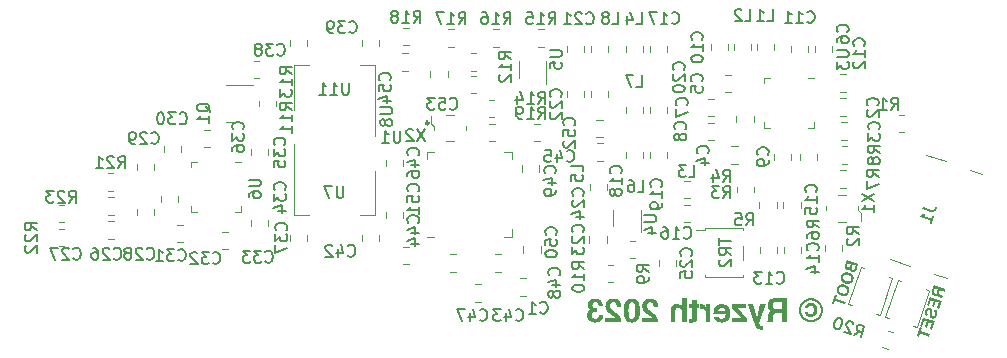
<source format=gbo>
%TF.GenerationSoftware,KiCad,Pcbnew,7.0.6*%
%TF.CreationDate,2023-07-20T08:42:54+02:00*%
%TF.ProjectId,dc_sdr,64635f73-6472-42e6-9b69-6361645f7063,rev?*%
%TF.SameCoordinates,Original*%
%TF.FileFunction,Legend,Bot*%
%TF.FilePolarity,Positive*%
%FSLAX46Y46*%
G04 Gerber Fmt 4.6, Leading zero omitted, Abs format (unit mm)*
G04 Created by KiCad (PCBNEW 7.0.6) date 2023-07-20 08:42:54*
%MOMM*%
%LPD*%
G01*
G04 APERTURE LIST*
%ADD10C,0.200000*%
%ADD11C,0.150000*%
%ADD12C,0.120000*%
%ADD13C,0.250000*%
G04 APERTURE END LIST*
D10*
G36*
X200336413Y-98728954D02*
G01*
X200188515Y-99163401D01*
X200185351Y-99172533D01*
X200180473Y-99186007D01*
X200175436Y-99199214D01*
X200170241Y-99212155D01*
X200164888Y-99224828D01*
X200159375Y-99237234D01*
X200153705Y-99249372D01*
X200147876Y-99261244D01*
X200141888Y-99272849D01*
X200135742Y-99284186D01*
X200129437Y-99295256D01*
X200125089Y-99302444D01*
X200118325Y-99312876D01*
X200111275Y-99322888D01*
X200103936Y-99332480D01*
X200096309Y-99341652D01*
X200088394Y-99350404D01*
X200080192Y-99358736D01*
X200071702Y-99366648D01*
X200062923Y-99374140D01*
X200053857Y-99381212D01*
X200044503Y-99387864D01*
X200038939Y-99391619D01*
X200030454Y-99396981D01*
X200021802Y-99402018D01*
X200012984Y-99406732D01*
X200004000Y-99411121D01*
X199994849Y-99415186D01*
X199985532Y-99418927D01*
X199976049Y-99422343D01*
X199966400Y-99425436D01*
X199956584Y-99428204D01*
X199946602Y-99430648D01*
X199936408Y-99432989D01*
X199926191Y-99434947D01*
X199915951Y-99436523D01*
X199905689Y-99437715D01*
X199895403Y-99438525D01*
X199885094Y-99438953D01*
X199874763Y-99438997D01*
X199864409Y-99438659D01*
X199854031Y-99437938D01*
X199843631Y-99436835D01*
X199833208Y-99435349D01*
X199822762Y-99433480D01*
X199812293Y-99431228D01*
X199801801Y-99428594D01*
X199791287Y-99425576D01*
X199780749Y-99422177D01*
X199775684Y-99420411D01*
X199765771Y-99416710D01*
X199756147Y-99412781D01*
X199746813Y-99408624D01*
X199737768Y-99404238D01*
X199729012Y-99399625D01*
X199716421Y-99392277D01*
X199704480Y-99384416D01*
X199693191Y-99376042D01*
X199682552Y-99367155D01*
X199672564Y-99357755D01*
X199663228Y-99347841D01*
X199654542Y-99337415D01*
X199649127Y-99330221D01*
X199641641Y-99319053D01*
X199634916Y-99307432D01*
X199628953Y-99295359D01*
X199623753Y-99282833D01*
X199619313Y-99269854D01*
X199615636Y-99256423D01*
X199612721Y-99242539D01*
X199610567Y-99228202D01*
X199609555Y-99218393D01*
X199608881Y-99208382D01*
X199608545Y-99198171D01*
X199603359Y-99203011D01*
X199595618Y-99209904D01*
X199587923Y-99216354D01*
X199577735Y-99224267D01*
X199567629Y-99231393D01*
X199557606Y-99237732D01*
X199547665Y-99243286D01*
X199537806Y-99248053D01*
X199528029Y-99252033D01*
X199519280Y-99255022D01*
X199505861Y-99258683D01*
X199492088Y-99261358D01*
X199477962Y-99263045D01*
X199463482Y-99263747D01*
X199453633Y-99263666D01*
X199443626Y-99263147D01*
X199433463Y-99262190D01*
X199423142Y-99260794D01*
X199412664Y-99258959D01*
X199402029Y-99256686D01*
X199391237Y-99253975D01*
X199380288Y-99250825D01*
X199369181Y-99247236D01*
X199358497Y-99243407D01*
X199348119Y-99239296D01*
X199338049Y-99234906D01*
X199328286Y-99230235D01*
X199318830Y-99225283D01*
X199309681Y-99220051D01*
X199300839Y-99214538D01*
X199292304Y-99208746D01*
X199284077Y-99202672D01*
X199276156Y-99196318D01*
X199268543Y-99189684D01*
X199261237Y-99182769D01*
X199254238Y-99175574D01*
X199247546Y-99168099D01*
X199241161Y-99160343D01*
X199235083Y-99152306D01*
X199226047Y-99138527D01*
X199218057Y-99124209D01*
X199211307Y-99109765D01*
X199758224Y-99109765D01*
X199758730Y-99120036D01*
X199759805Y-99128744D01*
X199762403Y-99141132D01*
X199766183Y-99152712D01*
X199771145Y-99163483D01*
X199777290Y-99173446D01*
X199784617Y-99182600D01*
X199793126Y-99190946D01*
X199802818Y-99198483D01*
X199813691Y-99205212D01*
X199825747Y-99211133D01*
X199838985Y-99216245D01*
X199849718Y-99219621D01*
X199860181Y-99222348D01*
X199870375Y-99224427D01*
X199880300Y-99225859D01*
X199894682Y-99226791D01*
X199908458Y-99226266D01*
X199921629Y-99224282D01*
X199934194Y-99220840D01*
X199946153Y-99215941D01*
X199957507Y-99209583D01*
X199968255Y-99201768D01*
X199978397Y-99192494D01*
X199981936Y-99188706D01*
X199988849Y-99180336D01*
X199995542Y-99170908D01*
X200002014Y-99160420D01*
X200006725Y-99151860D01*
X200011311Y-99142705D01*
X200015773Y-99132954D01*
X200020112Y-99122607D01*
X200024327Y-99111665D01*
X200028418Y-99100128D01*
X200108545Y-98864753D01*
X199856986Y-98779116D01*
X199775757Y-99017727D01*
X199774495Y-99021621D01*
X199770993Y-99033033D01*
X199767915Y-99044041D01*
X199765260Y-99054644D01*
X199763029Y-99064842D01*
X199761221Y-99074636D01*
X199759469Y-99087065D01*
X199758470Y-99098775D01*
X199758224Y-99109765D01*
X199211307Y-99109765D01*
X199211114Y-99109352D01*
X199205216Y-99093956D01*
X199200365Y-99078021D01*
X199196560Y-99061548D01*
X199193801Y-99044535D01*
X199192088Y-99026984D01*
X199191421Y-99008894D01*
X199191800Y-98990265D01*
X199192670Y-98978577D01*
X199377304Y-98978577D01*
X199378151Y-98985895D01*
X199380385Y-98996350D01*
X199383775Y-99006178D01*
X199388323Y-99015379D01*
X199394027Y-99023954D01*
X199400887Y-99031902D01*
X199408905Y-99039223D01*
X199418079Y-99045918D01*
X199428410Y-99051986D01*
X199439897Y-99057427D01*
X199452541Y-99062242D01*
X199464200Y-99065826D01*
X199475419Y-99068488D01*
X199486199Y-99070231D01*
X199496540Y-99071052D01*
X199509643Y-99070716D01*
X199521966Y-99068743D01*
X199533507Y-99065133D01*
X199544267Y-99059887D01*
X199554245Y-99053004D01*
X199563570Y-99044797D01*
X199572367Y-99035581D01*
X199578619Y-99028006D01*
X199584575Y-99019864D01*
X199590235Y-99011153D01*
X199595598Y-99001874D01*
X199600664Y-98992027D01*
X199605434Y-98981612D01*
X199609908Y-98970628D01*
X199614085Y-98959077D01*
X199694213Y-98723703D01*
X199472249Y-98648141D01*
X199400543Y-98858775D01*
X199399086Y-98863106D01*
X199394998Y-98875871D01*
X199391333Y-98888295D01*
X199388094Y-98900378D01*
X199385278Y-98912121D01*
X199382887Y-98923523D01*
X199380921Y-98934584D01*
X199379379Y-98945304D01*
X199378261Y-98955684D01*
X199377568Y-98965723D01*
X199377304Y-98978577D01*
X199192670Y-98978577D01*
X199193226Y-98971098D01*
X199194331Y-98961312D01*
X199195698Y-98951391D01*
X199197326Y-98941336D01*
X199199215Y-98931146D01*
X199201367Y-98920821D01*
X199203779Y-98910362D01*
X199206454Y-98899768D01*
X199209389Y-98889039D01*
X199212587Y-98878175D01*
X199216046Y-98867177D01*
X199374570Y-98401515D01*
X200336413Y-98728954D01*
G37*
G36*
X199322703Y-99438487D02*
G01*
X199336902Y-99439035D01*
X199351258Y-99439954D01*
X199365772Y-99441244D01*
X199380444Y-99442905D01*
X199395274Y-99444938D01*
X199410262Y-99447342D01*
X199425407Y-99450117D01*
X199440711Y-99453263D01*
X199456172Y-99456780D01*
X199471791Y-99460669D01*
X199487568Y-99464928D01*
X199503503Y-99469559D01*
X199519595Y-99474562D01*
X199535846Y-99479935D01*
X199551691Y-99485488D01*
X199567205Y-99491246D01*
X199582388Y-99497208D01*
X199597238Y-99503374D01*
X199611757Y-99509746D01*
X199625944Y-99516321D01*
X199639800Y-99523102D01*
X199653324Y-99530087D01*
X199666516Y-99537276D01*
X199679376Y-99544670D01*
X199691905Y-99552269D01*
X199704102Y-99560072D01*
X199715968Y-99568080D01*
X199727502Y-99576292D01*
X199738704Y-99584709D01*
X199749574Y-99593330D01*
X199760113Y-99602156D01*
X199770320Y-99611187D01*
X199780196Y-99620422D01*
X199789739Y-99629861D01*
X199798952Y-99639506D01*
X199807832Y-99649354D01*
X199816381Y-99659408D01*
X199824598Y-99669666D01*
X199832483Y-99680128D01*
X199840037Y-99690795D01*
X199847259Y-99701667D01*
X199854149Y-99712743D01*
X199860708Y-99724023D01*
X199866935Y-99735509D01*
X199872830Y-99747198D01*
X199878394Y-99759093D01*
X199882878Y-99768303D01*
X199887080Y-99777629D01*
X199891002Y-99787070D01*
X199894643Y-99796625D01*
X199898002Y-99806296D01*
X199901081Y-99816081D01*
X199903878Y-99825982D01*
X199906395Y-99835997D01*
X199908630Y-99846128D01*
X199910585Y-99856373D01*
X199912259Y-99866734D01*
X199913651Y-99877209D01*
X199914762Y-99887799D01*
X199915593Y-99898505D01*
X199916142Y-99909325D01*
X199916411Y-99920260D01*
X199916398Y-99931310D01*
X199916104Y-99942476D01*
X199915530Y-99953756D01*
X199914674Y-99965151D01*
X199913537Y-99976661D01*
X199912120Y-99988286D01*
X199910421Y-100000026D01*
X199908441Y-100011881D01*
X199906180Y-100023851D01*
X199903638Y-100035936D01*
X199900816Y-100048136D01*
X199897712Y-100060451D01*
X199894327Y-100072881D01*
X199890661Y-100085426D01*
X199886714Y-100098086D01*
X199882486Y-100110860D01*
X199878036Y-100123576D01*
X199873435Y-100136028D01*
X199868680Y-100148217D01*
X199863774Y-100160143D01*
X199858715Y-100171806D01*
X199853503Y-100183207D01*
X199848140Y-100194344D01*
X199842624Y-100205218D01*
X199836956Y-100215829D01*
X199831135Y-100226177D01*
X199825162Y-100236263D01*
X199819036Y-100246085D01*
X199812759Y-100255644D01*
X199806329Y-100264940D01*
X199799746Y-100273973D01*
X199793011Y-100282743D01*
X199786124Y-100291250D01*
X199779085Y-100299495D01*
X199771893Y-100307476D01*
X199764549Y-100315194D01*
X199757052Y-100322649D01*
X199749403Y-100329841D01*
X199741602Y-100336770D01*
X199733649Y-100343436D01*
X199725543Y-100349839D01*
X199717285Y-100355979D01*
X199708874Y-100361856D01*
X199700311Y-100367470D01*
X199691596Y-100372821D01*
X199682728Y-100377909D01*
X199673708Y-100382735D01*
X199664536Y-100387297D01*
X199652885Y-100393283D01*
X199641096Y-100398906D01*
X199629168Y-100404167D01*
X199617102Y-100409064D01*
X199604898Y-100413598D01*
X199592555Y-100417769D01*
X199580073Y-100421577D01*
X199567454Y-100425022D01*
X199554695Y-100428104D01*
X199541799Y-100430822D01*
X199528763Y-100433178D01*
X199515590Y-100435170D01*
X199502278Y-100436800D01*
X199488828Y-100438066D01*
X199475239Y-100438969D01*
X199461511Y-100439510D01*
X199447646Y-100439687D01*
X199433642Y-100439501D01*
X199419499Y-100438952D01*
X199405218Y-100438039D01*
X199390799Y-100436764D01*
X199376241Y-100435126D01*
X199361544Y-100433124D01*
X199346710Y-100430760D01*
X199331736Y-100428032D01*
X199316625Y-100424942D01*
X199301375Y-100421488D01*
X199285986Y-100417671D01*
X199270459Y-100413491D01*
X199254794Y-100408948D01*
X199238990Y-100404042D01*
X199223048Y-100398773D01*
X199206894Y-100393115D01*
X199191091Y-100387262D01*
X199175640Y-100381212D01*
X199160539Y-100374965D01*
X199145790Y-100368522D01*
X199131391Y-100361883D01*
X199117344Y-100355047D01*
X199103648Y-100348015D01*
X199090302Y-100340786D01*
X199077308Y-100333361D01*
X199064665Y-100325739D01*
X199052374Y-100317921D01*
X199040433Y-100309907D01*
X199028843Y-100301696D01*
X199017604Y-100293289D01*
X199006717Y-100284685D01*
X198996180Y-100275885D01*
X198985995Y-100266888D01*
X198976161Y-100257695D01*
X198966677Y-100248305D01*
X198957545Y-100238719D01*
X198948764Y-100228937D01*
X198940334Y-100218958D01*
X198932255Y-100208783D01*
X198924528Y-100198411D01*
X198917151Y-100187843D01*
X198910125Y-100177078D01*
X198903451Y-100166117D01*
X198897127Y-100154960D01*
X198891155Y-100143606D01*
X198885534Y-100132055D01*
X198880264Y-100120309D01*
X198875780Y-100111098D01*
X198871577Y-100101771D01*
X198867656Y-100092330D01*
X198864016Y-100082772D01*
X198860657Y-100073100D01*
X198857579Y-100063312D01*
X198854783Y-100053408D01*
X198852267Y-100043389D01*
X198850033Y-100033255D01*
X198848080Y-100023005D01*
X198846408Y-100012640D01*
X198845017Y-100002160D01*
X198843908Y-99991564D01*
X198843080Y-99980852D01*
X198842532Y-99970025D01*
X198842266Y-99959083D01*
X198842282Y-99948026D01*
X198842578Y-99936852D01*
X198843155Y-99925564D01*
X198844014Y-99914160D01*
X198844381Y-99910454D01*
X199023466Y-99910454D01*
X199023777Y-99924359D01*
X199024913Y-99938118D01*
X199026875Y-99951731D01*
X199029663Y-99965198D01*
X199033277Y-99978518D01*
X199037717Y-99991692D01*
X199042982Y-100004720D01*
X199049073Y-100017602D01*
X199055990Y-100030337D01*
X199063733Y-100042926D01*
X199067887Y-100049150D01*
X199076767Y-100061334D01*
X199086409Y-100073167D01*
X199096813Y-100084649D01*
X199107981Y-100095780D01*
X199119910Y-100106559D01*
X199132603Y-100116988D01*
X199146058Y-100127065D01*
X199160275Y-100136791D01*
X199175255Y-100146166D01*
X199190997Y-100155189D01*
X199207502Y-100163862D01*
X199224770Y-100172183D01*
X199233690Y-100176212D01*
X199242800Y-100180154D01*
X199252101Y-100184007D01*
X199261593Y-100187773D01*
X199271275Y-100191450D01*
X199281148Y-100195041D01*
X199291212Y-100198543D01*
X199301364Y-100201923D01*
X199311418Y-100205116D01*
X199321372Y-100208123D01*
X199331226Y-100210943D01*
X199340982Y-100213577D01*
X199350638Y-100216025D01*
X199369653Y-100220360D01*
X199388270Y-100223950D01*
X199406490Y-100226793D01*
X199424313Y-100228891D01*
X199441739Y-100230243D01*
X199458768Y-100230848D01*
X199475400Y-100230708D01*
X199491635Y-100229822D01*
X199507472Y-100228190D01*
X199522913Y-100225812D01*
X199537956Y-100222688D01*
X199552602Y-100218818D01*
X199566851Y-100214202D01*
X199580611Y-100208933D01*
X199593810Y-100203045D01*
X199606447Y-100196539D01*
X199618522Y-100189414D01*
X199630036Y-100181671D01*
X199640989Y-100173310D01*
X199651380Y-100164330D01*
X199661209Y-100154731D01*
X199670478Y-100144514D01*
X199679184Y-100133679D01*
X199687330Y-100122225D01*
X199694913Y-100110153D01*
X199701936Y-100097462D01*
X199708397Y-100084153D01*
X199714296Y-100070225D01*
X199719634Y-100055679D01*
X199724291Y-100040865D01*
X199728128Y-100026191D01*
X199731146Y-100011657D01*
X199733344Y-99997263D01*
X199734722Y-99983010D01*
X199735281Y-99968897D01*
X199735020Y-99954924D01*
X199733939Y-99941091D01*
X199732038Y-99927398D01*
X199729317Y-99913846D01*
X199725777Y-99900434D01*
X199721417Y-99887162D01*
X199716238Y-99874030D01*
X199710238Y-99861039D01*
X199703419Y-99848187D01*
X199695780Y-99835476D01*
X199691654Y-99829214D01*
X199682824Y-99816956D01*
X199673222Y-99805052D01*
X199662849Y-99793502D01*
X199651704Y-99782307D01*
X199639787Y-99771465D01*
X199627099Y-99760978D01*
X199613639Y-99750844D01*
X199599407Y-99741065D01*
X199584404Y-99731640D01*
X199568629Y-99722569D01*
X199552083Y-99713852D01*
X199534765Y-99705490D01*
X199525817Y-99701441D01*
X199516675Y-99697481D01*
X199507341Y-99693609D01*
X199497814Y-99689826D01*
X199488094Y-99686132D01*
X199478181Y-99682526D01*
X199468075Y-99679009D01*
X199457923Y-99675630D01*
X199447869Y-99672438D01*
X199437913Y-99669435D01*
X199428057Y-99666619D01*
X199418299Y-99663991D01*
X199408641Y-99661551D01*
X199389620Y-99657235D01*
X199370994Y-99653670D01*
X199352764Y-99650856D01*
X199334928Y-99648793D01*
X199317489Y-99647482D01*
X199300444Y-99646923D01*
X199283795Y-99647114D01*
X199267541Y-99648057D01*
X199251682Y-99649752D01*
X199236218Y-99652198D01*
X199221150Y-99655395D01*
X199206477Y-99659343D01*
X199192200Y-99664043D01*
X199178392Y-99669453D01*
X199165148Y-99675475D01*
X199152468Y-99682107D01*
X199140352Y-99689351D01*
X199128800Y-99697206D01*
X199117811Y-99705672D01*
X199107387Y-99714750D01*
X199097527Y-99724439D01*
X199088230Y-99734739D01*
X199079498Y-99745650D01*
X199071329Y-99757172D01*
X199063724Y-99769306D01*
X199056684Y-99782051D01*
X199050207Y-99795407D01*
X199044294Y-99809375D01*
X199038945Y-99823953D01*
X199034301Y-99838736D01*
X199030482Y-99853372D01*
X199027489Y-99867862D01*
X199025323Y-99882205D01*
X199023981Y-99896403D01*
X199023466Y-99910454D01*
X198844381Y-99910454D01*
X198845154Y-99902641D01*
X198846575Y-99891006D01*
X198848277Y-99879256D01*
X198850261Y-99867390D01*
X198852525Y-99855409D01*
X198855071Y-99843312D01*
X198857898Y-99831101D01*
X198861006Y-99818773D01*
X198864395Y-99806330D01*
X198868066Y-99793772D01*
X198872017Y-99781099D01*
X198876250Y-99768310D01*
X198880695Y-99755609D01*
X198885292Y-99743170D01*
X198890042Y-99730994D01*
X198894944Y-99719081D01*
X198899999Y-99707430D01*
X198905206Y-99696042D01*
X198910566Y-99684916D01*
X198916078Y-99674053D01*
X198921743Y-99663453D01*
X198927560Y-99653115D01*
X198933530Y-99643039D01*
X198939652Y-99633226D01*
X198945926Y-99623676D01*
X198952354Y-99614388D01*
X198958933Y-99605363D01*
X198965666Y-99596600D01*
X198972550Y-99588100D01*
X198979588Y-99579862D01*
X198986777Y-99571887D01*
X198994120Y-99564175D01*
X199001614Y-99556725D01*
X199009262Y-99549538D01*
X199017061Y-99542613D01*
X199025014Y-99535951D01*
X199033118Y-99529551D01*
X199041376Y-99523414D01*
X199049785Y-99517539D01*
X199058348Y-99511927D01*
X199067062Y-99506578D01*
X199075930Y-99501491D01*
X199084949Y-99496666D01*
X199094122Y-99492105D01*
X199105479Y-99485971D01*
X199116994Y-99480208D01*
X199128667Y-99474816D01*
X199140498Y-99469796D01*
X199152487Y-99465147D01*
X199164633Y-99460869D01*
X199176937Y-99456962D01*
X199189400Y-99453427D01*
X199202020Y-99450262D01*
X199214798Y-99447469D01*
X199227733Y-99445047D01*
X199240827Y-99442996D01*
X199254078Y-99441317D01*
X199267488Y-99440009D01*
X199281055Y-99439071D01*
X199294780Y-99438506D01*
X199308663Y-99438311D01*
X199322703Y-99438487D01*
G37*
G36*
X198971967Y-100468769D02*
G01*
X198986165Y-100469317D01*
X199000521Y-100470236D01*
X199015036Y-100471526D01*
X199029708Y-100473188D01*
X199044537Y-100475220D01*
X199059525Y-100477624D01*
X199074671Y-100480399D01*
X199089974Y-100483545D01*
X199105435Y-100487062D01*
X199121054Y-100490951D01*
X199136831Y-100495210D01*
X199152766Y-100499841D01*
X199168859Y-100504844D01*
X199185109Y-100510217D01*
X199200955Y-100515770D01*
X199216469Y-100521528D01*
X199231651Y-100527490D01*
X199246501Y-100533656D01*
X199261020Y-100540028D01*
X199275208Y-100546603D01*
X199289063Y-100553384D01*
X199302587Y-100560369D01*
X199315779Y-100567558D01*
X199328640Y-100574952D01*
X199341169Y-100582551D01*
X199353366Y-100590354D01*
X199365231Y-100598362D01*
X199376765Y-100606574D01*
X199387967Y-100614991D01*
X199398838Y-100623612D01*
X199409377Y-100632438D01*
X199419584Y-100641469D01*
X199429459Y-100650704D01*
X199439003Y-100660144D01*
X199448215Y-100669788D01*
X199457095Y-100679636D01*
X199465644Y-100689690D01*
X199473861Y-100699948D01*
X199481746Y-100710410D01*
X199489300Y-100721077D01*
X199496522Y-100731949D01*
X199503413Y-100743025D01*
X199509971Y-100754305D01*
X199516198Y-100765791D01*
X199522094Y-100777480D01*
X199527657Y-100789375D01*
X199532141Y-100798585D01*
X199536344Y-100807911D01*
X199540265Y-100817352D01*
X199543906Y-100826907D01*
X199547266Y-100836578D01*
X199550344Y-100846363D01*
X199553142Y-100856264D01*
X199555658Y-100866279D01*
X199557894Y-100876410D01*
X199559848Y-100886655D01*
X199561522Y-100897016D01*
X199562914Y-100907491D01*
X199564026Y-100918081D01*
X199564856Y-100928787D01*
X199565406Y-100939607D01*
X199565674Y-100950542D01*
X199565661Y-100961592D01*
X199565368Y-100972758D01*
X199564793Y-100984038D01*
X199563937Y-100995433D01*
X199562801Y-101006943D01*
X199561383Y-101018568D01*
X199559684Y-101030308D01*
X199557704Y-101042163D01*
X199555444Y-101054133D01*
X199552902Y-101066218D01*
X199550079Y-101078418D01*
X199546975Y-101090733D01*
X199543590Y-101103163D01*
X199539924Y-101115708D01*
X199535977Y-101128368D01*
X199531749Y-101141142D01*
X199527300Y-101153858D01*
X199522698Y-101166310D01*
X199517944Y-101178499D01*
X199513037Y-101190425D01*
X199507978Y-101202088D01*
X199502767Y-101213489D01*
X199497403Y-101224626D01*
X199491887Y-101235500D01*
X199486219Y-101246111D01*
X199480398Y-101256459D01*
X199474425Y-101266545D01*
X199468300Y-101276367D01*
X199462022Y-101285926D01*
X199455592Y-101295222D01*
X199449010Y-101304255D01*
X199442275Y-101313025D01*
X199435388Y-101321532D01*
X199428348Y-101329777D01*
X199421156Y-101337758D01*
X199413812Y-101345476D01*
X199406316Y-101352931D01*
X199398667Y-101360123D01*
X199390866Y-101367052D01*
X199382912Y-101373718D01*
X199374806Y-101380121D01*
X199366548Y-101386261D01*
X199358137Y-101392138D01*
X199349574Y-101397752D01*
X199340859Y-101403103D01*
X199331991Y-101408192D01*
X199322971Y-101413017D01*
X199313799Y-101417579D01*
X199302148Y-101423565D01*
X199290359Y-101429188D01*
X199278432Y-101434449D01*
X199266365Y-101439346D01*
X199254161Y-101443880D01*
X199241818Y-101448051D01*
X199229337Y-101451859D01*
X199216717Y-101455304D01*
X199203959Y-101458386D01*
X199191062Y-101461104D01*
X199178027Y-101463460D01*
X199164853Y-101465452D01*
X199151541Y-101467082D01*
X199138091Y-101468348D01*
X199124502Y-101469251D01*
X199110775Y-101469792D01*
X199096909Y-101469969D01*
X199082905Y-101469783D01*
X199068762Y-101469234D01*
X199054481Y-101468321D01*
X199040062Y-101467046D01*
X199025504Y-101465408D01*
X199010808Y-101463406D01*
X198995973Y-101461042D01*
X198981000Y-101458314D01*
X198965888Y-101455224D01*
X198950638Y-101451770D01*
X198935250Y-101447953D01*
X198919723Y-101443773D01*
X198904057Y-101439230D01*
X198888253Y-101434324D01*
X198872311Y-101429055D01*
X198856157Y-101423398D01*
X198840355Y-101417544D01*
X198824903Y-101411494D01*
X198809802Y-101405247D01*
X198795053Y-101398804D01*
X198780655Y-101392165D01*
X198766607Y-101385329D01*
X198752911Y-101378297D01*
X198739566Y-101371068D01*
X198726572Y-101363643D01*
X198713929Y-101356021D01*
X198701637Y-101348203D01*
X198689696Y-101340189D01*
X198678106Y-101331978D01*
X198666868Y-101323571D01*
X198655980Y-101314967D01*
X198645444Y-101306167D01*
X198635258Y-101297170D01*
X198625424Y-101287977D01*
X198615941Y-101278587D01*
X198606809Y-101269001D01*
X198598028Y-101259219D01*
X198589598Y-101249240D01*
X198581519Y-101239065D01*
X198573791Y-101228693D01*
X198566414Y-101218125D01*
X198559389Y-101207360D01*
X198552714Y-101196399D01*
X198546391Y-101185242D01*
X198540418Y-101173888D01*
X198534797Y-101162337D01*
X198529527Y-101150591D01*
X198525043Y-101141380D01*
X198520841Y-101132053D01*
X198516920Y-101122612D01*
X198513279Y-101113054D01*
X198509921Y-101103382D01*
X198506843Y-101093594D01*
X198504046Y-101083690D01*
X198501531Y-101073671D01*
X198499297Y-101063537D01*
X198497343Y-101053287D01*
X198495672Y-101042922D01*
X198494281Y-101032442D01*
X198493171Y-101021846D01*
X198492343Y-101011134D01*
X198491796Y-101000308D01*
X198491530Y-100989365D01*
X198491545Y-100978308D01*
X198491841Y-100967135D01*
X198492419Y-100955846D01*
X198493277Y-100944442D01*
X198493644Y-100940736D01*
X198672730Y-100940736D01*
X198673040Y-100954641D01*
X198674177Y-100968400D01*
X198676139Y-100982013D01*
X198678927Y-100995480D01*
X198682541Y-101008800D01*
X198686980Y-101021974D01*
X198692246Y-101035002D01*
X198698337Y-101047884D01*
X198705254Y-101060619D01*
X198712997Y-101073209D01*
X198717151Y-101079432D01*
X198726030Y-101091616D01*
X198735672Y-101103449D01*
X198746077Y-101114931D01*
X198757244Y-101126062D01*
X198769174Y-101136841D01*
X198781866Y-101147270D01*
X198795321Y-101157347D01*
X198809538Y-101167073D01*
X198824518Y-101176448D01*
X198840261Y-101185471D01*
X198856766Y-101194144D01*
X198874033Y-101202465D01*
X198882953Y-101206494D01*
X198892064Y-101210436D01*
X198901365Y-101214289D01*
X198910856Y-101218055D01*
X198920539Y-101221733D01*
X198930411Y-101225323D01*
X198940475Y-101228825D01*
X198950628Y-101232205D01*
X198960681Y-101235398D01*
X198970635Y-101238405D01*
X198980490Y-101241225D01*
X198990245Y-101243859D01*
X198999901Y-101246307D01*
X199018916Y-101250642D01*
X199037533Y-101254232D01*
X199055754Y-101257075D01*
X199073577Y-101259173D01*
X199091003Y-101260525D01*
X199108032Y-101261130D01*
X199124664Y-101260990D01*
X199140898Y-101260104D01*
X199156736Y-101258472D01*
X199172176Y-101256094D01*
X199187219Y-101252970D01*
X199201866Y-101249100D01*
X199216115Y-101244484D01*
X199229875Y-101239215D01*
X199243073Y-101233327D01*
X199255710Y-101226821D01*
X199267785Y-101219696D01*
X199279300Y-101211953D01*
X199290252Y-101203592D01*
X199300643Y-101194612D01*
X199310473Y-101185013D01*
X199319741Y-101174796D01*
X199328448Y-101163961D01*
X199336593Y-101152507D01*
X199344177Y-101140435D01*
X199351199Y-101127744D01*
X199357660Y-101114435D01*
X199363559Y-101100507D01*
X199368897Y-101085961D01*
X199373554Y-101071147D01*
X199377392Y-101056473D01*
X199380410Y-101041939D01*
X199382607Y-101027545D01*
X199383986Y-101013292D01*
X199384544Y-100999179D01*
X199384283Y-100985206D01*
X199383202Y-100971373D01*
X199381301Y-100957681D01*
X199378581Y-100944128D01*
X199375041Y-100930716D01*
X199370681Y-100917444D01*
X199365501Y-100904312D01*
X199359501Y-100891321D01*
X199352682Y-100878469D01*
X199345043Y-100865758D01*
X199340918Y-100859496D01*
X199332087Y-100847238D01*
X199322486Y-100835334D01*
X199312112Y-100823785D01*
X199300967Y-100812589D01*
X199289050Y-100801747D01*
X199276362Y-100791260D01*
X199262902Y-100781126D01*
X199248671Y-100771347D01*
X199233668Y-100761922D01*
X199217893Y-100752851D01*
X199201346Y-100744134D01*
X199184028Y-100735772D01*
X199175080Y-100731723D01*
X199165939Y-100727763D01*
X199156605Y-100723892D01*
X199147077Y-100720109D01*
X199137358Y-100716414D01*
X199127445Y-100712808D01*
X199117339Y-100709291D01*
X199107186Y-100705912D01*
X199097132Y-100702720D01*
X199087177Y-100699717D01*
X199077320Y-100696901D01*
X199067563Y-100694273D01*
X199057904Y-100691833D01*
X199038883Y-100687517D01*
X199020257Y-100683952D01*
X199002027Y-100681138D01*
X198984192Y-100679075D01*
X198966752Y-100677764D01*
X198949707Y-100677205D01*
X198933058Y-100677396D01*
X198916804Y-100678340D01*
X198900945Y-100680034D01*
X198885482Y-100682480D01*
X198870414Y-100685677D01*
X198855741Y-100689625D01*
X198841463Y-100694325D01*
X198827655Y-100699735D01*
X198814411Y-100705757D01*
X198801731Y-100712389D01*
X198789615Y-100719633D01*
X198778063Y-100727488D01*
X198767075Y-100735955D01*
X198756650Y-100745032D01*
X198746790Y-100754721D01*
X198737494Y-100765021D01*
X198728761Y-100775932D01*
X198720592Y-100787455D01*
X198712988Y-100799588D01*
X198705947Y-100812333D01*
X198699470Y-100825689D01*
X198693557Y-100839657D01*
X198688208Y-100854236D01*
X198683564Y-100869018D01*
X198679745Y-100883654D01*
X198676753Y-100898144D01*
X198674586Y-100912488D01*
X198673245Y-100926685D01*
X198672730Y-100940736D01*
X198493644Y-100940736D01*
X198494417Y-100932923D01*
X198495838Y-100921288D01*
X198497541Y-100909538D01*
X198499524Y-100897672D01*
X198501789Y-100885691D01*
X198504334Y-100873595D01*
X198507161Y-100861383D01*
X198510269Y-100849055D01*
X198513659Y-100836613D01*
X198517329Y-100824054D01*
X198521281Y-100811381D01*
X198525513Y-100798592D01*
X198529958Y-100785891D01*
X198534555Y-100773452D01*
X198539305Y-100761276D01*
X198544207Y-100749363D01*
X198549262Y-100737712D01*
X198554469Y-100726324D01*
X198559829Y-100715198D01*
X198565341Y-100704335D01*
X198571006Y-100693735D01*
X198576823Y-100683397D01*
X198582793Y-100673321D01*
X198588915Y-100663508D01*
X198595190Y-100653958D01*
X198601617Y-100644670D01*
X198608197Y-100635645D01*
X198614929Y-100626882D01*
X198621814Y-100618382D01*
X198628851Y-100610144D01*
X198636041Y-100602169D01*
X198643383Y-100594457D01*
X198650878Y-100587007D01*
X198658525Y-100579820D01*
X198666325Y-100572895D01*
X198674277Y-100566233D01*
X198682382Y-100559833D01*
X198690639Y-100553696D01*
X198699049Y-100547821D01*
X198707611Y-100542209D01*
X198716326Y-100536860D01*
X198725193Y-100531773D01*
X198734213Y-100526949D01*
X198743385Y-100522387D01*
X198754742Y-100516253D01*
X198766257Y-100510490D01*
X198777930Y-100505098D01*
X198789761Y-100500078D01*
X198801750Y-100495429D01*
X198813897Y-100491151D01*
X198826201Y-100487244D01*
X198838663Y-100483709D01*
X198851283Y-100480544D01*
X198864061Y-100477751D01*
X198876997Y-100475329D01*
X198890090Y-100473279D01*
X198903342Y-100471599D01*
X198916751Y-100470291D01*
X198930318Y-100469354D01*
X198944043Y-100468788D01*
X198957926Y-100468593D01*
X198971967Y-100468769D01*
G37*
G36*
X198111572Y-102111548D02*
G01*
X198274345Y-102166961D01*
X198371947Y-101880257D01*
X199171017Y-102152283D01*
X199239653Y-101950666D01*
X198440583Y-101678640D01*
X198538657Y-101390550D01*
X198375883Y-101335137D01*
X198111572Y-102111548D01*
G37*
G36*
X207702019Y-100889110D02*
G01*
X207635351Y-101084946D01*
X207265411Y-100959009D01*
X207195044Y-101165712D01*
X207193208Y-101171202D01*
X207189824Y-101181910D01*
X207186826Y-101192258D01*
X207184212Y-101202245D01*
X207181983Y-101211871D01*
X207179362Y-101225634D01*
X207177606Y-101238584D01*
X207176716Y-101250723D01*
X207176693Y-101262050D01*
X207177535Y-101272566D01*
X207180005Y-101285323D01*
X207184014Y-101296638D01*
X207188221Y-101304493D01*
X207195766Y-101314687D01*
X207202878Y-101322123D01*
X207211234Y-101329379D01*
X207220835Y-101336457D01*
X207231680Y-101343355D01*
X207243771Y-101350073D01*
X207252523Y-101354452D01*
X207261828Y-101358752D01*
X207271686Y-101362972D01*
X207282098Y-101367112D01*
X207293063Y-101371172D01*
X207380299Y-101402160D01*
X207390573Y-101405976D01*
X207400707Y-101409994D01*
X207410699Y-101414214D01*
X207420550Y-101418636D01*
X207430260Y-101423260D01*
X207439829Y-101428085D01*
X207449256Y-101433113D01*
X207458542Y-101438342D01*
X207461982Y-101440385D01*
X207470727Y-101445786D01*
X207479025Y-101451120D01*
X207488063Y-101457106D01*
X207496159Y-101462591D01*
X207504769Y-101468528D01*
X207429679Y-101689104D01*
X207406095Y-101681076D01*
X207405045Y-101676811D01*
X207401518Y-101666644D01*
X207396704Y-101657185D01*
X207390603Y-101648435D01*
X207383216Y-101640394D01*
X207374542Y-101633061D01*
X207364581Y-101626436D01*
X207363206Y-101625603D01*
X207353190Y-101620246D01*
X207342523Y-101615310D01*
X207332470Y-101611054D01*
X207321068Y-101606523D01*
X207311630Y-101602945D01*
X207301433Y-101599213D01*
X207290477Y-101595327D01*
X207278761Y-101591286D01*
X207215409Y-101569719D01*
X207209267Y-101567598D01*
X207197329Y-101563292D01*
X207185851Y-101558901D01*
X207174833Y-101554425D01*
X207164276Y-101549863D01*
X207154179Y-101545216D01*
X207144542Y-101540485D01*
X207135366Y-101535667D01*
X207126650Y-101530765D01*
X207114439Y-101523252D01*
X207103264Y-101515548D01*
X207093125Y-101507651D01*
X207084022Y-101499563D01*
X207075954Y-101491284D01*
X207071051Y-101485608D01*
X207064222Y-101476637D01*
X207058025Y-101467120D01*
X207052457Y-101457055D01*
X207047521Y-101446443D01*
X207043215Y-101435284D01*
X207039540Y-101423577D01*
X207036496Y-101411324D01*
X207034083Y-101398523D01*
X207032300Y-101385175D01*
X207031148Y-101371280D01*
X207024212Y-101379785D01*
X207017090Y-101387836D01*
X207009782Y-101395433D01*
X207002289Y-101402575D01*
X206994609Y-101409263D01*
X206986743Y-101415497D01*
X206978691Y-101421276D01*
X206970454Y-101426601D01*
X206957748Y-101433736D01*
X206944624Y-101439849D01*
X206931082Y-101444940D01*
X206917122Y-101449009D01*
X206907582Y-101451153D01*
X206897856Y-101452843D01*
X206888047Y-101454159D01*
X206873473Y-101455618D01*
X206859070Y-101456458D01*
X206844835Y-101456681D01*
X206830771Y-101456285D01*
X206816876Y-101455271D01*
X206803150Y-101453640D01*
X206789595Y-101451390D01*
X206776208Y-101448523D01*
X206762992Y-101445037D01*
X206749944Y-101440933D01*
X206746379Y-101439699D01*
X206735902Y-101435834D01*
X206725753Y-101431722D01*
X206715933Y-101427364D01*
X206706442Y-101422760D01*
X206697280Y-101417909D01*
X206688446Y-101412812D01*
X206679941Y-101407468D01*
X206671765Y-101401878D01*
X206663918Y-101396042D01*
X206653967Y-101387877D01*
X206644499Y-101379333D01*
X206635415Y-101370467D01*
X206626714Y-101361281D01*
X206618397Y-101351773D01*
X206610463Y-101341945D01*
X206602913Y-101331796D01*
X206595745Y-101321325D01*
X206588962Y-101310534D01*
X206585067Y-101303878D01*
X206579628Y-101293761D01*
X206574676Y-101283482D01*
X206570210Y-101273042D01*
X206566229Y-101262441D01*
X206562734Y-101251679D01*
X206559724Y-101240755D01*
X206557200Y-101229670D01*
X206555162Y-101218424D01*
X206553610Y-101207017D01*
X206552544Y-101195449D01*
X206551986Y-101183481D01*
X206552079Y-101170818D01*
X206552820Y-101157460D01*
X206554211Y-101143407D01*
X206555499Y-101133652D01*
X206556328Y-101128365D01*
X206739925Y-101128365D01*
X206740204Y-101139247D01*
X206741375Y-101149305D01*
X206742145Y-101153536D01*
X206745380Y-101165786D01*
X206750005Y-101177376D01*
X206756021Y-101188306D01*
X206763427Y-101198575D01*
X206772224Y-101208183D01*
X206782411Y-101217131D01*
X206793988Y-101225419D01*
X206802479Y-101230577D01*
X206811588Y-101235442D01*
X206821314Y-101240013D01*
X206831659Y-101244290D01*
X206842622Y-101248274D01*
X206847804Y-101249973D01*
X206857965Y-101252910D01*
X206867854Y-101255233D01*
X206882176Y-101257563D01*
X206895885Y-101258510D01*
X206908981Y-101258074D01*
X206921464Y-101256255D01*
X206933334Y-101253052D01*
X206944591Y-101248466D01*
X206955235Y-101242497D01*
X206965265Y-101235144D01*
X206974683Y-101226408D01*
X206978125Y-101222723D01*
X206984897Y-101214435D01*
X206991523Y-101204919D01*
X206998002Y-101194176D01*
X207002765Y-101185313D01*
X207007446Y-101175760D01*
X207012044Y-101165517D01*
X207016560Y-101154584D01*
X207020993Y-101142960D01*
X207025344Y-101130647D01*
X207102638Y-100903596D01*
X206836281Y-100812921D01*
X206757019Y-101045752D01*
X206755665Y-101049787D01*
X206751937Y-101061582D01*
X206748711Y-101072914D01*
X206745988Y-101083781D01*
X206743767Y-101094185D01*
X206742049Y-101104125D01*
X206740541Y-101116657D01*
X206739925Y-101128365D01*
X206556328Y-101128365D01*
X206557076Y-101123589D01*
X206558941Y-101113216D01*
X206561095Y-101102534D01*
X206563537Y-101091544D01*
X206566268Y-101080244D01*
X206569288Y-101068636D01*
X206572596Y-101056719D01*
X206576193Y-101044492D01*
X206580078Y-101031957D01*
X206740176Y-100561671D01*
X207702019Y-100889110D01*
G37*
G36*
X206337647Y-102277651D02*
G01*
X206510260Y-101770602D01*
X206732224Y-101846165D01*
X206573778Y-102311595D01*
X206736552Y-102367008D01*
X206894997Y-101901578D01*
X207131759Y-101982178D01*
X206951117Y-102512810D01*
X207128688Y-102573260D01*
X207375998Y-101846791D01*
X206414155Y-101519353D01*
X206174873Y-102222238D01*
X206337647Y-102277651D01*
G37*
G36*
X206731986Y-102768462D02*
G01*
X206742658Y-102774156D01*
X206752674Y-102779976D01*
X206762036Y-102785923D01*
X206770742Y-102791996D01*
X206778793Y-102798195D01*
X206788509Y-102806656D01*
X206797059Y-102815342D01*
X206804445Y-102824252D01*
X206810666Y-102833387D01*
X206812039Y-102835705D01*
X206816619Y-102844371D01*
X206820578Y-102853431D01*
X206823918Y-102862885D01*
X206826638Y-102872732D01*
X206828738Y-102882974D01*
X206830218Y-102893608D01*
X206831079Y-102904637D01*
X206831320Y-102916059D01*
X206830941Y-102927875D01*
X206829942Y-102940084D01*
X206828323Y-102952688D01*
X206826084Y-102965685D01*
X206823226Y-102979076D01*
X206819748Y-102992860D01*
X206815650Y-103007038D01*
X206810932Y-103021610D01*
X206806350Y-103034638D01*
X206801663Y-103047105D01*
X206796873Y-103059011D01*
X206791979Y-103070355D01*
X206786982Y-103081138D01*
X206781881Y-103091360D01*
X206776676Y-103101020D01*
X206771368Y-103110119D01*
X206765956Y-103118656D01*
X206758578Y-103129166D01*
X206756705Y-103131637D01*
X206749439Y-103140505D01*
X206742010Y-103148586D01*
X206734418Y-103155879D01*
X206726662Y-103162385D01*
X206714722Y-103170667D01*
X206702414Y-103177178D01*
X206689739Y-103181918D01*
X206676696Y-103184886D01*
X206663286Y-103186083D01*
X206649508Y-103185509D01*
X206635363Y-103183163D01*
X206625729Y-103180615D01*
X206620851Y-103179046D01*
X206609952Y-103174610D01*
X206600147Y-103169095D01*
X206591434Y-103162501D01*
X206583815Y-103154827D01*
X206577288Y-103146075D01*
X206571855Y-103136243D01*
X206567515Y-103125332D01*
X206564268Y-103113342D01*
X206562511Y-103103571D01*
X206561120Y-103092995D01*
X206560093Y-103081614D01*
X206559432Y-103069426D01*
X206559135Y-103056434D01*
X206559203Y-103042636D01*
X206559636Y-103028032D01*
X206560128Y-103017849D01*
X206560781Y-103007308D01*
X206561597Y-102996409D01*
X206562575Y-102985151D01*
X206563716Y-102973536D01*
X206564347Y-102967594D01*
X206575548Y-102858142D01*
X206576542Y-102848148D01*
X206577464Y-102838331D01*
X206579092Y-102819228D01*
X206580433Y-102800834D01*
X206581486Y-102783148D01*
X206582252Y-102766171D01*
X206582730Y-102749902D01*
X206582920Y-102734341D01*
X206582823Y-102719489D01*
X206582439Y-102705345D01*
X206581767Y-102691909D01*
X206580807Y-102679182D01*
X206579560Y-102667163D01*
X206578026Y-102655853D01*
X206576204Y-102645251D01*
X206574094Y-102635357D01*
X206571697Y-102626172D01*
X206567073Y-102611507D01*
X206561605Y-102597399D01*
X206555292Y-102583849D01*
X206548135Y-102570855D01*
X206540132Y-102558418D01*
X206531285Y-102546538D01*
X206521593Y-102535215D01*
X206511057Y-102524450D01*
X206499675Y-102514241D01*
X206487450Y-102504589D01*
X206474379Y-102495494D01*
X206460463Y-102486956D01*
X206445703Y-102478976D01*
X206430098Y-102471552D01*
X206413649Y-102464685D01*
X206396355Y-102458375D01*
X206380273Y-102453309D01*
X206364282Y-102449090D01*
X206348381Y-102445717D01*
X206332571Y-102443193D01*
X206316851Y-102441515D01*
X206301222Y-102440684D01*
X206285684Y-102440701D01*
X206270236Y-102441564D01*
X206254878Y-102443275D01*
X206239611Y-102445833D01*
X206224435Y-102449239D01*
X206209349Y-102453491D01*
X206194354Y-102458591D01*
X206179449Y-102464537D01*
X206164635Y-102471331D01*
X206149912Y-102478973D01*
X206135451Y-102487493D01*
X206121425Y-102496926D01*
X206107835Y-102507271D01*
X206094681Y-102518529D01*
X206081961Y-102530698D01*
X206069677Y-102543779D01*
X206057828Y-102557773D01*
X206046414Y-102572679D01*
X206035436Y-102588496D01*
X206030110Y-102596747D01*
X206024893Y-102605226D01*
X206019785Y-102613933D01*
X206014785Y-102622869D01*
X206009894Y-102632032D01*
X206005113Y-102641423D01*
X206000440Y-102651042D01*
X205995875Y-102660889D01*
X205991420Y-102670964D01*
X205987073Y-102681268D01*
X205982836Y-102691799D01*
X205978707Y-102702558D01*
X205974687Y-102713546D01*
X205970776Y-102724761D01*
X205967646Y-102734209D01*
X205964702Y-102743624D01*
X205961943Y-102753005D01*
X205956981Y-102771666D01*
X205952760Y-102790193D01*
X205949281Y-102808585D01*
X205946542Y-102826842D01*
X205944545Y-102844964D01*
X205943290Y-102862952D01*
X205942775Y-102880805D01*
X205943002Y-102898524D01*
X205943970Y-102916108D01*
X205945680Y-102933557D01*
X205948130Y-102950871D01*
X205951322Y-102968051D01*
X205955255Y-102985096D01*
X205959930Y-103002007D01*
X205962545Y-103010412D01*
X205968348Y-103026875D01*
X205974984Y-103042733D01*
X205982453Y-103057985D01*
X205990755Y-103072633D01*
X205999890Y-103086675D01*
X206009858Y-103100111D01*
X206020659Y-103112942D01*
X206032293Y-103125168D01*
X206044760Y-103136789D01*
X206058060Y-103147804D01*
X206072193Y-103158213D01*
X206087158Y-103168018D01*
X206102957Y-103177217D01*
X206119589Y-103185811D01*
X206137053Y-103193799D01*
X206146098Y-103197566D01*
X206155351Y-103201182D01*
X206220839Y-103008813D01*
X206210453Y-103004254D01*
X206200635Y-102999323D01*
X206191385Y-102994021D01*
X206182702Y-102988348D01*
X206174588Y-102982304D01*
X206167041Y-102975889D01*
X206156785Y-102965571D01*
X206147807Y-102954418D01*
X206140106Y-102942429D01*
X206133683Y-102929606D01*
X206128537Y-102915947D01*
X206125816Y-102906378D01*
X206123663Y-102896437D01*
X206122800Y-102891328D01*
X206121525Y-102880851D01*
X206120812Y-102870121D01*
X206120662Y-102859139D01*
X206121074Y-102847903D01*
X206122049Y-102836414D01*
X206123586Y-102824672D01*
X206125685Y-102812678D01*
X206128346Y-102800430D01*
X206131570Y-102787929D01*
X206135356Y-102775175D01*
X206138193Y-102766532D01*
X206141571Y-102757014D01*
X206145114Y-102747824D01*
X206150736Y-102734655D01*
X206156729Y-102722223D01*
X206163091Y-102710530D01*
X206169824Y-102699575D01*
X206176926Y-102689358D01*
X206184399Y-102679880D01*
X206192241Y-102671140D01*
X206200454Y-102663138D01*
X206209036Y-102655874D01*
X206211979Y-102653617D01*
X206220896Y-102647477D01*
X206229980Y-102642296D01*
X206239232Y-102638075D01*
X206248652Y-102634814D01*
X206258239Y-102632512D01*
X206267994Y-102631170D01*
X206277917Y-102630787D01*
X206288008Y-102631364D01*
X206298266Y-102632901D01*
X206308691Y-102635397D01*
X206315735Y-102637595D01*
X206325080Y-102641223D01*
X206336401Y-102647062D01*
X206346422Y-102654047D01*
X206355142Y-102662178D01*
X206362560Y-102671454D01*
X206368678Y-102681875D01*
X206373494Y-102693442D01*
X206376252Y-102702869D01*
X206377685Y-102709512D01*
X206379205Y-102719374D01*
X206380210Y-102731367D01*
X206380626Y-102741759D01*
X206380751Y-102753350D01*
X206380586Y-102766140D01*
X206380131Y-102780127D01*
X206379667Y-102790118D01*
X206379074Y-102800642D01*
X206378352Y-102811698D01*
X206377501Y-102823287D01*
X206376521Y-102835408D01*
X206375412Y-102848062D01*
X206359674Y-103026922D01*
X206358510Y-103041451D01*
X206357617Y-103055606D01*
X206356997Y-103069389D01*
X206356649Y-103082799D01*
X206356573Y-103095836D01*
X206356769Y-103108499D01*
X206357237Y-103120790D01*
X206357977Y-103132708D01*
X206358989Y-103144253D01*
X206360274Y-103155424D01*
X206361830Y-103166223D01*
X206363659Y-103176649D01*
X206365759Y-103186702D01*
X206368132Y-103196382D01*
X206372202Y-103210202D01*
X206373694Y-103214622D01*
X206378745Y-103227933D01*
X206384494Y-103240734D01*
X206390941Y-103253024D01*
X206398086Y-103264804D01*
X206405928Y-103276073D01*
X206414468Y-103286833D01*
X206423706Y-103297082D01*
X206433642Y-103306821D01*
X206444276Y-103316049D01*
X206455607Y-103324768D01*
X206467636Y-103332976D01*
X206480363Y-103340674D01*
X206493788Y-103347861D01*
X206507910Y-103354538D01*
X206522730Y-103360705D01*
X206538248Y-103366362D01*
X206554453Y-103371440D01*
X206570582Y-103375616D01*
X206586636Y-103378889D01*
X206602613Y-103381259D01*
X206618515Y-103382727D01*
X206634342Y-103383292D01*
X206650092Y-103382954D01*
X206665767Y-103381714D01*
X206681366Y-103379572D01*
X206696889Y-103376527D01*
X206712337Y-103372579D01*
X206727709Y-103367728D01*
X206743005Y-103361975D01*
X206758226Y-103355320D01*
X206773371Y-103347762D01*
X206788440Y-103339301D01*
X206803236Y-103329979D01*
X206817580Y-103319780D01*
X206831474Y-103308704D01*
X206844916Y-103296750D01*
X206857907Y-103283919D01*
X206870447Y-103270211D01*
X206882536Y-103255626D01*
X206894173Y-103240164D01*
X206899823Y-103232103D01*
X206905359Y-103223824D01*
X206910783Y-103215325D01*
X206916094Y-103206607D01*
X206921293Y-103197670D01*
X206926378Y-103188513D01*
X206931351Y-103179137D01*
X206936211Y-103169542D01*
X206940958Y-103159727D01*
X206945592Y-103149693D01*
X206950114Y-103139440D01*
X206954523Y-103128967D01*
X206958818Y-103118275D01*
X206963002Y-103107364D01*
X206967072Y-103096234D01*
X206971029Y-103084884D01*
X206974907Y-103073229D01*
X206978569Y-103061676D01*
X206982017Y-103050224D01*
X206985250Y-103038873D01*
X206988267Y-103027623D01*
X206991070Y-103016475D01*
X206993659Y-103005428D01*
X206996032Y-102994482D01*
X206998190Y-102983637D01*
X207000134Y-102972893D01*
X207001863Y-102962251D01*
X207003377Y-102951710D01*
X207004676Y-102941270D01*
X207005760Y-102930931D01*
X207006629Y-102920693D01*
X207007283Y-102910557D01*
X207007723Y-102900522D01*
X207007948Y-102890588D01*
X207007958Y-102880755D01*
X207007333Y-102861394D01*
X207005848Y-102842437D01*
X207003505Y-102823885D01*
X207000301Y-102805737D01*
X206996239Y-102787995D01*
X206991317Y-102770658D01*
X206988533Y-102762141D01*
X206982338Y-102745535D01*
X206975374Y-102729602D01*
X206967640Y-102714343D01*
X206959136Y-102699758D01*
X206949863Y-102685845D01*
X206939821Y-102672606D01*
X206929010Y-102660040D01*
X206917428Y-102648148D01*
X206905078Y-102636929D01*
X206891958Y-102626383D01*
X206878068Y-102616511D01*
X206863410Y-102607312D01*
X206847981Y-102598786D01*
X206831784Y-102590934D01*
X206814817Y-102583755D01*
X206797080Y-102577249D01*
X206731986Y-102768462D01*
G37*
G36*
X205736294Y-104044113D02*
G01*
X205908907Y-103537064D01*
X206130871Y-103612627D01*
X205972426Y-104078057D01*
X206135199Y-104133470D01*
X206293645Y-103668040D01*
X206530406Y-103748640D01*
X206349764Y-104279272D01*
X206527335Y-104339722D01*
X206774645Y-103613253D01*
X205812802Y-103285815D01*
X205573520Y-103988700D01*
X205736294Y-104044113D01*
G37*
G36*
X205277016Y-104859677D02*
G01*
X205439789Y-104915090D01*
X205537391Y-104628386D01*
X206336461Y-104900412D01*
X206405097Y-104698795D01*
X205606027Y-104426769D01*
X205704101Y-104138679D01*
X205541328Y-104083266D01*
X205277016Y-104859677D01*
G37*
D11*
X159855819Y-85471095D02*
X160665342Y-85471095D01*
X160665342Y-85471095D02*
X160760580Y-85518714D01*
X160760580Y-85518714D02*
X160808200Y-85566333D01*
X160808200Y-85566333D02*
X160855819Y-85661571D01*
X160855819Y-85661571D02*
X160855819Y-85852047D01*
X160855819Y-85852047D02*
X160808200Y-85947285D01*
X160808200Y-85947285D02*
X160760580Y-85994904D01*
X160760580Y-85994904D02*
X160665342Y-86042523D01*
X160665342Y-86042523D02*
X159855819Y-86042523D01*
X160284390Y-86661571D02*
X160236771Y-86566333D01*
X160236771Y-86566333D02*
X160189152Y-86518714D01*
X160189152Y-86518714D02*
X160093914Y-86471095D01*
X160093914Y-86471095D02*
X160046295Y-86471095D01*
X160046295Y-86471095D02*
X159951057Y-86518714D01*
X159951057Y-86518714D02*
X159903438Y-86566333D01*
X159903438Y-86566333D02*
X159855819Y-86661571D01*
X159855819Y-86661571D02*
X159855819Y-86852047D01*
X159855819Y-86852047D02*
X159903438Y-86947285D01*
X159903438Y-86947285D02*
X159951057Y-86994904D01*
X159951057Y-86994904D02*
X160046295Y-87042523D01*
X160046295Y-87042523D02*
X160093914Y-87042523D01*
X160093914Y-87042523D02*
X160189152Y-86994904D01*
X160189152Y-86994904D02*
X160236771Y-86947285D01*
X160236771Y-86947285D02*
X160284390Y-86852047D01*
X160284390Y-86852047D02*
X160284390Y-86661571D01*
X160284390Y-86661571D02*
X160332009Y-86566333D01*
X160332009Y-86566333D02*
X160379628Y-86518714D01*
X160379628Y-86518714D02*
X160474866Y-86471095D01*
X160474866Y-86471095D02*
X160665342Y-86471095D01*
X160665342Y-86471095D02*
X160760580Y-86518714D01*
X160760580Y-86518714D02*
X160808200Y-86566333D01*
X160808200Y-86566333D02*
X160855819Y-86661571D01*
X160855819Y-86661571D02*
X160855819Y-86852047D01*
X160855819Y-86852047D02*
X160808200Y-86947285D01*
X160808200Y-86947285D02*
X160760580Y-86994904D01*
X160760580Y-86994904D02*
X160665342Y-87042523D01*
X160665342Y-87042523D02*
X160474866Y-87042523D01*
X160474866Y-87042523D02*
X160379628Y-86994904D01*
X160379628Y-86994904D02*
X160332009Y-86947285D01*
X160332009Y-86947285D02*
X160284390Y-86852047D01*
G36*
X196340917Y-102048000D02*
G01*
X196371281Y-102050044D01*
X196400802Y-102053450D01*
X196429480Y-102058218D01*
X196457314Y-102064349D01*
X196484305Y-102071843D01*
X196510452Y-102080698D01*
X196535756Y-102090916D01*
X196560216Y-102102497D01*
X196583834Y-102115440D01*
X196606607Y-102129745D01*
X196628538Y-102145413D01*
X196649625Y-102162443D01*
X196669868Y-102180836D01*
X196689268Y-102200591D01*
X196707825Y-102221709D01*
X196725334Y-102243734D01*
X196741714Y-102266336D01*
X196756964Y-102289515D01*
X196771084Y-102313269D01*
X196784075Y-102337600D01*
X196795936Y-102362507D01*
X196806667Y-102387990D01*
X196816269Y-102414050D01*
X196824741Y-102440686D01*
X196832084Y-102467898D01*
X196838297Y-102495686D01*
X196843380Y-102524051D01*
X196847334Y-102552991D01*
X196850158Y-102582509D01*
X196851852Y-102612602D01*
X196852417Y-102643272D01*
X196851760Y-102676031D01*
X196849791Y-102707996D01*
X196846509Y-102739168D01*
X196841914Y-102769545D01*
X196836007Y-102799129D01*
X196828786Y-102827919D01*
X196820253Y-102855916D01*
X196810407Y-102883118D01*
X196799248Y-102909527D01*
X196786777Y-102935142D01*
X196772992Y-102959963D01*
X196757895Y-102983990D01*
X196741485Y-103007224D01*
X196723762Y-103029664D01*
X196704726Y-103051310D01*
X196684378Y-103072162D01*
X196663069Y-103091919D01*
X196641276Y-103110401D01*
X196618999Y-103127609D01*
X196596237Y-103143542D01*
X196572990Y-103158200D01*
X196549258Y-103171584D01*
X196525042Y-103183693D01*
X196500341Y-103194528D01*
X196475155Y-103204088D01*
X196449485Y-103212373D01*
X196423330Y-103219383D01*
X196396690Y-103225119D01*
X196369566Y-103229580D01*
X196341957Y-103232767D01*
X196313863Y-103234679D01*
X196285285Y-103235316D01*
X196275586Y-103235229D01*
X196246611Y-103233912D01*
X196217815Y-103231015D01*
X196189200Y-103226539D01*
X196160765Y-103220482D01*
X196132511Y-103212846D01*
X196113775Y-103206877D01*
X196095119Y-103200206D01*
X196076543Y-103192833D01*
X196058047Y-103184758D01*
X196039632Y-103175981D01*
X196021297Y-103166501D01*
X196003041Y-103156319D01*
X195984866Y-103145435D01*
X195967138Y-103133608D01*
X195950222Y-103120721D01*
X195934119Y-103106772D01*
X195918829Y-103091763D01*
X195904352Y-103075692D01*
X195890688Y-103058561D01*
X195877836Y-103040369D01*
X195865798Y-103021115D01*
X195854572Y-103000801D01*
X195844159Y-102979426D01*
X195834560Y-102956990D01*
X195825773Y-102933493D01*
X195817798Y-102908935D01*
X195810637Y-102883317D01*
X195804289Y-102856637D01*
X195798753Y-102828896D01*
X196049835Y-102828896D01*
X196053009Y-102843773D01*
X196058283Y-102862873D01*
X196066550Y-102885568D01*
X196076678Y-102906951D01*
X196088666Y-102927023D01*
X196102514Y-102945782D01*
X196118223Y-102963230D01*
X196125014Y-102969677D01*
X196143711Y-102983977D01*
X196164866Y-102995676D01*
X196183558Y-103003163D01*
X196203822Y-103008987D01*
X196225659Y-103013147D01*
X196249068Y-103015643D01*
X196274050Y-103016475D01*
X196288029Y-103016137D01*
X196308525Y-103014364D01*
X196328455Y-103011071D01*
X196347818Y-103006258D01*
X196366614Y-102999925D01*
X196384843Y-102992073D01*
X196402506Y-102982701D01*
X196419602Y-102971808D01*
X196436132Y-102959396D01*
X196452094Y-102945464D01*
X196467490Y-102930013D01*
X196477191Y-102918734D01*
X196490569Y-102900277D01*
X196502539Y-102879974D01*
X196513101Y-102857824D01*
X196522254Y-102833829D01*
X196529999Y-102807987D01*
X196536336Y-102780300D01*
X196539778Y-102760815D01*
X196542595Y-102740511D01*
X196544785Y-102719386D01*
X196546350Y-102697440D01*
X196547289Y-102674674D01*
X196547602Y-102651087D01*
X196547531Y-102639123D01*
X196546962Y-102615763D01*
X196545825Y-102593163D01*
X196544119Y-102571323D01*
X196541844Y-102550241D01*
X196539001Y-102529920D01*
X196533670Y-102500861D01*
X196527060Y-102473511D01*
X196519170Y-102447870D01*
X196510001Y-102423937D01*
X196499553Y-102401714D01*
X196487825Y-102381199D01*
X196474817Y-102362392D01*
X196465557Y-102350739D01*
X196451059Y-102334669D01*
X196435830Y-102320291D01*
X196419872Y-102307604D01*
X196403184Y-102296609D01*
X196385766Y-102287305D01*
X196367618Y-102279693D01*
X196348740Y-102273773D01*
X196329132Y-102269544D01*
X196308795Y-102267006D01*
X196287727Y-102266161D01*
X196278313Y-102266327D01*
X196255210Y-102268194D01*
X196232727Y-102272137D01*
X196210864Y-102278155D01*
X196189622Y-102286248D01*
X196169000Y-102296416D01*
X196148997Y-102308659D01*
X196144316Y-102311552D01*
X196126612Y-102324814D01*
X196110542Y-102340777D01*
X196096105Y-102359443D01*
X196083301Y-102380810D01*
X196074770Y-102398609D01*
X196067158Y-102417928D01*
X196060465Y-102438766D01*
X196054691Y-102461124D01*
X196049835Y-102485002D01*
X195791914Y-102489399D01*
X195798343Y-102456445D01*
X195805905Y-102424751D01*
X195814600Y-102394316D01*
X195824429Y-102365140D01*
X195835391Y-102337224D01*
X195847487Y-102310567D01*
X195860716Y-102285170D01*
X195875079Y-102261032D01*
X195890575Y-102238153D01*
X195907205Y-102216534D01*
X195924968Y-102196174D01*
X195943864Y-102177073D01*
X195963894Y-102159232D01*
X195985057Y-102142650D01*
X196007354Y-102127328D01*
X196030784Y-102113265D01*
X196038214Y-102109207D01*
X196061001Y-102097809D01*
X196084536Y-102087569D01*
X196108818Y-102078489D01*
X196133846Y-102070567D01*
X196159622Y-102063806D01*
X196186145Y-102058203D01*
X196213415Y-102053759D01*
X196241431Y-102050475D01*
X196270195Y-102048350D01*
X196289786Y-102047577D01*
X196309709Y-102047319D01*
X196340917Y-102048000D01*
G37*
G36*
X196334612Y-101641168D02*
G01*
X196359313Y-101641975D01*
X196383812Y-101643320D01*
X196408109Y-101645204D01*
X196432203Y-101647625D01*
X196456095Y-101650585D01*
X196479784Y-101654082D01*
X196503272Y-101658118D01*
X196526557Y-101662692D01*
X196549640Y-101667804D01*
X196572520Y-101673454D01*
X196595199Y-101679642D01*
X196617675Y-101686368D01*
X196639948Y-101693633D01*
X196662020Y-101701435D01*
X196683889Y-101709775D01*
X196705556Y-101718654D01*
X196727021Y-101728071D01*
X196748283Y-101738026D01*
X196769344Y-101748519D01*
X196790202Y-101759550D01*
X196810857Y-101771119D01*
X196831311Y-101783226D01*
X196851562Y-101795871D01*
X196871611Y-101809054D01*
X196891457Y-101822776D01*
X196911102Y-101837036D01*
X196930544Y-101851833D01*
X196949784Y-101867169D01*
X196968821Y-101883043D01*
X196987657Y-101899455D01*
X197006290Y-101916405D01*
X197025734Y-101934992D01*
X197044562Y-101953873D01*
X197062771Y-101973048D01*
X197080364Y-101992517D01*
X197097339Y-102012280D01*
X197113698Y-102032336D01*
X197129438Y-102052687D01*
X197144562Y-102073331D01*
X197159068Y-102094269D01*
X197172957Y-102115501D01*
X197186229Y-102137027D01*
X197198883Y-102158846D01*
X197210920Y-102180960D01*
X197222340Y-102203367D01*
X197233142Y-102226069D01*
X197243327Y-102249064D01*
X197252895Y-102272353D01*
X197261846Y-102295935D01*
X197270179Y-102319812D01*
X197277895Y-102343983D01*
X197284994Y-102368447D01*
X197291476Y-102393205D01*
X197297340Y-102418257D01*
X197302587Y-102443603D01*
X197307217Y-102469243D01*
X197311229Y-102495177D01*
X197314624Y-102521404D01*
X197317402Y-102547925D01*
X197319562Y-102574741D01*
X197321105Y-102601850D01*
X197322031Y-102629252D01*
X197322340Y-102656949D01*
X197322054Y-102683623D01*
X197321197Y-102710032D01*
X197319768Y-102736177D01*
X197317768Y-102762058D01*
X197315196Y-102787674D01*
X197312053Y-102813026D01*
X197308339Y-102838114D01*
X197304052Y-102862938D01*
X197299195Y-102887497D01*
X197293766Y-102911792D01*
X197287765Y-102935823D01*
X197281193Y-102959589D01*
X197274049Y-102983091D01*
X197266334Y-103006329D01*
X197258047Y-103029303D01*
X197249189Y-103052012D01*
X197239760Y-103074457D01*
X197229759Y-103096638D01*
X197219186Y-103118554D01*
X197208042Y-103140207D01*
X197196326Y-103161595D01*
X197184039Y-103182718D01*
X197171181Y-103203578D01*
X197157751Y-103224173D01*
X197143749Y-103244504D01*
X197129176Y-103264570D01*
X197114032Y-103284372D01*
X197098316Y-103303910D01*
X197082028Y-103323184D01*
X197065169Y-103342194D01*
X197047739Y-103360939D01*
X197029737Y-103379420D01*
X197011318Y-103397482D01*
X196992635Y-103414970D01*
X196973689Y-103431886D01*
X196954480Y-103448227D01*
X196935007Y-103463996D01*
X196915271Y-103479191D01*
X196895272Y-103493813D01*
X196875009Y-103507861D01*
X196854483Y-103521336D01*
X196833694Y-103534237D01*
X196812641Y-103546565D01*
X196791326Y-103558320D01*
X196769746Y-103569501D01*
X196747904Y-103580109D01*
X196725798Y-103590143D01*
X196703429Y-103599605D01*
X196680796Y-103608492D01*
X196657900Y-103616806D01*
X196634741Y-103624547D01*
X196611319Y-103631715D01*
X196587633Y-103638309D01*
X196563684Y-103644330D01*
X196539471Y-103649777D01*
X196514995Y-103654651D01*
X196490256Y-103658951D01*
X196465254Y-103662678D01*
X196439988Y-103665832D01*
X196414459Y-103668412D01*
X196388666Y-103670419D01*
X196362611Y-103671853D01*
X196336292Y-103672713D01*
X196309709Y-103673000D01*
X196283966Y-103672719D01*
X196258454Y-103671879D01*
X196233175Y-103670479D01*
X196208127Y-103668519D01*
X196183311Y-103665999D01*
X196158727Y-103662919D01*
X196134375Y-103659278D01*
X196110254Y-103655078D01*
X196086366Y-103650318D01*
X196062709Y-103644997D01*
X196039284Y-103639117D01*
X196016091Y-103632677D01*
X195993130Y-103625676D01*
X195970401Y-103618115D01*
X195947903Y-103609995D01*
X195925637Y-103601314D01*
X195903603Y-103592074D01*
X195881801Y-103582273D01*
X195860231Y-103571912D01*
X195838893Y-103560991D01*
X195817786Y-103549510D01*
X195796912Y-103537470D01*
X195776269Y-103524869D01*
X195755858Y-103511708D01*
X195735679Y-103497987D01*
X195715732Y-103483706D01*
X195696016Y-103468864D01*
X195676533Y-103453463D01*
X195657281Y-103437502D01*
X195638261Y-103420981D01*
X195619473Y-103403900D01*
X195600916Y-103386258D01*
X195582223Y-103367593D01*
X195564124Y-103348662D01*
X195546617Y-103329465D01*
X195529704Y-103310001D01*
X195513385Y-103290271D01*
X195497659Y-103270275D01*
X195482526Y-103250013D01*
X195467987Y-103229485D01*
X195454042Y-103208691D01*
X195440689Y-103187630D01*
X195427931Y-103166303D01*
X195415765Y-103144710D01*
X195404193Y-103122851D01*
X195393215Y-103100725D01*
X195382830Y-103078334D01*
X195373038Y-103055676D01*
X195363840Y-103032752D01*
X195355235Y-103009562D01*
X195347224Y-102986105D01*
X195339806Y-102962383D01*
X195332981Y-102938394D01*
X195326750Y-102914139D01*
X195321112Y-102889618D01*
X195316068Y-102864830D01*
X195311617Y-102839777D01*
X195307760Y-102814457D01*
X195304496Y-102788871D01*
X195301826Y-102763019D01*
X195299749Y-102736901D01*
X195298265Y-102710517D01*
X195297375Y-102683866D01*
X195297078Y-102656949D01*
X195297100Y-102654995D01*
X195475864Y-102654995D01*
X195476103Y-102676272D01*
X195476820Y-102697360D01*
X195478015Y-102718259D01*
X195479688Y-102738969D01*
X195481839Y-102759490D01*
X195484468Y-102779822D01*
X195487575Y-102799966D01*
X195491160Y-102819920D01*
X195495223Y-102839686D01*
X195499764Y-102859262D01*
X195504783Y-102878650D01*
X195510279Y-102897849D01*
X195516254Y-102916859D01*
X195522707Y-102935680D01*
X195529638Y-102954312D01*
X195537047Y-102972755D01*
X195544934Y-102991010D01*
X195553299Y-103009075D01*
X195562141Y-103026951D01*
X195571462Y-103044639D01*
X195581261Y-103062138D01*
X195591538Y-103079447D01*
X195602293Y-103096568D01*
X195613525Y-103113500D01*
X195625236Y-103130243D01*
X195637425Y-103146797D01*
X195650092Y-103163163D01*
X195663237Y-103179339D01*
X195676859Y-103195326D01*
X195690960Y-103211125D01*
X195705539Y-103226734D01*
X195720595Y-103242155D01*
X195735959Y-103257122D01*
X195751519Y-103271613D01*
X195767275Y-103285629D01*
X195783228Y-103299171D01*
X195799378Y-103312237D01*
X195815724Y-103324828D01*
X195832267Y-103336943D01*
X195849006Y-103348584D01*
X195865942Y-103359749D01*
X195883074Y-103370440D01*
X195900403Y-103380655D01*
X195917928Y-103390395D01*
X195935650Y-103399660D01*
X195953569Y-103408450D01*
X195971684Y-103416765D01*
X195989995Y-103424605D01*
X196008503Y-103431969D01*
X196027208Y-103438858D01*
X196046109Y-103445273D01*
X196065207Y-103451212D01*
X196084501Y-103456676D01*
X196103992Y-103461665D01*
X196123679Y-103466178D01*
X196143563Y-103470217D01*
X196163643Y-103473780D01*
X196183920Y-103476869D01*
X196204394Y-103479482D01*
X196225064Y-103481620D01*
X196245930Y-103483283D01*
X196266993Y-103484471D01*
X196288253Y-103485183D01*
X196309709Y-103485421D01*
X196331256Y-103485184D01*
X196352604Y-103484475D01*
X196373754Y-103483292D01*
X196394706Y-103481635D01*
X196415459Y-103479506D01*
X196436013Y-103476903D01*
X196456369Y-103473827D01*
X196476527Y-103470278D01*
X196496486Y-103466256D01*
X196516247Y-103461760D01*
X196535809Y-103456791D01*
X196555173Y-103451349D01*
X196574339Y-103445434D01*
X196593306Y-103439045D01*
X196612074Y-103432184D01*
X196630644Y-103424849D01*
X196649016Y-103417041D01*
X196667189Y-103408759D01*
X196685164Y-103400005D01*
X196702940Y-103390777D01*
X196720518Y-103381076D01*
X196737897Y-103370902D01*
X196755078Y-103360254D01*
X196772061Y-103349133D01*
X196788845Y-103337540D01*
X196805431Y-103325472D01*
X196821818Y-103312932D01*
X196838006Y-103299919D01*
X196853997Y-103286432D01*
X196869789Y-103272472D01*
X196885382Y-103258039D01*
X196900777Y-103243132D01*
X196915894Y-103227917D01*
X196930531Y-103212499D01*
X196944688Y-103196876D01*
X196958365Y-103181049D01*
X196971562Y-103165017D01*
X196984279Y-103148782D01*
X196996517Y-103132342D01*
X197008274Y-103115698D01*
X197019552Y-103098850D01*
X197030350Y-103081798D01*
X197040667Y-103064542D01*
X197050505Y-103047081D01*
X197059863Y-103029417D01*
X197068742Y-103011548D01*
X197077140Y-102993475D01*
X197085058Y-102975198D01*
X197092497Y-102956716D01*
X197099455Y-102938031D01*
X197105934Y-102919141D01*
X197111932Y-102900047D01*
X197117451Y-102880749D01*
X197122490Y-102861247D01*
X197127049Y-102841541D01*
X197131128Y-102821630D01*
X197134728Y-102801515D01*
X197137847Y-102781196D01*
X197140486Y-102760673D01*
X197142646Y-102739946D01*
X197144326Y-102719015D01*
X197145525Y-102697879D01*
X197146245Y-102676539D01*
X197146485Y-102654995D01*
X197146249Y-102634201D01*
X197145541Y-102613583D01*
X197144360Y-102593141D01*
X197142707Y-102572876D01*
X197140582Y-102552788D01*
X197137984Y-102532876D01*
X197134915Y-102513140D01*
X197131373Y-102493581D01*
X197127358Y-102474199D01*
X197122872Y-102454993D01*
X197117913Y-102435963D01*
X197112482Y-102417110D01*
X197106579Y-102398434D01*
X197100203Y-102379934D01*
X197093355Y-102361611D01*
X197086035Y-102343464D01*
X197078243Y-102325493D01*
X197069978Y-102307699D01*
X197061241Y-102290082D01*
X197052032Y-102272641D01*
X197042350Y-102255376D01*
X197032197Y-102238288D01*
X197021571Y-102221377D01*
X197010472Y-102204642D01*
X196998902Y-102188084D01*
X196986859Y-102171702D01*
X196974344Y-102155496D01*
X196961357Y-102139467D01*
X196947897Y-102123615D01*
X196933965Y-102107939D01*
X196919561Y-102092440D01*
X196904685Y-102077117D01*
X196889227Y-102061820D01*
X196873567Y-102047008D01*
X196857704Y-102032682D01*
X196841640Y-102018842D01*
X196825373Y-102005487D01*
X196808903Y-101992618D01*
X196792232Y-101980235D01*
X196775358Y-101968337D01*
X196758282Y-101956925D01*
X196741004Y-101945998D01*
X196723523Y-101935557D01*
X196705841Y-101925602D01*
X196687956Y-101916133D01*
X196669868Y-101907149D01*
X196651579Y-101898650D01*
X196633087Y-101890637D01*
X196614393Y-101883110D01*
X196595496Y-101876069D01*
X196576398Y-101869513D01*
X196557097Y-101863442D01*
X196537594Y-101857858D01*
X196517888Y-101852759D01*
X196497980Y-101848145D01*
X196477870Y-101844017D01*
X196457558Y-101840375D01*
X196437044Y-101837219D01*
X196416327Y-101834548D01*
X196395408Y-101832363D01*
X196374287Y-101830663D01*
X196352963Y-101829449D01*
X196331437Y-101828720D01*
X196309709Y-101828478D01*
X196288252Y-101828720D01*
X196266988Y-101829449D01*
X196245917Y-101830663D01*
X196225041Y-101832363D01*
X196204358Y-101834548D01*
X196183869Y-101837219D01*
X196163573Y-101840375D01*
X196143471Y-101844017D01*
X196123563Y-101848145D01*
X196103849Y-101852759D01*
X196084328Y-101857858D01*
X196065001Y-101863442D01*
X196045867Y-101869513D01*
X196026928Y-101876069D01*
X196008181Y-101883110D01*
X195989629Y-101890637D01*
X195971270Y-101898650D01*
X195953105Y-101907149D01*
X195935134Y-101916133D01*
X195917356Y-101925602D01*
X195899772Y-101935557D01*
X195882382Y-101945998D01*
X195865185Y-101956925D01*
X195848182Y-101968337D01*
X195831372Y-101980235D01*
X195814757Y-101992618D01*
X195798335Y-102005487D01*
X195782106Y-102018842D01*
X195766072Y-102032682D01*
X195750231Y-102047008D01*
X195734584Y-102061820D01*
X195719130Y-102077117D01*
X195704163Y-102092528D01*
X195689672Y-102108111D01*
X195675656Y-102123864D01*
X195662115Y-102139788D01*
X195649049Y-102155883D01*
X195636458Y-102172148D01*
X195624342Y-102188584D01*
X195612701Y-102205192D01*
X195601536Y-102221969D01*
X195590845Y-102238918D01*
X195580630Y-102256038D01*
X195570890Y-102273328D01*
X195561625Y-102290789D01*
X195552835Y-102308420D01*
X195544520Y-102326223D01*
X195536681Y-102344196D01*
X195529316Y-102362340D01*
X195522427Y-102380655D01*
X195516012Y-102399141D01*
X195510073Y-102417797D01*
X195504609Y-102436625D01*
X195499621Y-102455623D01*
X195495107Y-102474791D01*
X195491068Y-102494131D01*
X195487505Y-102513641D01*
X195484416Y-102533322D01*
X195481803Y-102553174D01*
X195479665Y-102573197D01*
X195478002Y-102593390D01*
X195476814Y-102613755D01*
X195476102Y-102634290D01*
X195475864Y-102654995D01*
X195297100Y-102654995D01*
X195297368Y-102630783D01*
X195298239Y-102604857D01*
X195299689Y-102579171D01*
X195301719Y-102553726D01*
X195304329Y-102528521D01*
X195307520Y-102503557D01*
X195311290Y-102478833D01*
X195315641Y-102454350D01*
X195320571Y-102430107D01*
X195326082Y-102406104D01*
X195332173Y-102382342D01*
X195338844Y-102358820D01*
X195346095Y-102335539D01*
X195353926Y-102312498D01*
X195362337Y-102289698D01*
X195371328Y-102267138D01*
X195380899Y-102244818D01*
X195391051Y-102222739D01*
X195401782Y-102200900D01*
X195413094Y-102179302D01*
X195424985Y-102157944D01*
X195437457Y-102136826D01*
X195450509Y-102115949D01*
X195464140Y-102095313D01*
X195478352Y-102074917D01*
X195493144Y-102054761D01*
X195508516Y-102034846D01*
X195524468Y-102015171D01*
X195541001Y-101995736D01*
X195558113Y-101976542D01*
X195575805Y-101957588D01*
X195594078Y-101938875D01*
X195612729Y-101920543D01*
X195631620Y-101902792D01*
X195650751Y-101885624D01*
X195670121Y-101869037D01*
X195689731Y-101853033D01*
X195709580Y-101837610D01*
X195729668Y-101822769D01*
X195749996Y-101808511D01*
X195770564Y-101794834D01*
X195791371Y-101781739D01*
X195812417Y-101769227D01*
X195833703Y-101757296D01*
X195855228Y-101745947D01*
X195876993Y-101735181D01*
X195898997Y-101724996D01*
X195921241Y-101715393D01*
X195943724Y-101706372D01*
X195966447Y-101697934D01*
X195989409Y-101690077D01*
X196012611Y-101682802D01*
X196036052Y-101676109D01*
X196059732Y-101669998D01*
X196083652Y-101664469D01*
X196107812Y-101659523D01*
X196132211Y-101655158D01*
X196156849Y-101651375D01*
X196181727Y-101648174D01*
X196206845Y-101645555D01*
X196232202Y-101643518D01*
X196257798Y-101642063D01*
X196283634Y-101641190D01*
X196309709Y-101640899D01*
X196334612Y-101641168D01*
G37*
G36*
X194295194Y-103673000D02*
G01*
X193881447Y-103673000D01*
X193881447Y-102891422D01*
X193444741Y-102891422D01*
X193433164Y-102891484D01*
X193410709Y-102891981D01*
X193389185Y-102892973D01*
X193368592Y-102894461D01*
X193348931Y-102896446D01*
X193321184Y-102900353D01*
X193295533Y-102905376D01*
X193271977Y-102911515D01*
X193250516Y-102918771D01*
X193231150Y-102927143D01*
X193208588Y-102940042D01*
X193189751Y-102954926D01*
X193177591Y-102967953D01*
X193163154Y-102988809D01*
X193153658Y-103007066D01*
X193145305Y-103027563D01*
X193138094Y-103050302D01*
X193132024Y-103075282D01*
X193127097Y-103102504D01*
X193124447Y-103121896D01*
X193122304Y-103142285D01*
X193120669Y-103163669D01*
X193119541Y-103186050D01*
X193118921Y-103209427D01*
X193116478Y-103394563D01*
X193115875Y-103416476D01*
X193114799Y-103438252D01*
X193113250Y-103459890D01*
X193111227Y-103481391D01*
X193108731Y-103502755D01*
X193105762Y-103523981D01*
X193102320Y-103545070D01*
X193098404Y-103566021D01*
X193096753Y-103573851D01*
X193092165Y-103593890D01*
X193087413Y-103613038D01*
X193081906Y-103634007D01*
X193076740Y-103652871D01*
X193071049Y-103673000D01*
X192605034Y-103673000D01*
X192605034Y-103623174D01*
X192612432Y-103618436D01*
X192629407Y-103605205D01*
X192644212Y-103589995D01*
X192656846Y-103572805D01*
X192667310Y-103553635D01*
X192675603Y-103532486D01*
X192681726Y-103509357D01*
X192682417Y-103506218D01*
X192686104Y-103483801D01*
X192688572Y-103460424D01*
X192690152Y-103438648D01*
X192691381Y-103414140D01*
X192692072Y-103393966D01*
X192692566Y-103372255D01*
X192692862Y-103349006D01*
X192692961Y-103324221D01*
X192692961Y-103190376D01*
X192693018Y-103177380D01*
X192693476Y-103152002D01*
X192694392Y-103127440D01*
X192695766Y-103103695D01*
X192697598Y-103080767D01*
X192699888Y-103058655D01*
X192702635Y-103037360D01*
X192705841Y-103016882D01*
X192709505Y-102997221D01*
X192715859Y-102969260D01*
X192723243Y-102943136D01*
X192731658Y-102918850D01*
X192741104Y-102896402D01*
X192751579Y-102875791D01*
X192759166Y-102862850D01*
X192771749Y-102844139D01*
X192785773Y-102826271D01*
X192801241Y-102809243D01*
X192818151Y-102793057D01*
X192836503Y-102777713D01*
X192856299Y-102763210D01*
X192877536Y-102749549D01*
X192900216Y-102736729D01*
X192924339Y-102724750D01*
X192949905Y-102713614D01*
X192929331Y-102705964D01*
X192909498Y-102697669D01*
X192890405Y-102688729D01*
X192872052Y-102679145D01*
X192854440Y-102668915D01*
X192837568Y-102658041D01*
X192821437Y-102646521D01*
X192806046Y-102634357D01*
X192784347Y-102614901D01*
X192764314Y-102593994D01*
X192745948Y-102571636D01*
X192729246Y-102547826D01*
X192719038Y-102531147D01*
X192709570Y-102513823D01*
X192700756Y-102496098D01*
X192688601Y-102469447D01*
X192677726Y-102442718D01*
X192668131Y-102415912D01*
X192659815Y-102389028D01*
X192652778Y-102362068D01*
X192647021Y-102335030D01*
X192642543Y-102307914D01*
X192639344Y-102280722D01*
X192639110Y-102277396D01*
X193061279Y-102277396D01*
X193061403Y-102288303D01*
X193062391Y-102309434D01*
X193064368Y-102329653D01*
X193069187Y-102358271D01*
X193076229Y-102384836D01*
X193085496Y-102409350D01*
X193096986Y-102431811D01*
X193110700Y-102452220D01*
X193126639Y-102470577D01*
X193144801Y-102486882D01*
X193165187Y-102501134D01*
X193187797Y-102513334D01*
X193196991Y-102517475D01*
X193217049Y-102524955D01*
X193239336Y-102531366D01*
X193263852Y-102536709D01*
X193283702Y-102540015D01*
X193304805Y-102542720D01*
X193327162Y-102544824D01*
X193350772Y-102546326D01*
X193375636Y-102547228D01*
X193401754Y-102547528D01*
X193881447Y-102547528D01*
X193881447Y-101984793D01*
X193389542Y-101984793D01*
X193381029Y-101984829D01*
X193356294Y-101985373D01*
X193332761Y-101986569D01*
X193310430Y-101988418D01*
X193289301Y-101990920D01*
X193269374Y-101994074D01*
X193244675Y-101999295D01*
X193222113Y-102005676D01*
X193201688Y-102013217D01*
X193183401Y-102021918D01*
X193175887Y-102026101D01*
X193154779Y-102040122D01*
X193135816Y-102056349D01*
X193119001Y-102074783D01*
X193104332Y-102095424D01*
X193091810Y-102118272D01*
X193081434Y-102143326D01*
X193073205Y-102170587D01*
X193068912Y-102189987D01*
X193065573Y-102210368D01*
X193063187Y-102231730D01*
X193061756Y-102254073D01*
X193061279Y-102277396D01*
X192639110Y-102277396D01*
X192637425Y-102253452D01*
X192636785Y-102226105D01*
X192636823Y-102218559D01*
X192637388Y-102196231D01*
X192638632Y-102174366D01*
X192640554Y-102152966D01*
X192643154Y-102132028D01*
X192646433Y-102111555D01*
X192650390Y-102091545D01*
X192655025Y-102071999D01*
X192660339Y-102052917D01*
X192666331Y-102034298D01*
X192675376Y-102010194D01*
X192685451Y-101986762D01*
X192696381Y-101963849D01*
X192708165Y-101941455D01*
X192720805Y-101919580D01*
X192734299Y-101898224D01*
X192748648Y-101877387D01*
X192763853Y-101857069D01*
X192779912Y-101837270D01*
X192790002Y-101825606D01*
X192805652Y-101808789D01*
X192821921Y-101792788D01*
X192838808Y-101777602D01*
X192856314Y-101763232D01*
X192874437Y-101749678D01*
X192893179Y-101736940D01*
X192912539Y-101725017D01*
X192932518Y-101713910D01*
X192953114Y-101703619D01*
X192974329Y-101694144D01*
X192996628Y-101685376D01*
X193020663Y-101677389D01*
X193046431Y-101670183D01*
X193073934Y-101663759D01*
X193093233Y-101659910D01*
X193113303Y-101656408D01*
X193134144Y-101653254D01*
X193155756Y-101650447D01*
X193178138Y-101647988D01*
X193201292Y-101645875D01*
X193225216Y-101644110D01*
X193249911Y-101642693D01*
X193275377Y-101641622D01*
X193301614Y-101640899D01*
X194295194Y-101640899D01*
X194295194Y-103673000D01*
G37*
G36*
X192255278Y-103985630D02*
G01*
X192205941Y-103985630D01*
X192184514Y-103985321D01*
X192163466Y-103984394D01*
X192142795Y-103982848D01*
X192122501Y-103980684D01*
X192102586Y-103977902D01*
X192096032Y-103976838D01*
X192073959Y-103972129D01*
X192053476Y-103965270D01*
X192034583Y-103956261D01*
X192017279Y-103945101D01*
X192008104Y-103937759D01*
X191993378Y-103922111D01*
X191981128Y-103903861D01*
X191971182Y-103885243D01*
X191961474Y-103863523D01*
X191953879Y-103843915D01*
X191946438Y-103822323D01*
X191944601Y-103816614D01*
X191937701Y-103794770D01*
X191931900Y-103775154D01*
X191926195Y-103753769D01*
X191921615Y-103732703D01*
X191919356Y-103712415D01*
X191920177Y-103704263D01*
X192469723Y-102172371D01*
X192033994Y-102172371D01*
X191707197Y-103279280D01*
X191397986Y-102172371D01*
X190981796Y-102172371D01*
X191495683Y-103648087D01*
X191504903Y-103675208D01*
X191514003Y-103701677D01*
X191522981Y-103727495D01*
X191531838Y-103752661D01*
X191540574Y-103777175D01*
X191549189Y-103801038D01*
X191557683Y-103824249D01*
X191566055Y-103846809D01*
X191574306Y-103868717D01*
X191582437Y-103889973D01*
X191590446Y-103910578D01*
X191598333Y-103930531D01*
X191606100Y-103949832D01*
X191613745Y-103968482D01*
X191628673Y-104003826D01*
X191643116Y-104036565D01*
X191657074Y-104066696D01*
X191670547Y-104094221D01*
X191683536Y-104119140D01*
X191696040Y-104141452D01*
X191708059Y-104161157D01*
X191719594Y-104178256D01*
X191730644Y-104192748D01*
X191748380Y-104211605D01*
X191769164Y-104228606D01*
X191792996Y-104243753D01*
X191810578Y-104252821D01*
X191829514Y-104261064D01*
X191849806Y-104268483D01*
X191871452Y-104275077D01*
X191894453Y-104280847D01*
X191918808Y-104285793D01*
X191944519Y-104289915D01*
X191971584Y-104293212D01*
X192000004Y-104295685D01*
X192029778Y-104297334D01*
X192060908Y-104298158D01*
X192076981Y-104298261D01*
X192098676Y-104298261D01*
X192118454Y-104298261D01*
X192138711Y-104298261D01*
X192158508Y-104298261D01*
X192160512Y-104298261D01*
X192180845Y-104298261D01*
X192203071Y-104298261D01*
X192225725Y-104298261D01*
X192247523Y-104298261D01*
X192255278Y-104298261D01*
X192255278Y-103985630D01*
G37*
G36*
X190843554Y-102485002D02*
G01*
X190843554Y-102172371D01*
X189629179Y-102172371D01*
X189629179Y-102485002D01*
X190388774Y-103360369D01*
X189603289Y-103360369D01*
X189603289Y-103673000D01*
X190895822Y-103673000D01*
X190895822Y-103391632D01*
X190127923Y-102485002D01*
X190843554Y-102485002D01*
G37*
G36*
X188807821Y-102141908D02*
G01*
X188845770Y-102144306D01*
X188882803Y-102148304D01*
X188918921Y-102153901D01*
X188954122Y-102161096D01*
X188988408Y-102169891D01*
X189021777Y-102180285D01*
X189054231Y-102192277D01*
X189085769Y-102205869D01*
X189116391Y-102221060D01*
X189146097Y-102237850D01*
X189174887Y-102256238D01*
X189202761Y-102276226D01*
X189229720Y-102297813D01*
X189255762Y-102320999D01*
X189280889Y-102345784D01*
X189293000Y-102358720D01*
X189316070Y-102385640D01*
X189337601Y-102413957D01*
X189357595Y-102443671D01*
X189376050Y-102474781D01*
X189392968Y-102507288D01*
X189408348Y-102541192D01*
X189422189Y-102576493D01*
X189434493Y-102613191D01*
X189440068Y-102632063D01*
X189445259Y-102651285D01*
X189450065Y-102670856D01*
X189454487Y-102690776D01*
X189458524Y-102711045D01*
X189462176Y-102731664D01*
X189465445Y-102752631D01*
X189468328Y-102773948D01*
X189470827Y-102795614D01*
X189472942Y-102817630D01*
X189474672Y-102839994D01*
X189476018Y-102862708D01*
X189476979Y-102885770D01*
X189477556Y-102909182D01*
X189477748Y-102932944D01*
X189477535Y-102958246D01*
X189476895Y-102983105D01*
X189475829Y-103007522D01*
X189474337Y-103031496D01*
X189472417Y-103055027D01*
X189470072Y-103078116D01*
X189467300Y-103100761D01*
X189464101Y-103122965D01*
X189460476Y-103144725D01*
X189456425Y-103166043D01*
X189451947Y-103186918D01*
X189447042Y-103207351D01*
X189441711Y-103227340D01*
X189435954Y-103246887D01*
X189429770Y-103265992D01*
X189423160Y-103284653D01*
X189408660Y-103320649D01*
X189392454Y-103354873D01*
X189374542Y-103387327D01*
X189354925Y-103418010D01*
X189333601Y-103446922D01*
X189310572Y-103474064D01*
X189285836Y-103499434D01*
X189259395Y-103523034D01*
X189231838Y-103544980D01*
X189203754Y-103565510D01*
X189175143Y-103584624D01*
X189146005Y-103602322D01*
X189116341Y-103618604D01*
X189086151Y-103633470D01*
X189055433Y-103646921D01*
X189024189Y-103658956D01*
X188992419Y-103669574D01*
X188960121Y-103678777D01*
X188927297Y-103686565D01*
X188893947Y-103692936D01*
X188860070Y-103697891D01*
X188825666Y-103701431D01*
X188790735Y-103703555D01*
X188755278Y-103704263D01*
X188733782Y-103704045D01*
X188712587Y-103703391D01*
X188691692Y-103702301D01*
X188671098Y-103700774D01*
X188650804Y-103698812D01*
X188630811Y-103696414D01*
X188611119Y-103693580D01*
X188591727Y-103690310D01*
X188553844Y-103682462D01*
X188517164Y-103672870D01*
X188481686Y-103661533D01*
X188447410Y-103648453D01*
X188414336Y-103633629D01*
X188382464Y-103617060D01*
X188351794Y-103598748D01*
X188322327Y-103578691D01*
X188294062Y-103556891D01*
X188266998Y-103533346D01*
X188241137Y-103508057D01*
X188216478Y-103481025D01*
X188201453Y-103463456D01*
X188187276Y-103445922D01*
X188173946Y-103428423D01*
X188161463Y-103410957D01*
X188149827Y-103393527D01*
X188139038Y-103376130D01*
X188129097Y-103358768D01*
X188115773Y-103332789D01*
X188104355Y-103306887D01*
X188094844Y-103281063D01*
X188087239Y-103255316D01*
X188081541Y-103229646D01*
X188077748Y-103204053D01*
X188477330Y-103204053D01*
X188487479Y-103225730D01*
X188498081Y-103245880D01*
X188509136Y-103264503D01*
X188520645Y-103281600D01*
X188535053Y-103300102D01*
X188550114Y-103316405D01*
X188564710Y-103329849D01*
X188580104Y-103341970D01*
X188601872Y-103356075D01*
X188625060Y-103367830D01*
X188643383Y-103375102D01*
X188662504Y-103381053D01*
X188682423Y-103385681D01*
X188703142Y-103388987D01*
X188724658Y-103390971D01*
X188746974Y-103391632D01*
X188768027Y-103391134D01*
X188788505Y-103389640D01*
X188808407Y-103387150D01*
X188827734Y-103383663D01*
X188852609Y-103377466D01*
X188876461Y-103369497D01*
X188899290Y-103359758D01*
X188921096Y-103348248D01*
X188941879Y-103334967D01*
X188958061Y-103323019D01*
X188973265Y-103310009D01*
X188987492Y-103295938D01*
X189000742Y-103280807D01*
X189013015Y-103264614D01*
X189024311Y-103247361D01*
X189034631Y-103229046D01*
X189043973Y-103209671D01*
X189052338Y-103189235D01*
X189059727Y-103167737D01*
X189066138Y-103145179D01*
X189071572Y-103121560D01*
X189076030Y-103096880D01*
X189079510Y-103071139D01*
X189082014Y-103044337D01*
X189083540Y-103016475D01*
X188058697Y-103016475D01*
X188058532Y-103004746D01*
X188058307Y-102981806D01*
X188058223Y-102959557D01*
X188058280Y-102937999D01*
X188058478Y-102917131D01*
X188058818Y-102896955D01*
X188059592Y-102867985D01*
X188060684Y-102840569D01*
X188062094Y-102814707D01*
X188063821Y-102790400D01*
X188065866Y-102767647D01*
X188066008Y-102766370D01*
X188465117Y-102766370D01*
X189073771Y-102766370D01*
X189071172Y-102748592D01*
X189066458Y-102722805D01*
X189060765Y-102698074D01*
X189054093Y-102674399D01*
X189046442Y-102651780D01*
X189037813Y-102630218D01*
X189028204Y-102609711D01*
X189017617Y-102590261D01*
X189006050Y-102571867D01*
X188993505Y-102554529D01*
X188979981Y-102538247D01*
X188970341Y-102528014D01*
X188954994Y-102513902D01*
X188938582Y-102501275D01*
X188921105Y-102490134D01*
X188902564Y-102480478D01*
X188882958Y-102472308D01*
X188862287Y-102465623D01*
X188840551Y-102460424D01*
X188817751Y-102456710D01*
X188793885Y-102454482D01*
X188768956Y-102453739D01*
X188753482Y-102454050D01*
X188730867Y-102455683D01*
X188708963Y-102458716D01*
X188687773Y-102463148D01*
X188667295Y-102468980D01*
X188647530Y-102476211D01*
X188628478Y-102484842D01*
X188610138Y-102494873D01*
X188592511Y-102506303D01*
X188575597Y-102519133D01*
X188559395Y-102533362D01*
X188549124Y-102543603D01*
X188534811Y-102560045D01*
X188521812Y-102577784D01*
X188510127Y-102596819D01*
X188499756Y-102617151D01*
X188490699Y-102638779D01*
X188482955Y-102661704D01*
X188476525Y-102685926D01*
X188471409Y-102711444D01*
X188467606Y-102738259D01*
X188465117Y-102766370D01*
X188066008Y-102766370D01*
X188068229Y-102746448D01*
X188070909Y-102726803D01*
X188074388Y-102705533D01*
X188078351Y-102684587D01*
X188082799Y-102663966D01*
X188087732Y-102643669D01*
X188093149Y-102623696D01*
X188099051Y-102604048D01*
X188105437Y-102584724D01*
X188112309Y-102565725D01*
X188119665Y-102547050D01*
X188127505Y-102528699D01*
X188135830Y-102510673D01*
X188144640Y-102492971D01*
X188153935Y-102475593D01*
X188163714Y-102458540D01*
X188173978Y-102441811D01*
X188184727Y-102425407D01*
X188197143Y-102407276D01*
X188209968Y-102389763D01*
X188223201Y-102372868D01*
X188236842Y-102356592D01*
X188250892Y-102340933D01*
X188265350Y-102325893D01*
X188280216Y-102311472D01*
X188295491Y-102297668D01*
X188311174Y-102284483D01*
X188327265Y-102271916D01*
X188343765Y-102259967D01*
X188360673Y-102248636D01*
X188377990Y-102237924D01*
X188395714Y-102227830D01*
X188413847Y-102218354D01*
X188432389Y-102209496D01*
X188451220Y-102201215D01*
X188470346Y-102193468D01*
X188489765Y-102186255D01*
X188509478Y-102179577D01*
X188529485Y-102173432D01*
X188549786Y-102167822D01*
X188570380Y-102162747D01*
X188591269Y-102158205D01*
X188612451Y-102154198D01*
X188633927Y-102150725D01*
X188655697Y-102147787D01*
X188677761Y-102145383D01*
X188700119Y-102143513D01*
X188722771Y-102142177D01*
X188745716Y-102141376D01*
X188768956Y-102141108D01*
X188807821Y-102141908D01*
G37*
G36*
X186988914Y-102141108D02*
G01*
X186970351Y-102141108D01*
X186949779Y-102141108D01*
X186936646Y-102141108D01*
X186936646Y-102547528D01*
X186956872Y-102547528D01*
X186977804Y-102547528D01*
X186998956Y-102547528D01*
X187002591Y-102547528D01*
X187022696Y-102547528D01*
X187042330Y-102547528D01*
X187049486Y-102547528D01*
X187078373Y-102548124D01*
X187106051Y-102549910D01*
X187132519Y-102552887D01*
X187157777Y-102557054D01*
X187181825Y-102562412D01*
X187204664Y-102568961D01*
X187226293Y-102576700D01*
X187246712Y-102585630D01*
X187265921Y-102595751D01*
X187283921Y-102607063D01*
X187300711Y-102619565D01*
X187316291Y-102633258D01*
X187330661Y-102648141D01*
X187343821Y-102664215D01*
X187355772Y-102681480D01*
X187366513Y-102699936D01*
X187377161Y-102722872D01*
X187384215Y-102741967D01*
X187390470Y-102762685D01*
X187395927Y-102785026D01*
X187400585Y-102808990D01*
X187404445Y-102834577D01*
X187407506Y-102861787D01*
X187409768Y-102890620D01*
X187410833Y-102910743D01*
X187411543Y-102931587D01*
X187411898Y-102953153D01*
X187411942Y-102964207D01*
X187411942Y-103673000D01*
X187806150Y-103673000D01*
X187806150Y-102172371D01*
X187432459Y-102172371D01*
X187432459Y-102443481D01*
X187421195Y-102424806D01*
X187410118Y-102406883D01*
X187399228Y-102389711D01*
X187388525Y-102373292D01*
X187372822Y-102350072D01*
X187357539Y-102328544D01*
X187342677Y-102308707D01*
X187328236Y-102290562D01*
X187314215Y-102274109D01*
X187300615Y-102259347D01*
X187283137Y-102242296D01*
X187274678Y-102234898D01*
X187253490Y-102218136D01*
X187231143Y-102203024D01*
X187207637Y-102189560D01*
X187182972Y-102177745D01*
X187157148Y-102167578D01*
X187130164Y-102159060D01*
X187102021Y-102152191D01*
X187082616Y-102148527D01*
X187062695Y-102145596D01*
X187042258Y-102143398D01*
X187021307Y-102141933D01*
X186999840Y-102141200D01*
X186988914Y-102141108D01*
G37*
G36*
X186867769Y-102453739D02*
G01*
X186867769Y-102172371D01*
X186658697Y-102172371D01*
X186658697Y-101765951D01*
X186271328Y-101765951D01*
X186271328Y-102172371D01*
X186028062Y-102172371D01*
X186028062Y-102453739D01*
X186271328Y-102453739D01*
X186271328Y-103252902D01*
X186270962Y-103275013D01*
X186269863Y-103294942D01*
X186267458Y-103316783D01*
X186263062Y-103338490D01*
X186255849Y-103357608D01*
X186247881Y-103368673D01*
X186230173Y-103378717D01*
X186209039Y-103384367D01*
X186186284Y-103387843D01*
X186164714Y-103389816D01*
X186140153Y-103391071D01*
X186119768Y-103391542D01*
X186105243Y-103391632D01*
X186085488Y-103391632D01*
X186067141Y-103391632D01*
X186047357Y-103391632D01*
X186028062Y-103391632D01*
X186028062Y-103704263D01*
X186213687Y-103704263D01*
X186247682Y-103705024D01*
X186280304Y-103704866D01*
X186311552Y-103703787D01*
X186341426Y-103701790D01*
X186369926Y-103698872D01*
X186397052Y-103695035D01*
X186422805Y-103690278D01*
X186447183Y-103684601D01*
X186470188Y-103678005D01*
X186491818Y-103670488D01*
X186512075Y-103662052D01*
X186530958Y-103652697D01*
X186548467Y-103642421D01*
X186564603Y-103631226D01*
X186586230Y-103612709D01*
X186592752Y-103606077D01*
X186608208Y-103587705D01*
X186621603Y-103567029D01*
X186632937Y-103544047D01*
X186640086Y-103525298D01*
X186646075Y-103505252D01*
X186650905Y-103483910D01*
X186654576Y-103461271D01*
X186657087Y-103437336D01*
X186658440Y-103412104D01*
X186658697Y-103394563D01*
X186658697Y-102453739D01*
X186867769Y-102453739D01*
G37*
G36*
X184956325Y-102141108D02*
G01*
X184930536Y-102141529D01*
X184905194Y-102142791D01*
X184880298Y-102144895D01*
X184855849Y-102147840D01*
X184831847Y-102151627D01*
X184808291Y-102156255D01*
X184785181Y-102161725D01*
X184762518Y-102168036D01*
X184740301Y-102175189D01*
X184718531Y-102183183D01*
X184704266Y-102188980D01*
X184683373Y-102198402D01*
X184663193Y-102208718D01*
X184643726Y-102219926D01*
X184624971Y-102232028D01*
X184606929Y-102245022D01*
X184589600Y-102258910D01*
X184572983Y-102273690D01*
X184557079Y-102289364D01*
X184541888Y-102305930D01*
X184527409Y-102323390D01*
X184518153Y-102335526D01*
X184503399Y-102356485D01*
X184490157Y-102377596D01*
X184478425Y-102398861D01*
X184468205Y-102420278D01*
X184459497Y-102441848D01*
X184452299Y-102463570D01*
X184446613Y-102485445D01*
X184442438Y-102507473D01*
X184439232Y-102531324D01*
X184437108Y-102551507D01*
X184435225Y-102573657D01*
X184433582Y-102597772D01*
X184432180Y-102623854D01*
X184431017Y-102651903D01*
X184430376Y-102671694D01*
X184429842Y-102692359D01*
X184429415Y-102713898D01*
X184429094Y-102736311D01*
X184428880Y-102759599D01*
X184428773Y-102783759D01*
X184428760Y-102796168D01*
X184428760Y-103673000D01*
X184828341Y-103673000D01*
X184828341Y-102755623D01*
X184828702Y-102733142D01*
X184829784Y-102711494D01*
X184831587Y-102690678D01*
X184834112Y-102670696D01*
X184838600Y-102645348D01*
X184844370Y-102621481D01*
X184851422Y-102599094D01*
X184859757Y-102578189D01*
X184869374Y-102558764D01*
X184880295Y-102539995D01*
X184892907Y-102523072D01*
X184907211Y-102507995D01*
X184923207Y-102494764D01*
X184940894Y-102483380D01*
X184960273Y-102473842D01*
X184981343Y-102466149D01*
X185004105Y-102460303D01*
X185028558Y-102456303D01*
X185054703Y-102454149D01*
X185073073Y-102453739D01*
X185101542Y-102454658D01*
X185128697Y-102457414D01*
X185154539Y-102462008D01*
X185179067Y-102468440D01*
X185202281Y-102476709D01*
X185224181Y-102486815D01*
X185244767Y-102498759D01*
X185264040Y-102512541D01*
X185281999Y-102528160D01*
X185298644Y-102545616D01*
X185309011Y-102558275D01*
X185323328Y-102578657D01*
X185336237Y-102600602D01*
X185347737Y-102624109D01*
X185357829Y-102649179D01*
X185366513Y-102675812D01*
X185373789Y-102704008D01*
X185377857Y-102723673D01*
X185381300Y-102744033D01*
X185384116Y-102765088D01*
X185386307Y-102786837D01*
X185387871Y-102809280D01*
X185388810Y-102832419D01*
X185389123Y-102856251D01*
X185389123Y-103673000D01*
X185778935Y-103673000D01*
X185778935Y-101640899D01*
X185389123Y-101640899D01*
X185389123Y-102365323D01*
X185372950Y-102342541D01*
X185356305Y-102321091D01*
X185339187Y-102300971D01*
X185321598Y-102282182D01*
X185303535Y-102264723D01*
X185285001Y-102248596D01*
X185265995Y-102233800D01*
X185246516Y-102220335D01*
X185226565Y-102208200D01*
X185206141Y-102197397D01*
X185192263Y-102190934D01*
X185171099Y-102182030D01*
X185149736Y-102174001D01*
X185128177Y-102166848D01*
X185106420Y-102160571D01*
X185084465Y-102155170D01*
X185062313Y-102150645D01*
X185039963Y-102146996D01*
X185017416Y-102144222D01*
X184994671Y-102142325D01*
X184971729Y-102141303D01*
X184956325Y-102141108D01*
G37*
G36*
X183389263Y-103673000D02*
G01*
X183388274Y-103647552D01*
X183386652Y-103622380D01*
X183384397Y-103597483D01*
X183381508Y-103572860D01*
X183377985Y-103548512D01*
X183373829Y-103524439D01*
X183369040Y-103500640D01*
X183363617Y-103477117D01*
X183357561Y-103453868D01*
X183350871Y-103430894D01*
X183343547Y-103408194D01*
X183335590Y-103385770D01*
X183327000Y-103363620D01*
X183317776Y-103341745D01*
X183307918Y-103320145D01*
X183297427Y-103298819D01*
X183286034Y-103274920D01*
X183272858Y-103250727D01*
X183257900Y-103226239D01*
X183241160Y-103201458D01*
X183222637Y-103176383D01*
X183202333Y-103151014D01*
X183180246Y-103125352D01*
X183156377Y-103099395D01*
X183130726Y-103073145D01*
X183103292Y-103046601D01*
X183088907Y-103033218D01*
X183074077Y-103019762D01*
X183058801Y-103006233D01*
X183043079Y-102992631D01*
X183026912Y-102978954D01*
X183010299Y-102965205D01*
X182993240Y-102951382D01*
X182975737Y-102937485D01*
X182957787Y-102923515D01*
X182939392Y-102909472D01*
X182920551Y-102895355D01*
X182901265Y-102881164D01*
X182884538Y-102868906D01*
X182868184Y-102856862D01*
X182852203Y-102845032D01*
X182821359Y-102822012D01*
X182792008Y-102799847D01*
X182764149Y-102778536D01*
X182737782Y-102758081D01*
X182712908Y-102738481D01*
X182689525Y-102719735D01*
X182667635Y-102701844D01*
X182647237Y-102684808D01*
X182628331Y-102668627D01*
X182610917Y-102653301D01*
X182594996Y-102638829D01*
X182580566Y-102625213D01*
X182561720Y-102606391D01*
X182551021Y-102594912D01*
X182536233Y-102577652D01*
X182522399Y-102560191D01*
X182509519Y-102542527D01*
X182497593Y-102524661D01*
X182486621Y-102506593D01*
X182476603Y-102488322D01*
X182467540Y-102469850D01*
X182459430Y-102451175D01*
X182452275Y-102432297D01*
X182446073Y-102413218D01*
X182440826Y-102393936D01*
X182436532Y-102374452D01*
X182433193Y-102354766D01*
X182430808Y-102334877D01*
X182429377Y-102314786D01*
X182428900Y-102294493D01*
X182429518Y-102269888D01*
X182431373Y-102246081D01*
X182434464Y-102223073D01*
X182438792Y-102200864D01*
X182444356Y-102179453D01*
X182451156Y-102158841D01*
X182459193Y-102139027D01*
X182468467Y-102120012D01*
X182478977Y-102101795D01*
X182490724Y-102084377D01*
X182499242Y-102073209D01*
X182512872Y-102057408D01*
X182527566Y-102043161D01*
X182543326Y-102030469D01*
X182560150Y-102019330D01*
X182578039Y-102009746D01*
X182596992Y-102001716D01*
X182617011Y-101995241D01*
X182638094Y-101990319D01*
X182660242Y-101986952D01*
X182683454Y-101985138D01*
X182699521Y-101984793D01*
X182721422Y-101985352D01*
X182742431Y-101987029D01*
X182762547Y-101989825D01*
X182781770Y-101993738D01*
X182808929Y-102001705D01*
X182834080Y-102012188D01*
X182857221Y-102025187D01*
X182878352Y-102040702D01*
X182897475Y-102058732D01*
X182914588Y-102079279D01*
X182929692Y-102102341D01*
X182942787Y-102127919D01*
X182951595Y-102150199D01*
X182957580Y-102168902D01*
X182963032Y-102189314D01*
X182967952Y-102211435D01*
X182972340Y-102235264D01*
X182976195Y-102260802D01*
X182979518Y-102288049D01*
X182982309Y-102317005D01*
X182983874Y-102337258D01*
X182985202Y-102358270D01*
X182986293Y-102380042D01*
X182986750Y-102391213D01*
X183367281Y-102391213D01*
X183365777Y-102359360D01*
X183363709Y-102328282D01*
X183361075Y-102297979D01*
X183357877Y-102268450D01*
X183354115Y-102239697D01*
X183349787Y-102211717D01*
X183344894Y-102184513D01*
X183339437Y-102158083D01*
X183333415Y-102132428D01*
X183326828Y-102107548D01*
X183319676Y-102083442D01*
X183311960Y-102060111D01*
X183303678Y-102037555D01*
X183294832Y-102015774D01*
X183285421Y-101994767D01*
X183275445Y-101974535D01*
X183265408Y-101955932D01*
X183254897Y-101937919D01*
X183243911Y-101920497D01*
X183232451Y-101903666D01*
X183220517Y-101887425D01*
X183208109Y-101871775D01*
X183195226Y-101856716D01*
X183181870Y-101842247D01*
X183168039Y-101828368D01*
X183138955Y-101802383D01*
X183107974Y-101778760D01*
X183091773Y-101767835D01*
X183075097Y-101757500D01*
X183057947Y-101747755D01*
X183040323Y-101738601D01*
X183022225Y-101730038D01*
X183003652Y-101722065D01*
X182984606Y-101714683D01*
X182965085Y-101707892D01*
X182945090Y-101701691D01*
X182924621Y-101696080D01*
X182903677Y-101691060D01*
X182882260Y-101686631D01*
X182860368Y-101682792D01*
X182838002Y-101679544D01*
X182815162Y-101676887D01*
X182791848Y-101674820D01*
X182768060Y-101673343D01*
X182743797Y-101672457D01*
X182719060Y-101672162D01*
X182699433Y-101672336D01*
X182660939Y-101673729D01*
X182623455Y-101676515D01*
X182586983Y-101680694D01*
X182551522Y-101686266D01*
X182517072Y-101693230D01*
X182483633Y-101701588D01*
X182451206Y-101711339D01*
X182419791Y-101722482D01*
X182389386Y-101735019D01*
X182359993Y-101748948D01*
X182331611Y-101764271D01*
X182304241Y-101780986D01*
X182277882Y-101799094D01*
X182252534Y-101818596D01*
X182228197Y-101839490D01*
X182216408Y-101850459D01*
X182193753Y-101873195D01*
X182172559Y-101896827D01*
X182152827Y-101921357D01*
X182134557Y-101946783D01*
X182117748Y-101973106D01*
X182102400Y-102000325D01*
X182088515Y-102028442D01*
X182076091Y-102057455D01*
X182065129Y-102087365D01*
X182055628Y-102118172D01*
X182047589Y-102149876D01*
X182041012Y-102182477D01*
X182035896Y-102215975D01*
X182032242Y-102250369D01*
X182030049Y-102285660D01*
X182029318Y-102321848D01*
X182029834Y-102349801D01*
X182031379Y-102377360D01*
X182033955Y-102404526D01*
X182037562Y-102431299D01*
X182042198Y-102457680D01*
X182047866Y-102483667D01*
X182054563Y-102509261D01*
X182062291Y-102534461D01*
X182071050Y-102559269D01*
X182080838Y-102583684D01*
X182091658Y-102607706D01*
X182103507Y-102631334D01*
X182116387Y-102654570D01*
X182130298Y-102677412D01*
X182145238Y-102699862D01*
X182161210Y-102721918D01*
X182178400Y-102743865D01*
X182197548Y-102766294D01*
X182211401Y-102781513D01*
X182226125Y-102796946D01*
X182241718Y-102812593D01*
X182258182Y-102828454D01*
X182275515Y-102844528D01*
X182293719Y-102860816D01*
X182312793Y-102877317D01*
X182332737Y-102894033D01*
X182353551Y-102910962D01*
X182375235Y-102928105D01*
X182397789Y-102945461D01*
X182421214Y-102963031D01*
X182445508Y-102980815D01*
X182601824Y-103094632D01*
X182619840Y-103107774D01*
X182637132Y-103120453D01*
X182653699Y-103132671D01*
X182669540Y-103144427D01*
X182691943Y-103161196D01*
X182712714Y-103176925D01*
X182731853Y-103191615D01*
X182749362Y-103205267D01*
X182765238Y-103217879D01*
X182783869Y-103233079D01*
X182799600Y-103246433D01*
X182803080Y-103249482D01*
X182819607Y-103264812D01*
X182835299Y-103280881D01*
X182850156Y-103297689D01*
X182864179Y-103315237D01*
X182877366Y-103333524D01*
X182889719Y-103352551D01*
X182894427Y-103360369D01*
X182024922Y-103360369D01*
X182024922Y-103673000D01*
X183389263Y-103673000D01*
G37*
G36*
X181168262Y-101672421D02*
G01*
X181191409Y-101673196D01*
X181214111Y-101674489D01*
X181236369Y-101676299D01*
X181258182Y-101678626D01*
X181279550Y-101681470D01*
X181300474Y-101684831D01*
X181320953Y-101688710D01*
X181340988Y-101693105D01*
X181360578Y-101698017D01*
X181379723Y-101703447D01*
X181398424Y-101709394D01*
X181434492Y-101722839D01*
X181468781Y-101738352D01*
X181501292Y-101755934D01*
X181532025Y-101775584D01*
X181560979Y-101797302D01*
X181588155Y-101821089D01*
X181613552Y-101846945D01*
X181637171Y-101874868D01*
X181659012Y-101904861D01*
X181679074Y-101936921D01*
X181697589Y-101970888D01*
X181706398Y-101988526D01*
X181714909Y-102006599D01*
X181723121Y-102025109D01*
X181731035Y-102044054D01*
X181738650Y-102063436D01*
X181745966Y-102083253D01*
X181752984Y-102103507D01*
X181759703Y-102124196D01*
X181766123Y-102145322D01*
X181772245Y-102166884D01*
X181778068Y-102188881D01*
X181783593Y-102211315D01*
X181788819Y-102234184D01*
X181793746Y-102257490D01*
X181798375Y-102281232D01*
X181802705Y-102305409D01*
X181806736Y-102330023D01*
X181810469Y-102355073D01*
X181813903Y-102380558D01*
X181817039Y-102406480D01*
X181819876Y-102432838D01*
X181822414Y-102459632D01*
X181824654Y-102486861D01*
X181826595Y-102514527D01*
X181828237Y-102542629D01*
X181829581Y-102571167D01*
X181830626Y-102600140D01*
X181831373Y-102629550D01*
X181831821Y-102659396D01*
X181831970Y-102689678D01*
X181831821Y-102719929D01*
X181831373Y-102749742D01*
X181830626Y-102779119D01*
X181829581Y-102808059D01*
X181828237Y-102836562D01*
X181826595Y-102864628D01*
X181824654Y-102892257D01*
X181822414Y-102919449D01*
X181819876Y-102946204D01*
X181817039Y-102972522D01*
X181813903Y-102998404D01*
X181810469Y-103023848D01*
X181806736Y-103048855D01*
X181802705Y-103073425D01*
X181798375Y-103097559D01*
X181793746Y-103121255D01*
X181788819Y-103144514D01*
X181783593Y-103167337D01*
X181778068Y-103189722D01*
X181772245Y-103211671D01*
X181766123Y-103233182D01*
X181759703Y-103254257D01*
X181752984Y-103274894D01*
X181745966Y-103295095D01*
X181738650Y-103314858D01*
X181731035Y-103334185D01*
X181723121Y-103353075D01*
X181714909Y-103371528D01*
X181706398Y-103389543D01*
X181697589Y-103407122D01*
X181679074Y-103440969D01*
X181659012Y-103472852D01*
X181637171Y-103502678D01*
X181613552Y-103530448D01*
X181588155Y-103556160D01*
X181560979Y-103579815D01*
X181532025Y-103601413D01*
X181501292Y-103620955D01*
X181468781Y-103638439D01*
X181434492Y-103653867D01*
X181398424Y-103667237D01*
X181379723Y-103673151D01*
X181360578Y-103678550D01*
X181340988Y-103683436D01*
X181320953Y-103687807D01*
X181300474Y-103691664D01*
X181279550Y-103695006D01*
X181258182Y-103697835D01*
X181236369Y-103700149D01*
X181214111Y-103701948D01*
X181191409Y-103703234D01*
X181168262Y-103704005D01*
X181144671Y-103704263D01*
X181121110Y-103704005D01*
X181097994Y-103703234D01*
X181075322Y-103701948D01*
X181053095Y-103700149D01*
X181031313Y-103697835D01*
X181009975Y-103695006D01*
X180989081Y-103691664D01*
X180968633Y-103687807D01*
X180948629Y-103683436D01*
X180929069Y-103678550D01*
X180909954Y-103673151D01*
X180891284Y-103667237D01*
X180855277Y-103653867D01*
X180821049Y-103638439D01*
X180788599Y-103620955D01*
X180757928Y-103601413D01*
X180729034Y-103579815D01*
X180701920Y-103556160D01*
X180676583Y-103530448D01*
X180653025Y-103502678D01*
X180631246Y-103472852D01*
X180611244Y-103440969D01*
X180592671Y-103407122D01*
X180583833Y-103389543D01*
X180575295Y-103371528D01*
X180567057Y-103353075D01*
X180559118Y-103334185D01*
X180551478Y-103314858D01*
X180544139Y-103295095D01*
X180537099Y-103274894D01*
X180530358Y-103254257D01*
X180523917Y-103233182D01*
X180517776Y-103211671D01*
X180511934Y-103189722D01*
X180506392Y-103167337D01*
X180501149Y-103144514D01*
X180496206Y-103121255D01*
X180491563Y-103097559D01*
X180487219Y-103073425D01*
X180483174Y-103048855D01*
X180479430Y-103023848D01*
X180475984Y-102998404D01*
X180472839Y-102972522D01*
X180469993Y-102946204D01*
X180467446Y-102919449D01*
X180465200Y-102892257D01*
X180463252Y-102864628D01*
X180461605Y-102836562D01*
X180460257Y-102808059D01*
X180459208Y-102779119D01*
X180458459Y-102749742D01*
X180458010Y-102719929D01*
X180457860Y-102689678D01*
X180457870Y-102687724D01*
X180861838Y-102687724D01*
X180861891Y-102708908D01*
X180862049Y-102729779D01*
X180862314Y-102750338D01*
X180862685Y-102770583D01*
X180863161Y-102790516D01*
X180863744Y-102810135D01*
X180865226Y-102848436D01*
X180867133Y-102885484D01*
X180869463Y-102921281D01*
X180872216Y-102955826D01*
X180875393Y-102989120D01*
X180878994Y-103021161D01*
X180883018Y-103051951D01*
X180887466Y-103081489D01*
X180892337Y-103109775D01*
X180897633Y-103136810D01*
X180903351Y-103162593D01*
X180909494Y-103187124D01*
X180916060Y-103210404D01*
X180923309Y-103232349D01*
X180931500Y-103252879D01*
X180940635Y-103271993D01*
X180950711Y-103289691D01*
X180967594Y-103313583D01*
X180986598Y-103334290D01*
X181007723Y-103351811D01*
X181030968Y-103366147D01*
X181056335Y-103377296D01*
X181083822Y-103385260D01*
X181103325Y-103388800D01*
X181123771Y-103390924D01*
X181145159Y-103391632D01*
X181166498Y-103390924D01*
X181186917Y-103388800D01*
X181215821Y-103382960D01*
X181242656Y-103373934D01*
X181267421Y-103361722D01*
X181290117Y-103346325D01*
X181310744Y-103327742D01*
X181329301Y-103305973D01*
X181340523Y-103289691D01*
X181350825Y-103271993D01*
X181360207Y-103252879D01*
X181368670Y-103232349D01*
X181376213Y-103210404D01*
X181383016Y-103187124D01*
X181389379Y-103162593D01*
X181395304Y-103136810D01*
X181400790Y-103109775D01*
X181405837Y-103081489D01*
X181410445Y-103051951D01*
X181414615Y-103021161D01*
X181418345Y-102989120D01*
X181421636Y-102955826D01*
X181424489Y-102921281D01*
X181426903Y-102885484D01*
X181428878Y-102848436D01*
X181430414Y-102810135D01*
X181431017Y-102790516D01*
X181431511Y-102770583D01*
X181431895Y-102750338D01*
X181432169Y-102729779D01*
X181432334Y-102708908D01*
X181432389Y-102687724D01*
X181432334Y-102665497D01*
X181432169Y-102643634D01*
X181431895Y-102622136D01*
X181431511Y-102601002D01*
X181431017Y-102580233D01*
X181430414Y-102559828D01*
X181429701Y-102539788D01*
X181428878Y-102520112D01*
X181426903Y-102481854D01*
X181424489Y-102445053D01*
X181421636Y-102409711D01*
X181418345Y-102375826D01*
X181414615Y-102343399D01*
X181410445Y-102312429D01*
X181405837Y-102282918D01*
X181400790Y-102254864D01*
X181395304Y-102228269D01*
X181389379Y-102203131D01*
X181383016Y-102179451D01*
X181376213Y-102157228D01*
X181368670Y-102136348D01*
X181360207Y-102116814D01*
X181350825Y-102098627D01*
X181340523Y-102081788D01*
X181323345Y-102059055D01*
X181304098Y-102039353D01*
X181282782Y-102022682D01*
X181259396Y-102009042D01*
X181233941Y-101998433D01*
X181206417Y-101990855D01*
X181186917Y-101987487D01*
X181166498Y-101985467D01*
X181145159Y-101984793D01*
X181123771Y-101985467D01*
X181103325Y-101987487D01*
X181083822Y-101990855D01*
X181056335Y-101998433D01*
X181030968Y-102009042D01*
X181007723Y-102022682D01*
X180986598Y-102039353D01*
X180967594Y-102059055D01*
X180950711Y-102081788D01*
X180940635Y-102098627D01*
X180931500Y-102116814D01*
X180923309Y-102136348D01*
X180916060Y-102157228D01*
X180909494Y-102179451D01*
X180903351Y-102203131D01*
X180897633Y-102228269D01*
X180892337Y-102254864D01*
X180887466Y-102282918D01*
X180883018Y-102312429D01*
X180878994Y-102343399D01*
X180875393Y-102375826D01*
X180872216Y-102409711D01*
X180869463Y-102445053D01*
X180867133Y-102481854D01*
X180865226Y-102520112D01*
X180864432Y-102539788D01*
X180863744Y-102559828D01*
X180863161Y-102580233D01*
X180862685Y-102601002D01*
X180862314Y-102622136D01*
X180862049Y-102643634D01*
X180861891Y-102665497D01*
X180861838Y-102687724D01*
X180457870Y-102687724D01*
X180458010Y-102659396D01*
X180458459Y-102629550D01*
X180459208Y-102600140D01*
X180460257Y-102571167D01*
X180461605Y-102542629D01*
X180463252Y-102514527D01*
X180465200Y-102486861D01*
X180467446Y-102459632D01*
X180469993Y-102432838D01*
X180472839Y-102406480D01*
X180475984Y-102380558D01*
X180479430Y-102355073D01*
X180483174Y-102330023D01*
X180487219Y-102305409D01*
X180491563Y-102281232D01*
X180496206Y-102257490D01*
X180501149Y-102234184D01*
X180506392Y-102211315D01*
X180511934Y-102188881D01*
X180517776Y-102166884D01*
X180523917Y-102145322D01*
X180530358Y-102124196D01*
X180537099Y-102103507D01*
X180544139Y-102083253D01*
X180551478Y-102063436D01*
X180559118Y-102044054D01*
X180567057Y-102025109D01*
X180575295Y-102006599D01*
X180583833Y-101988526D01*
X180592671Y-101970888D01*
X180611244Y-101936921D01*
X180631246Y-101904861D01*
X180653025Y-101874868D01*
X180676583Y-101846945D01*
X180701920Y-101821089D01*
X180729034Y-101797302D01*
X180757928Y-101775584D01*
X180788599Y-101755934D01*
X180821049Y-101738352D01*
X180855277Y-101722839D01*
X180891284Y-101709394D01*
X180909954Y-101703447D01*
X180929069Y-101698017D01*
X180948629Y-101693105D01*
X180968633Y-101688710D01*
X180989081Y-101684831D01*
X181009975Y-101681470D01*
X181031313Y-101678626D01*
X181053095Y-101676299D01*
X181075322Y-101674489D01*
X181097994Y-101673196D01*
X181121110Y-101672421D01*
X181144671Y-101672162D01*
X181168262Y-101672421D01*
G37*
G36*
X180274678Y-103673000D02*
G01*
X180273689Y-103647552D01*
X180272067Y-103622380D01*
X180269812Y-103597483D01*
X180266923Y-103572860D01*
X180263401Y-103548512D01*
X180259245Y-103524439D01*
X180254455Y-103500640D01*
X180249032Y-103477117D01*
X180242976Y-103453868D01*
X180236286Y-103430894D01*
X180228962Y-103408194D01*
X180221005Y-103385770D01*
X180212415Y-103363620D01*
X180203191Y-103341745D01*
X180193333Y-103320145D01*
X180182842Y-103298819D01*
X180171449Y-103274920D01*
X180158273Y-103250727D01*
X180143315Y-103226239D01*
X180126575Y-103201458D01*
X180108053Y-103176383D01*
X180087748Y-103151014D01*
X180065661Y-103125352D01*
X180041792Y-103099395D01*
X180016141Y-103073145D01*
X179988708Y-103046601D01*
X179974323Y-103033218D01*
X179959492Y-103019762D01*
X179944216Y-103006233D01*
X179928494Y-102992631D01*
X179912327Y-102978954D01*
X179895714Y-102965205D01*
X179878656Y-102951382D01*
X179861152Y-102937485D01*
X179843202Y-102923515D01*
X179824807Y-102909472D01*
X179805967Y-102895355D01*
X179786681Y-102881164D01*
X179769953Y-102868906D01*
X179753599Y-102856862D01*
X179737618Y-102845032D01*
X179706775Y-102822012D01*
X179677423Y-102799847D01*
X179649564Y-102778536D01*
X179623198Y-102758081D01*
X179598323Y-102738481D01*
X179574941Y-102719735D01*
X179553050Y-102701844D01*
X179532652Y-102684808D01*
X179513746Y-102668627D01*
X179496333Y-102653301D01*
X179480411Y-102638829D01*
X179465982Y-102625213D01*
X179447135Y-102606391D01*
X179436436Y-102594912D01*
X179421648Y-102577652D01*
X179407814Y-102560191D01*
X179394934Y-102542527D01*
X179383008Y-102524661D01*
X179372036Y-102506593D01*
X179362019Y-102488322D01*
X179352955Y-102469850D01*
X179344845Y-102451175D01*
X179337690Y-102432297D01*
X179331488Y-102413218D01*
X179326241Y-102393936D01*
X179321948Y-102374452D01*
X179318608Y-102354766D01*
X179316223Y-102334877D01*
X179314792Y-102314786D01*
X179314315Y-102294493D01*
X179314933Y-102269888D01*
X179316788Y-102246081D01*
X179319879Y-102223073D01*
X179324207Y-102200864D01*
X179329771Y-102179453D01*
X179336572Y-102158841D01*
X179344609Y-102139027D01*
X179353882Y-102120012D01*
X179364392Y-102101795D01*
X179376139Y-102084377D01*
X179384657Y-102073209D01*
X179398287Y-102057408D01*
X179412981Y-102043161D01*
X179428741Y-102030469D01*
X179445565Y-102019330D01*
X179463454Y-102009746D01*
X179482407Y-102001716D01*
X179502426Y-101995241D01*
X179523509Y-101990319D01*
X179545657Y-101986952D01*
X179568869Y-101985138D01*
X179584936Y-101984793D01*
X179606838Y-101985352D01*
X179627846Y-101987029D01*
X179647962Y-101989825D01*
X179667185Y-101993738D01*
X179694344Y-102001705D01*
X179719495Y-102012188D01*
X179742636Y-102025187D01*
X179763768Y-102040702D01*
X179782890Y-102058732D01*
X179800003Y-102079279D01*
X179815107Y-102102341D01*
X179828202Y-102127919D01*
X179837010Y-102150199D01*
X179842995Y-102168902D01*
X179848447Y-102189314D01*
X179853367Y-102211435D01*
X179857755Y-102235264D01*
X179861611Y-102260802D01*
X179864934Y-102288049D01*
X179867724Y-102317005D01*
X179869289Y-102337258D01*
X179870617Y-102358270D01*
X179871709Y-102380042D01*
X179872166Y-102391213D01*
X180252696Y-102391213D01*
X180251192Y-102359360D01*
X180249124Y-102328282D01*
X180246491Y-102297979D01*
X180243293Y-102268450D01*
X180239530Y-102239697D01*
X180235202Y-102211717D01*
X180230310Y-102184513D01*
X180224852Y-102158083D01*
X180218830Y-102132428D01*
X180212243Y-102107548D01*
X180205091Y-102083442D01*
X180197375Y-102060111D01*
X180189094Y-102037555D01*
X180180247Y-102015774D01*
X180170836Y-101994767D01*
X180160861Y-101974535D01*
X180150823Y-101955932D01*
X180140312Y-101937919D01*
X180129326Y-101920497D01*
X180117866Y-101903666D01*
X180105932Y-101887425D01*
X180093524Y-101871775D01*
X180080642Y-101856716D01*
X180067285Y-101842247D01*
X180053454Y-101828368D01*
X180024370Y-101802383D01*
X179993390Y-101778760D01*
X179977188Y-101767835D01*
X179960512Y-101757500D01*
X179943362Y-101747755D01*
X179925738Y-101738601D01*
X179907640Y-101730038D01*
X179889067Y-101722065D01*
X179870021Y-101714683D01*
X179850500Y-101707892D01*
X179830505Y-101701691D01*
X179810036Y-101696080D01*
X179789092Y-101691060D01*
X179767675Y-101686631D01*
X179745783Y-101682792D01*
X179723417Y-101679544D01*
X179700577Y-101676887D01*
X179677263Y-101674820D01*
X179653475Y-101673343D01*
X179629212Y-101672457D01*
X179604475Y-101672162D01*
X179584849Y-101672336D01*
X179546354Y-101673729D01*
X179508870Y-101676515D01*
X179472398Y-101680694D01*
X179436937Y-101686266D01*
X179402487Y-101693230D01*
X179369049Y-101701588D01*
X179336622Y-101711339D01*
X179305206Y-101722482D01*
X179274801Y-101735019D01*
X179245408Y-101748948D01*
X179217027Y-101764271D01*
X179189656Y-101780986D01*
X179163297Y-101799094D01*
X179137949Y-101818596D01*
X179113613Y-101839490D01*
X179101824Y-101850459D01*
X179079168Y-101873195D01*
X179057974Y-101896827D01*
X179038242Y-101921357D01*
X179019972Y-101946783D01*
X179003163Y-101973106D01*
X178987816Y-102000325D01*
X178973930Y-102028442D01*
X178961506Y-102057455D01*
X178950544Y-102087365D01*
X178941043Y-102118172D01*
X178933004Y-102149876D01*
X178926427Y-102182477D01*
X178921311Y-102215975D01*
X178917657Y-102250369D01*
X178915464Y-102285660D01*
X178914734Y-102321848D01*
X178915249Y-102349801D01*
X178916794Y-102377360D01*
X178919370Y-102404526D01*
X178922977Y-102431299D01*
X178927614Y-102457680D01*
X178933281Y-102483667D01*
X178939978Y-102509261D01*
X178947706Y-102534461D01*
X178956465Y-102559269D01*
X178966254Y-102583684D01*
X178977073Y-102607706D01*
X178988922Y-102631334D01*
X179001802Y-102654570D01*
X179015713Y-102677412D01*
X179030654Y-102699862D01*
X179046625Y-102721918D01*
X179063815Y-102743865D01*
X179082964Y-102766294D01*
X179096817Y-102781513D01*
X179111540Y-102796946D01*
X179127133Y-102812593D01*
X179143597Y-102828454D01*
X179160930Y-102844528D01*
X179179134Y-102860816D01*
X179198208Y-102877317D01*
X179218152Y-102894033D01*
X179238966Y-102910962D01*
X179260650Y-102928105D01*
X179283204Y-102945461D01*
X179306629Y-102963031D01*
X179330923Y-102980815D01*
X179487239Y-103094632D01*
X179505256Y-103107774D01*
X179522547Y-103120453D01*
X179539114Y-103132671D01*
X179554955Y-103144427D01*
X179577358Y-103161196D01*
X179598129Y-103176925D01*
X179617269Y-103191615D01*
X179634777Y-103205267D01*
X179650654Y-103217879D01*
X179669285Y-103233079D01*
X179685015Y-103246433D01*
X179688495Y-103249482D01*
X179705022Y-103264812D01*
X179720714Y-103280881D01*
X179735571Y-103297689D01*
X179749594Y-103315237D01*
X179762782Y-103333524D01*
X179775134Y-103352551D01*
X179779842Y-103360369D01*
X178910337Y-103360369D01*
X178910337Y-103673000D01*
X180274678Y-103673000D01*
G37*
G36*
X178346625Y-103047738D02*
G01*
X178346286Y-103069904D01*
X178345268Y-103091341D01*
X178343572Y-103112048D01*
X178341198Y-103132024D01*
X178336977Y-103157525D01*
X178331550Y-103181728D01*
X178324918Y-103204633D01*
X178317079Y-103226241D01*
X178308034Y-103246551D01*
X178298662Y-103264120D01*
X178282885Y-103288347D01*
X178265048Y-103310024D01*
X178245149Y-103329151D01*
X178223191Y-103345727D01*
X178199171Y-103359754D01*
X178173090Y-103371230D01*
X178154558Y-103377464D01*
X178135110Y-103382564D01*
X178114747Y-103386531D01*
X178093467Y-103389365D01*
X178071271Y-103391065D01*
X178048160Y-103391632D01*
X178026802Y-103390953D01*
X178005959Y-103388918D01*
X177985632Y-103385527D01*
X177965820Y-103380778D01*
X177946523Y-103374673D01*
X177927741Y-103367211D01*
X177909474Y-103358393D01*
X177891722Y-103348218D01*
X177874486Y-103336686D01*
X177857765Y-103323797D01*
X177846904Y-103314451D01*
X177831539Y-103299291D01*
X177817686Y-103282938D01*
X177805344Y-103265391D01*
X177794514Y-103246651D01*
X177785194Y-103226717D01*
X177777386Y-103205589D01*
X177771089Y-103183268D01*
X177766304Y-103159754D01*
X177763029Y-103135046D01*
X177761266Y-103109144D01*
X177760930Y-103091213D01*
X177761554Y-103067653D01*
X177763426Y-103045089D01*
X177766546Y-103023522D01*
X177770914Y-103002950D01*
X177776530Y-102983374D01*
X177783393Y-102964794D01*
X177796028Y-102938793D01*
X177811472Y-102915032D01*
X177829722Y-102893512D01*
X177850781Y-102874234D01*
X177874648Y-102857196D01*
X177892119Y-102847083D01*
X177910838Y-102837966D01*
X177920665Y-102833781D01*
X177944899Y-102825309D01*
X177965228Y-102819696D01*
X177987403Y-102814719D01*
X178011424Y-102810377D01*
X178037291Y-102806670D01*
X178065005Y-102803599D01*
X178084506Y-102801905D01*
X178104828Y-102800492D01*
X178125970Y-102799363D01*
X178147933Y-102798516D01*
X178170716Y-102797951D01*
X178194320Y-102797668D01*
X178206429Y-102797633D01*
X178206429Y-102516265D01*
X178183005Y-102515777D01*
X178160481Y-102515044D01*
X178138858Y-102514067D01*
X178118136Y-102512846D01*
X178098314Y-102511381D01*
X178070270Y-102508724D01*
X178044252Y-102505519D01*
X178020261Y-102501763D01*
X177998296Y-102497459D01*
X177978358Y-102492604D01*
X177954926Y-102485277D01*
X177939716Y-102479140D01*
X177916408Y-102467194D01*
X177895392Y-102453151D01*
X177876669Y-102437014D01*
X177860238Y-102418782D01*
X177846100Y-102398454D01*
X177834255Y-102376032D01*
X177824702Y-102351514D01*
X177817442Y-102324901D01*
X177812475Y-102296193D01*
X177810437Y-102275890D01*
X177809418Y-102254656D01*
X177809290Y-102243690D01*
X177809879Y-102222544D01*
X177811643Y-102202154D01*
X177814584Y-102182519D01*
X177820335Y-102157515D01*
X177828178Y-102133854D01*
X177838112Y-102111536D01*
X177850137Y-102090562D01*
X177864253Y-102070931D01*
X177876213Y-102057089D01*
X177893669Y-102040144D01*
X177912819Y-102025459D01*
X177933664Y-102013034D01*
X177956203Y-102002867D01*
X177980436Y-101994960D01*
X177999723Y-101990512D01*
X178019963Y-101987335D01*
X178041157Y-101985428D01*
X178063303Y-101984793D01*
X178088671Y-101985617D01*
X178112751Y-101988090D01*
X178135543Y-101992212D01*
X178157047Y-101997982D01*
X178177262Y-102005401D01*
X178196190Y-102014468D01*
X178213830Y-102025185D01*
X178230182Y-102037549D01*
X178245246Y-102051563D01*
X178259022Y-102067225D01*
X178267490Y-102078582D01*
X178279079Y-102096634D01*
X178289483Y-102115803D01*
X178298703Y-102136087D01*
X178306737Y-102157488D01*
X178313586Y-102180005D01*
X178319250Y-102203638D01*
X178323730Y-102228388D01*
X178327024Y-102254254D01*
X178329134Y-102281236D01*
X178330058Y-102309334D01*
X178330016Y-102328687D01*
X178695404Y-102328687D01*
X178694044Y-102300339D01*
X178691980Y-102272267D01*
X178689213Y-102244469D01*
X178685741Y-102216946D01*
X178681565Y-102189697D01*
X178676685Y-102162724D01*
X178671100Y-102136025D01*
X178664812Y-102109601D01*
X178657820Y-102083452D01*
X178650123Y-102057577D01*
X178644601Y-102040480D01*
X178635140Y-102018204D01*
X178624709Y-101996253D01*
X178613307Y-101974629D01*
X178600935Y-101953331D01*
X178587593Y-101932360D01*
X178573280Y-101911715D01*
X178557997Y-101891396D01*
X178541744Y-101871403D01*
X178524521Y-101851737D01*
X178506327Y-101832397D01*
X178493659Y-101819685D01*
X178478939Y-101806521D01*
X178463720Y-101793959D01*
X178448004Y-101781998D01*
X178431789Y-101770638D01*
X178415077Y-101759879D01*
X178397866Y-101749721D01*
X178380158Y-101740164D01*
X178361951Y-101731208D01*
X178343246Y-101722853D01*
X178324044Y-101715099D01*
X178310965Y-101710264D01*
X178290669Y-101703455D01*
X178269532Y-101697315D01*
X178247553Y-101691846D01*
X178224732Y-101687046D01*
X178201070Y-101682915D01*
X178176567Y-101679455D01*
X178151222Y-101676664D01*
X178125035Y-101674543D01*
X178098007Y-101673092D01*
X178070138Y-101672311D01*
X178051091Y-101672162D01*
X178015804Y-101672736D01*
X177981382Y-101674460D01*
X177947828Y-101677331D01*
X177915139Y-101681352D01*
X177883317Y-101686521D01*
X177852361Y-101692839D01*
X177822272Y-101700305D01*
X177793048Y-101708921D01*
X177764691Y-101718685D01*
X177737201Y-101729597D01*
X177710576Y-101741659D01*
X177684818Y-101754869D01*
X177659926Y-101769228D01*
X177635901Y-101784735D01*
X177612742Y-101801391D01*
X177590449Y-101819196D01*
X177569213Y-101837908D01*
X177549347Y-101857405D01*
X177530852Y-101877689D01*
X177513726Y-101898758D01*
X177497971Y-101920614D01*
X177483585Y-101943256D01*
X177470570Y-101966685D01*
X177458924Y-101990899D01*
X177448649Y-102015900D01*
X177439743Y-102041686D01*
X177432208Y-102068259D01*
X177426043Y-102095618D01*
X177421248Y-102123763D01*
X177417823Y-102152695D01*
X177415768Y-102182412D01*
X177415083Y-102212916D01*
X177415491Y-102234503D01*
X177416716Y-102255666D01*
X177418758Y-102276406D01*
X177421616Y-102296722D01*
X177425291Y-102316614D01*
X177429783Y-102336083D01*
X177435091Y-102355128D01*
X177441217Y-102373750D01*
X177451936Y-102400888D01*
X177464492Y-102427073D01*
X177478886Y-102452305D01*
X177495118Y-102476584D01*
X177506960Y-102492240D01*
X177519618Y-102507473D01*
X177536189Y-102525531D01*
X177552927Y-102542094D01*
X177569833Y-102557161D01*
X177586907Y-102570732D01*
X177604149Y-102582806D01*
X177621559Y-102593385D01*
X177639137Y-102602468D01*
X177656883Y-102610055D01*
X177635101Y-102613249D01*
X177614458Y-102620791D01*
X177596311Y-102630019D01*
X177576715Y-102642086D01*
X177555668Y-102656992D01*
X177538931Y-102670035D01*
X177521378Y-102684676D01*
X177503010Y-102700913D01*
X177484850Y-102718462D01*
X177467862Y-102736794D01*
X177452045Y-102755908D01*
X177437400Y-102775804D01*
X177423927Y-102796483D01*
X177411625Y-102817943D01*
X177400495Y-102840187D01*
X177390536Y-102863212D01*
X177381749Y-102887020D01*
X177374134Y-102911611D01*
X177367690Y-102936983D01*
X177362418Y-102963138D01*
X177358317Y-102990076D01*
X177355388Y-103017795D01*
X177353631Y-103046297D01*
X177353045Y-103075581D01*
X177353730Y-103106608D01*
X177355785Y-103137161D01*
X177359210Y-103167241D01*
X177364005Y-103196848D01*
X177370170Y-103225982D01*
X177377706Y-103254642D01*
X177386611Y-103282829D01*
X177396886Y-103310543D01*
X177408532Y-103337784D01*
X177421547Y-103364551D01*
X177435933Y-103390846D01*
X177451688Y-103416667D01*
X177468814Y-103442014D01*
X177487310Y-103466889D01*
X177507175Y-103491290D01*
X177528411Y-103515219D01*
X177550929Y-103538111D01*
X177574764Y-103559526D01*
X177599915Y-103579464D01*
X177626383Y-103597925D01*
X177654168Y-103614910D01*
X177683269Y-103630417D01*
X177713687Y-103644448D01*
X177745421Y-103657002D01*
X177778472Y-103668078D01*
X177812840Y-103677678D01*
X177848524Y-103685801D01*
X177885525Y-103692447D01*
X177923842Y-103697617D01*
X177943495Y-103699647D01*
X177963476Y-103701309D01*
X177983787Y-103702601D01*
X178004427Y-103703524D01*
X178025396Y-103704078D01*
X178046695Y-103704263D01*
X178072912Y-103703994D01*
X178098623Y-103703190D01*
X178123829Y-103701850D01*
X178148529Y-103699973D01*
X178172723Y-103697560D01*
X178196412Y-103694611D01*
X178219595Y-103691126D01*
X178242272Y-103687105D01*
X178264444Y-103682547D01*
X178286110Y-103677453D01*
X178307270Y-103671823D01*
X178327925Y-103665657D01*
X178348074Y-103658955D01*
X178367717Y-103651716D01*
X178386855Y-103643941D01*
X178405487Y-103635630D01*
X178423614Y-103626783D01*
X178441235Y-103617400D01*
X178458350Y-103607480D01*
X178474959Y-103597025D01*
X178506661Y-103574505D01*
X178536340Y-103549840D01*
X178563997Y-103523031D01*
X178589631Y-103494076D01*
X178613243Y-103462977D01*
X178624290Y-103446624D01*
X178634831Y-103429734D01*
X178645339Y-103411125D01*
X178655248Y-103391815D01*
X178664558Y-103371802D01*
X178673269Y-103351087D01*
X178681381Y-103329670D01*
X178688893Y-103307551D01*
X178695806Y-103284730D01*
X178702120Y-103261206D01*
X178707835Y-103236980D01*
X178712951Y-103212052D01*
X178717467Y-103186422D01*
X178721385Y-103160090D01*
X178724703Y-103133055D01*
X178727422Y-103105318D01*
X178729542Y-103076879D01*
X178731063Y-103047738D01*
X178346625Y-103047738D01*
G37*
X181649666Y-92656819D02*
X182125856Y-92656819D01*
X182125856Y-92656819D02*
X182125856Y-91656819D01*
X180887761Y-91656819D02*
X181078237Y-91656819D01*
X181078237Y-91656819D02*
X181173475Y-91704438D01*
X181173475Y-91704438D02*
X181221094Y-91752057D01*
X181221094Y-91752057D02*
X181316332Y-91894914D01*
X181316332Y-91894914D02*
X181363951Y-92085390D01*
X181363951Y-92085390D02*
X181363951Y-92466342D01*
X181363951Y-92466342D02*
X181316332Y-92561580D01*
X181316332Y-92561580D02*
X181268713Y-92609200D01*
X181268713Y-92609200D02*
X181173475Y-92656819D01*
X181173475Y-92656819D02*
X180982999Y-92656819D01*
X180982999Y-92656819D02*
X180887761Y-92609200D01*
X180887761Y-92609200D02*
X180840142Y-92561580D01*
X180840142Y-92561580D02*
X180792523Y-92466342D01*
X180792523Y-92466342D02*
X180792523Y-92228247D01*
X180792523Y-92228247D02*
X180840142Y-92133009D01*
X180840142Y-92133009D02*
X180887761Y-92085390D01*
X180887761Y-92085390D02*
X180982999Y-92037771D01*
X180982999Y-92037771D02*
X181173475Y-92037771D01*
X181173475Y-92037771D02*
X181268713Y-92085390D01*
X181268713Y-92085390D02*
X181316332Y-92133009D01*
X181316332Y-92133009D02*
X181363951Y-92228247D01*
X168282857Y-103483580D02*
X168330476Y-103531200D01*
X168330476Y-103531200D02*
X168473333Y-103578819D01*
X168473333Y-103578819D02*
X168568571Y-103578819D01*
X168568571Y-103578819D02*
X168711428Y-103531200D01*
X168711428Y-103531200D02*
X168806666Y-103435961D01*
X168806666Y-103435961D02*
X168854285Y-103340723D01*
X168854285Y-103340723D02*
X168901904Y-103150247D01*
X168901904Y-103150247D02*
X168901904Y-103007390D01*
X168901904Y-103007390D02*
X168854285Y-102816914D01*
X168854285Y-102816914D02*
X168806666Y-102721676D01*
X168806666Y-102721676D02*
X168711428Y-102626438D01*
X168711428Y-102626438D02*
X168568571Y-102578819D01*
X168568571Y-102578819D02*
X168473333Y-102578819D01*
X168473333Y-102578819D02*
X168330476Y-102626438D01*
X168330476Y-102626438D02*
X168282857Y-102674057D01*
X167425714Y-102912152D02*
X167425714Y-103578819D01*
X167663809Y-102531200D02*
X167901904Y-103245485D01*
X167901904Y-103245485D02*
X167282857Y-103245485D01*
X166997142Y-102578819D02*
X166330476Y-102578819D01*
X166330476Y-102578819D02*
X166759047Y-103578819D01*
X170298857Y-78433819D02*
X170632190Y-77957628D01*
X170870285Y-78433819D02*
X170870285Y-77433819D01*
X170870285Y-77433819D02*
X170489333Y-77433819D01*
X170489333Y-77433819D02*
X170394095Y-77481438D01*
X170394095Y-77481438D02*
X170346476Y-77529057D01*
X170346476Y-77529057D02*
X170298857Y-77624295D01*
X170298857Y-77624295D02*
X170298857Y-77767152D01*
X170298857Y-77767152D02*
X170346476Y-77862390D01*
X170346476Y-77862390D02*
X170394095Y-77910009D01*
X170394095Y-77910009D02*
X170489333Y-77957628D01*
X170489333Y-77957628D02*
X170870285Y-77957628D01*
X169346476Y-78433819D02*
X169917904Y-78433819D01*
X169632190Y-78433819D02*
X169632190Y-77433819D01*
X169632190Y-77433819D02*
X169727428Y-77576676D01*
X169727428Y-77576676D02*
X169822666Y-77671914D01*
X169822666Y-77671914D02*
X169917904Y-77719533D01*
X168489333Y-77433819D02*
X168679809Y-77433819D01*
X168679809Y-77433819D02*
X168775047Y-77481438D01*
X168775047Y-77481438D02*
X168822666Y-77529057D01*
X168822666Y-77529057D02*
X168917904Y-77671914D01*
X168917904Y-77671914D02*
X168965523Y-77862390D01*
X168965523Y-77862390D02*
X168965523Y-78243342D01*
X168965523Y-78243342D02*
X168917904Y-78338580D01*
X168917904Y-78338580D02*
X168870285Y-78386200D01*
X168870285Y-78386200D02*
X168775047Y-78433819D01*
X168775047Y-78433819D02*
X168584571Y-78433819D01*
X168584571Y-78433819D02*
X168489333Y-78386200D01*
X168489333Y-78386200D02*
X168441714Y-78338580D01*
X168441714Y-78338580D02*
X168394095Y-78243342D01*
X168394095Y-78243342D02*
X168394095Y-78005247D01*
X168394095Y-78005247D02*
X168441714Y-77910009D01*
X168441714Y-77910009D02*
X168489333Y-77862390D01*
X168489333Y-77862390D02*
X168584571Y-77814771D01*
X168584571Y-77814771D02*
X168775047Y-77814771D01*
X168775047Y-77814771D02*
X168870285Y-77862390D01*
X168870285Y-77862390D02*
X168917904Y-77910009D01*
X168917904Y-77910009D02*
X168965523Y-78005247D01*
X185652580Y-87336333D02*
X185700200Y-87288714D01*
X185700200Y-87288714D02*
X185747819Y-87145857D01*
X185747819Y-87145857D02*
X185747819Y-87050619D01*
X185747819Y-87050619D02*
X185700200Y-86907762D01*
X185700200Y-86907762D02*
X185604961Y-86812524D01*
X185604961Y-86812524D02*
X185509723Y-86764905D01*
X185509723Y-86764905D02*
X185319247Y-86717286D01*
X185319247Y-86717286D02*
X185176390Y-86717286D01*
X185176390Y-86717286D02*
X184985914Y-86764905D01*
X184985914Y-86764905D02*
X184890676Y-86812524D01*
X184890676Y-86812524D02*
X184795438Y-86907762D01*
X184795438Y-86907762D02*
X184747819Y-87050619D01*
X184747819Y-87050619D02*
X184747819Y-87145857D01*
X184747819Y-87145857D02*
X184795438Y-87288714D01*
X184795438Y-87288714D02*
X184843057Y-87336333D01*
X185176390Y-87907762D02*
X185128771Y-87812524D01*
X185128771Y-87812524D02*
X185081152Y-87764905D01*
X185081152Y-87764905D02*
X184985914Y-87717286D01*
X184985914Y-87717286D02*
X184938295Y-87717286D01*
X184938295Y-87717286D02*
X184843057Y-87764905D01*
X184843057Y-87764905D02*
X184795438Y-87812524D01*
X184795438Y-87812524D02*
X184747819Y-87907762D01*
X184747819Y-87907762D02*
X184747819Y-88098238D01*
X184747819Y-88098238D02*
X184795438Y-88193476D01*
X184795438Y-88193476D02*
X184843057Y-88241095D01*
X184843057Y-88241095D02*
X184938295Y-88288714D01*
X184938295Y-88288714D02*
X184985914Y-88288714D01*
X184985914Y-88288714D02*
X185081152Y-88241095D01*
X185081152Y-88241095D02*
X185128771Y-88193476D01*
X185128771Y-88193476D02*
X185176390Y-88098238D01*
X185176390Y-88098238D02*
X185176390Y-87907762D01*
X185176390Y-87907762D02*
X185224009Y-87812524D01*
X185224009Y-87812524D02*
X185271628Y-87764905D01*
X185271628Y-87764905D02*
X185366866Y-87717286D01*
X185366866Y-87717286D02*
X185557342Y-87717286D01*
X185557342Y-87717286D02*
X185652580Y-87764905D01*
X185652580Y-87764905D02*
X185700200Y-87812524D01*
X185700200Y-87812524D02*
X185747819Y-87907762D01*
X185747819Y-87907762D02*
X185747819Y-88098238D01*
X185747819Y-88098238D02*
X185700200Y-88193476D01*
X185700200Y-88193476D02*
X185652580Y-88241095D01*
X185652580Y-88241095D02*
X185557342Y-88288714D01*
X185557342Y-88288714D02*
X185366866Y-88288714D01*
X185366866Y-88288714D02*
X185271628Y-88241095D01*
X185271628Y-88241095D02*
X185224009Y-88193476D01*
X185224009Y-88193476D02*
X185176390Y-88098238D01*
X161543904Y-87465819D02*
X161543904Y-88275342D01*
X161543904Y-88275342D02*
X161496285Y-88370580D01*
X161496285Y-88370580D02*
X161448666Y-88418200D01*
X161448666Y-88418200D02*
X161353428Y-88465819D01*
X161353428Y-88465819D02*
X161162952Y-88465819D01*
X161162952Y-88465819D02*
X161067714Y-88418200D01*
X161067714Y-88418200D02*
X161020095Y-88370580D01*
X161020095Y-88370580D02*
X160972476Y-88275342D01*
X160972476Y-88275342D02*
X160972476Y-87465819D01*
X159972476Y-88465819D02*
X160543904Y-88465819D01*
X160258190Y-88465819D02*
X160258190Y-87465819D01*
X160258190Y-87465819D02*
X160353428Y-87608676D01*
X160353428Y-87608676D02*
X160448666Y-87703914D01*
X160448666Y-87703914D02*
X160543904Y-87751533D01*
X185554857Y-96498580D02*
X185602476Y-96546200D01*
X185602476Y-96546200D02*
X185745333Y-96593819D01*
X185745333Y-96593819D02*
X185840571Y-96593819D01*
X185840571Y-96593819D02*
X185983428Y-96546200D01*
X185983428Y-96546200D02*
X186078666Y-96450961D01*
X186078666Y-96450961D02*
X186126285Y-96355723D01*
X186126285Y-96355723D02*
X186173904Y-96165247D01*
X186173904Y-96165247D02*
X186173904Y-96022390D01*
X186173904Y-96022390D02*
X186126285Y-95831914D01*
X186126285Y-95831914D02*
X186078666Y-95736676D01*
X186078666Y-95736676D02*
X185983428Y-95641438D01*
X185983428Y-95641438D02*
X185840571Y-95593819D01*
X185840571Y-95593819D02*
X185745333Y-95593819D01*
X185745333Y-95593819D02*
X185602476Y-95641438D01*
X185602476Y-95641438D02*
X185554857Y-95689057D01*
X184602476Y-96593819D02*
X185173904Y-96593819D01*
X184888190Y-96593819D02*
X184888190Y-95593819D01*
X184888190Y-95593819D02*
X184983428Y-95736676D01*
X184983428Y-95736676D02*
X185078666Y-95831914D01*
X185078666Y-95831914D02*
X185173904Y-95879533D01*
X183745333Y-95593819D02*
X183935809Y-95593819D01*
X183935809Y-95593819D02*
X184031047Y-95641438D01*
X184031047Y-95641438D02*
X184078666Y-95689057D01*
X184078666Y-95689057D02*
X184173904Y-95831914D01*
X184173904Y-95831914D02*
X184221523Y-96022390D01*
X184221523Y-96022390D02*
X184221523Y-96403342D01*
X184221523Y-96403342D02*
X184173904Y-96498580D01*
X184173904Y-96498580D02*
X184126285Y-96546200D01*
X184126285Y-96546200D02*
X184031047Y-96593819D01*
X184031047Y-96593819D02*
X183840571Y-96593819D01*
X183840571Y-96593819D02*
X183745333Y-96546200D01*
X183745333Y-96546200D02*
X183697714Y-96498580D01*
X183697714Y-96498580D02*
X183650095Y-96403342D01*
X183650095Y-96403342D02*
X183650095Y-96165247D01*
X183650095Y-96165247D02*
X183697714Y-96070009D01*
X183697714Y-96070009D02*
X183745333Y-96022390D01*
X183745333Y-96022390D02*
X183840571Y-95974771D01*
X183840571Y-95974771D02*
X184031047Y-95974771D01*
X184031047Y-95974771D02*
X184126285Y-96022390D01*
X184126285Y-96022390D02*
X184173904Y-96070009D01*
X184173904Y-96070009D02*
X184221523Y-96165247D01*
X140088857Y-98276580D02*
X140136476Y-98324200D01*
X140136476Y-98324200D02*
X140279333Y-98371819D01*
X140279333Y-98371819D02*
X140374571Y-98371819D01*
X140374571Y-98371819D02*
X140517428Y-98324200D01*
X140517428Y-98324200D02*
X140612666Y-98228961D01*
X140612666Y-98228961D02*
X140660285Y-98133723D01*
X140660285Y-98133723D02*
X140707904Y-97943247D01*
X140707904Y-97943247D02*
X140707904Y-97800390D01*
X140707904Y-97800390D02*
X140660285Y-97609914D01*
X140660285Y-97609914D02*
X140612666Y-97514676D01*
X140612666Y-97514676D02*
X140517428Y-97419438D01*
X140517428Y-97419438D02*
X140374571Y-97371819D01*
X140374571Y-97371819D02*
X140279333Y-97371819D01*
X140279333Y-97371819D02*
X140136476Y-97419438D01*
X140136476Y-97419438D02*
X140088857Y-97467057D01*
X139707904Y-97467057D02*
X139660285Y-97419438D01*
X139660285Y-97419438D02*
X139565047Y-97371819D01*
X139565047Y-97371819D02*
X139326952Y-97371819D01*
X139326952Y-97371819D02*
X139231714Y-97419438D01*
X139231714Y-97419438D02*
X139184095Y-97467057D01*
X139184095Y-97467057D02*
X139136476Y-97562295D01*
X139136476Y-97562295D02*
X139136476Y-97657533D01*
X139136476Y-97657533D02*
X139184095Y-97800390D01*
X139184095Y-97800390D02*
X139755523Y-98371819D01*
X139755523Y-98371819D02*
X139136476Y-98371819D01*
X138565047Y-97800390D02*
X138660285Y-97752771D01*
X138660285Y-97752771D02*
X138707904Y-97705152D01*
X138707904Y-97705152D02*
X138755523Y-97609914D01*
X138755523Y-97609914D02*
X138755523Y-97562295D01*
X138755523Y-97562295D02*
X138707904Y-97467057D01*
X138707904Y-97467057D02*
X138660285Y-97419438D01*
X138660285Y-97419438D02*
X138565047Y-97371819D01*
X138565047Y-97371819D02*
X138374571Y-97371819D01*
X138374571Y-97371819D02*
X138279333Y-97419438D01*
X138279333Y-97419438D02*
X138231714Y-97467057D01*
X138231714Y-97467057D02*
X138184095Y-97562295D01*
X138184095Y-97562295D02*
X138184095Y-97609914D01*
X138184095Y-97609914D02*
X138231714Y-97705152D01*
X138231714Y-97705152D02*
X138279333Y-97752771D01*
X138279333Y-97752771D02*
X138374571Y-97800390D01*
X138374571Y-97800390D02*
X138565047Y-97800390D01*
X138565047Y-97800390D02*
X138660285Y-97848009D01*
X138660285Y-97848009D02*
X138707904Y-97895628D01*
X138707904Y-97895628D02*
X138755523Y-97990866D01*
X138755523Y-97990866D02*
X138755523Y-98181342D01*
X138755523Y-98181342D02*
X138707904Y-98276580D01*
X138707904Y-98276580D02*
X138660285Y-98324200D01*
X138660285Y-98324200D02*
X138565047Y-98371819D01*
X138565047Y-98371819D02*
X138374571Y-98371819D01*
X138374571Y-98371819D02*
X138279333Y-98324200D01*
X138279333Y-98324200D02*
X138231714Y-98276580D01*
X138231714Y-98276580D02*
X138184095Y-98181342D01*
X138184095Y-98181342D02*
X138184095Y-97990866D01*
X138184095Y-97990866D02*
X138231714Y-97895628D01*
X138231714Y-97895628D02*
X138279333Y-97848009D01*
X138279333Y-97848009D02*
X138374571Y-97800390D01*
X190822666Y-95468819D02*
X191155999Y-94992628D01*
X191394094Y-95468819D02*
X191394094Y-94468819D01*
X191394094Y-94468819D02*
X191013142Y-94468819D01*
X191013142Y-94468819D02*
X190917904Y-94516438D01*
X190917904Y-94516438D02*
X190870285Y-94564057D01*
X190870285Y-94564057D02*
X190822666Y-94659295D01*
X190822666Y-94659295D02*
X190822666Y-94802152D01*
X190822666Y-94802152D02*
X190870285Y-94897390D01*
X190870285Y-94897390D02*
X190917904Y-94945009D01*
X190917904Y-94945009D02*
X191013142Y-94992628D01*
X191013142Y-94992628D02*
X191394094Y-94992628D01*
X189917904Y-94468819D02*
X190394094Y-94468819D01*
X190394094Y-94468819D02*
X190441713Y-94945009D01*
X190441713Y-94945009D02*
X190394094Y-94897390D01*
X190394094Y-94897390D02*
X190298856Y-94849771D01*
X190298856Y-94849771D02*
X190060761Y-94849771D01*
X190060761Y-94849771D02*
X189965523Y-94897390D01*
X189965523Y-94897390D02*
X189917904Y-94945009D01*
X189917904Y-94945009D02*
X189870285Y-95040247D01*
X189870285Y-95040247D02*
X189870285Y-95278342D01*
X189870285Y-95278342D02*
X189917904Y-95373580D01*
X189917904Y-95373580D02*
X189965523Y-95421200D01*
X189965523Y-95421200D02*
X190060761Y-95468819D01*
X190060761Y-95468819D02*
X190298856Y-95468819D01*
X190298856Y-95468819D02*
X190394094Y-95421200D01*
X190394094Y-95421200D02*
X190441713Y-95373580D01*
X199397580Y-79099333D02*
X199445200Y-79051714D01*
X199445200Y-79051714D02*
X199492819Y-78908857D01*
X199492819Y-78908857D02*
X199492819Y-78813619D01*
X199492819Y-78813619D02*
X199445200Y-78670762D01*
X199445200Y-78670762D02*
X199349961Y-78575524D01*
X199349961Y-78575524D02*
X199254723Y-78527905D01*
X199254723Y-78527905D02*
X199064247Y-78480286D01*
X199064247Y-78480286D02*
X198921390Y-78480286D01*
X198921390Y-78480286D02*
X198730914Y-78527905D01*
X198730914Y-78527905D02*
X198635676Y-78575524D01*
X198635676Y-78575524D02*
X198540438Y-78670762D01*
X198540438Y-78670762D02*
X198492819Y-78813619D01*
X198492819Y-78813619D02*
X198492819Y-78908857D01*
X198492819Y-78908857D02*
X198540438Y-79051714D01*
X198540438Y-79051714D02*
X198588057Y-79099333D01*
X198492819Y-79956476D02*
X198492819Y-79766000D01*
X198492819Y-79766000D02*
X198540438Y-79670762D01*
X198540438Y-79670762D02*
X198588057Y-79623143D01*
X198588057Y-79623143D02*
X198730914Y-79527905D01*
X198730914Y-79527905D02*
X198921390Y-79480286D01*
X198921390Y-79480286D02*
X199302342Y-79480286D01*
X199302342Y-79480286D02*
X199397580Y-79527905D01*
X199397580Y-79527905D02*
X199445200Y-79575524D01*
X199445200Y-79575524D02*
X199492819Y-79670762D01*
X199492819Y-79670762D02*
X199492819Y-79861238D01*
X199492819Y-79861238D02*
X199445200Y-79956476D01*
X199445200Y-79956476D02*
X199397580Y-80004095D01*
X199397580Y-80004095D02*
X199302342Y-80051714D01*
X199302342Y-80051714D02*
X199064247Y-80051714D01*
X199064247Y-80051714D02*
X198969009Y-80004095D01*
X198969009Y-80004095D02*
X198921390Y-79956476D01*
X198921390Y-79956476D02*
X198873771Y-79861238D01*
X198873771Y-79861238D02*
X198873771Y-79670762D01*
X198873771Y-79670762D02*
X198921390Y-79575524D01*
X198921390Y-79575524D02*
X198969009Y-79527905D01*
X198969009Y-79527905D02*
X199064247Y-79480286D01*
X133865857Y-98276580D02*
X133913476Y-98324200D01*
X133913476Y-98324200D02*
X134056333Y-98371819D01*
X134056333Y-98371819D02*
X134151571Y-98371819D01*
X134151571Y-98371819D02*
X134294428Y-98324200D01*
X134294428Y-98324200D02*
X134389666Y-98228961D01*
X134389666Y-98228961D02*
X134437285Y-98133723D01*
X134437285Y-98133723D02*
X134484904Y-97943247D01*
X134484904Y-97943247D02*
X134484904Y-97800390D01*
X134484904Y-97800390D02*
X134437285Y-97609914D01*
X134437285Y-97609914D02*
X134389666Y-97514676D01*
X134389666Y-97514676D02*
X134294428Y-97419438D01*
X134294428Y-97419438D02*
X134151571Y-97371819D01*
X134151571Y-97371819D02*
X134056333Y-97371819D01*
X134056333Y-97371819D02*
X133913476Y-97419438D01*
X133913476Y-97419438D02*
X133865857Y-97467057D01*
X133484904Y-97467057D02*
X133437285Y-97419438D01*
X133437285Y-97419438D02*
X133342047Y-97371819D01*
X133342047Y-97371819D02*
X133103952Y-97371819D01*
X133103952Y-97371819D02*
X133008714Y-97419438D01*
X133008714Y-97419438D02*
X132961095Y-97467057D01*
X132961095Y-97467057D02*
X132913476Y-97562295D01*
X132913476Y-97562295D02*
X132913476Y-97657533D01*
X132913476Y-97657533D02*
X132961095Y-97800390D01*
X132961095Y-97800390D02*
X133532523Y-98371819D01*
X133532523Y-98371819D02*
X132913476Y-98371819D01*
X132580142Y-97371819D02*
X131913476Y-97371819D01*
X131913476Y-97371819D02*
X132342047Y-98371819D01*
X163046580Y-95242142D02*
X163094200Y-95194523D01*
X163094200Y-95194523D02*
X163141819Y-95051666D01*
X163141819Y-95051666D02*
X163141819Y-94956428D01*
X163141819Y-94956428D02*
X163094200Y-94813571D01*
X163094200Y-94813571D02*
X162998961Y-94718333D01*
X162998961Y-94718333D02*
X162903723Y-94670714D01*
X162903723Y-94670714D02*
X162713247Y-94623095D01*
X162713247Y-94623095D02*
X162570390Y-94623095D01*
X162570390Y-94623095D02*
X162379914Y-94670714D01*
X162379914Y-94670714D02*
X162284676Y-94718333D01*
X162284676Y-94718333D02*
X162189438Y-94813571D01*
X162189438Y-94813571D02*
X162141819Y-94956428D01*
X162141819Y-94956428D02*
X162141819Y-95051666D01*
X162141819Y-95051666D02*
X162189438Y-95194523D01*
X162189438Y-95194523D02*
X162237057Y-95242142D01*
X162475152Y-96099285D02*
X163141819Y-96099285D01*
X162094200Y-95861190D02*
X162808485Y-95623095D01*
X162808485Y-95623095D02*
X162808485Y-96242142D01*
X162475152Y-97051666D02*
X163141819Y-97051666D01*
X162094200Y-96813571D02*
X162808485Y-96575476D01*
X162808485Y-96575476D02*
X162808485Y-97194523D01*
X183620580Y-92194142D02*
X183668200Y-92146523D01*
X183668200Y-92146523D02*
X183715819Y-92003666D01*
X183715819Y-92003666D02*
X183715819Y-91908428D01*
X183715819Y-91908428D02*
X183668200Y-91765571D01*
X183668200Y-91765571D02*
X183572961Y-91670333D01*
X183572961Y-91670333D02*
X183477723Y-91622714D01*
X183477723Y-91622714D02*
X183287247Y-91575095D01*
X183287247Y-91575095D02*
X183144390Y-91575095D01*
X183144390Y-91575095D02*
X182953914Y-91622714D01*
X182953914Y-91622714D02*
X182858676Y-91670333D01*
X182858676Y-91670333D02*
X182763438Y-91765571D01*
X182763438Y-91765571D02*
X182715819Y-91908428D01*
X182715819Y-91908428D02*
X182715819Y-92003666D01*
X182715819Y-92003666D02*
X182763438Y-92146523D01*
X182763438Y-92146523D02*
X182811057Y-92194142D01*
X183715819Y-93146523D02*
X183715819Y-92575095D01*
X183715819Y-92860809D02*
X182715819Y-92860809D01*
X182715819Y-92860809D02*
X182858676Y-92765571D01*
X182858676Y-92765571D02*
X182953914Y-92670333D01*
X182953914Y-92670333D02*
X183001533Y-92575095D01*
X183715819Y-93622714D02*
X183715819Y-93813190D01*
X183715819Y-93813190D02*
X183668200Y-93908428D01*
X183668200Y-93908428D02*
X183620580Y-93956047D01*
X183620580Y-93956047D02*
X183477723Y-94051285D01*
X183477723Y-94051285D02*
X183287247Y-94098904D01*
X183287247Y-94098904D02*
X182906295Y-94098904D01*
X182906295Y-94098904D02*
X182811057Y-94051285D01*
X182811057Y-94051285D02*
X182763438Y-94003666D01*
X182763438Y-94003666D02*
X182715819Y-93908428D01*
X182715819Y-93908428D02*
X182715819Y-93717952D01*
X182715819Y-93717952D02*
X182763438Y-93622714D01*
X182763438Y-93622714D02*
X182811057Y-93575095D01*
X182811057Y-93575095D02*
X182906295Y-93527476D01*
X182906295Y-93527476D02*
X183144390Y-93527476D01*
X183144390Y-93527476D02*
X183239628Y-93575095D01*
X183239628Y-93575095D02*
X183287247Y-93622714D01*
X183287247Y-93622714D02*
X183334866Y-93717952D01*
X183334866Y-93717952D02*
X183334866Y-93908428D01*
X183334866Y-93908428D02*
X183287247Y-94003666D01*
X183287247Y-94003666D02*
X183239628Y-94051285D01*
X183239628Y-94051285D02*
X183144390Y-94098904D01*
X200352819Y-96226333D02*
X199876628Y-95893000D01*
X200352819Y-95654905D02*
X199352819Y-95654905D01*
X199352819Y-95654905D02*
X199352819Y-96035857D01*
X199352819Y-96035857D02*
X199400438Y-96131095D01*
X199400438Y-96131095D02*
X199448057Y-96178714D01*
X199448057Y-96178714D02*
X199543295Y-96226333D01*
X199543295Y-96226333D02*
X199686152Y-96226333D01*
X199686152Y-96226333D02*
X199781390Y-96178714D01*
X199781390Y-96178714D02*
X199829009Y-96131095D01*
X199829009Y-96131095D02*
X199876628Y-96035857D01*
X199876628Y-96035857D02*
X199876628Y-95654905D01*
X199448057Y-96607286D02*
X199400438Y-96654905D01*
X199400438Y-96654905D02*
X199352819Y-96750143D01*
X199352819Y-96750143D02*
X199352819Y-96988238D01*
X199352819Y-96988238D02*
X199400438Y-97083476D01*
X199400438Y-97083476D02*
X199448057Y-97131095D01*
X199448057Y-97131095D02*
X199543295Y-97178714D01*
X199543295Y-97178714D02*
X199638533Y-97178714D01*
X199638533Y-97178714D02*
X199781390Y-97131095D01*
X199781390Y-97131095D02*
X200352819Y-96559667D01*
X200352819Y-96559667D02*
X200352819Y-97178714D01*
X174714580Y-96258142D02*
X174762200Y-96210523D01*
X174762200Y-96210523D02*
X174809819Y-96067666D01*
X174809819Y-96067666D02*
X174809819Y-95972428D01*
X174809819Y-95972428D02*
X174762200Y-95829571D01*
X174762200Y-95829571D02*
X174666961Y-95734333D01*
X174666961Y-95734333D02*
X174571723Y-95686714D01*
X174571723Y-95686714D02*
X174381247Y-95639095D01*
X174381247Y-95639095D02*
X174238390Y-95639095D01*
X174238390Y-95639095D02*
X174047914Y-95686714D01*
X174047914Y-95686714D02*
X173952676Y-95734333D01*
X173952676Y-95734333D02*
X173857438Y-95829571D01*
X173857438Y-95829571D02*
X173809819Y-95972428D01*
X173809819Y-95972428D02*
X173809819Y-96067666D01*
X173809819Y-96067666D02*
X173857438Y-96210523D01*
X173857438Y-96210523D02*
X173905057Y-96258142D01*
X173809819Y-97162904D02*
X173809819Y-96686714D01*
X173809819Y-96686714D02*
X174286009Y-96639095D01*
X174286009Y-96639095D02*
X174238390Y-96686714D01*
X174238390Y-96686714D02*
X174190771Y-96781952D01*
X174190771Y-96781952D02*
X174190771Y-97020047D01*
X174190771Y-97020047D02*
X174238390Y-97115285D01*
X174238390Y-97115285D02*
X174286009Y-97162904D01*
X174286009Y-97162904D02*
X174381247Y-97210523D01*
X174381247Y-97210523D02*
X174619342Y-97210523D01*
X174619342Y-97210523D02*
X174714580Y-97162904D01*
X174714580Y-97162904D02*
X174762200Y-97115285D01*
X174762200Y-97115285D02*
X174809819Y-97020047D01*
X174809819Y-97020047D02*
X174809819Y-96781952D01*
X174809819Y-96781952D02*
X174762200Y-96686714D01*
X174762200Y-96686714D02*
X174714580Y-96639095D01*
X173809819Y-97829571D02*
X173809819Y-97924809D01*
X173809819Y-97924809D02*
X173857438Y-98020047D01*
X173857438Y-98020047D02*
X173905057Y-98067666D01*
X173905057Y-98067666D02*
X174000295Y-98115285D01*
X174000295Y-98115285D02*
X174190771Y-98162904D01*
X174190771Y-98162904D02*
X174428866Y-98162904D01*
X174428866Y-98162904D02*
X174619342Y-98115285D01*
X174619342Y-98115285D02*
X174714580Y-98067666D01*
X174714580Y-98067666D02*
X174762200Y-98020047D01*
X174762200Y-98020047D02*
X174809819Y-97924809D01*
X174809819Y-97924809D02*
X174809819Y-97829571D01*
X174809819Y-97829571D02*
X174762200Y-97734333D01*
X174762200Y-97734333D02*
X174714580Y-97686714D01*
X174714580Y-97686714D02*
X174619342Y-97639095D01*
X174619342Y-97639095D02*
X174428866Y-97591476D01*
X174428866Y-97591476D02*
X174190771Y-97591476D01*
X174190771Y-97591476D02*
X174000295Y-97639095D01*
X174000295Y-97639095D02*
X173905057Y-97686714D01*
X173905057Y-97686714D02*
X173857438Y-97734333D01*
X173857438Y-97734333D02*
X173809819Y-97829571D01*
X187078580Y-79748142D02*
X187126200Y-79700523D01*
X187126200Y-79700523D02*
X187173819Y-79557666D01*
X187173819Y-79557666D02*
X187173819Y-79462428D01*
X187173819Y-79462428D02*
X187126200Y-79319571D01*
X187126200Y-79319571D02*
X187030961Y-79224333D01*
X187030961Y-79224333D02*
X186935723Y-79176714D01*
X186935723Y-79176714D02*
X186745247Y-79129095D01*
X186745247Y-79129095D02*
X186602390Y-79129095D01*
X186602390Y-79129095D02*
X186411914Y-79176714D01*
X186411914Y-79176714D02*
X186316676Y-79224333D01*
X186316676Y-79224333D02*
X186221438Y-79319571D01*
X186221438Y-79319571D02*
X186173819Y-79462428D01*
X186173819Y-79462428D02*
X186173819Y-79557666D01*
X186173819Y-79557666D02*
X186221438Y-79700523D01*
X186221438Y-79700523D02*
X186269057Y-79748142D01*
X187173819Y-80700523D02*
X187173819Y-80129095D01*
X187173819Y-80414809D02*
X186173819Y-80414809D01*
X186173819Y-80414809D02*
X186316676Y-80319571D01*
X186316676Y-80319571D02*
X186411914Y-80224333D01*
X186411914Y-80224333D02*
X186459533Y-80129095D01*
X186173819Y-81319571D02*
X186173819Y-81414809D01*
X186173819Y-81414809D02*
X186221438Y-81510047D01*
X186221438Y-81510047D02*
X186269057Y-81557666D01*
X186269057Y-81557666D02*
X186364295Y-81605285D01*
X186364295Y-81605285D02*
X186554771Y-81652904D01*
X186554771Y-81652904D02*
X186792866Y-81652904D01*
X186792866Y-81652904D02*
X186983342Y-81605285D01*
X186983342Y-81605285D02*
X187078580Y-81557666D01*
X187078580Y-81557666D02*
X187126200Y-81510047D01*
X187126200Y-81510047D02*
X187173819Y-81414809D01*
X187173819Y-81414809D02*
X187173819Y-81319571D01*
X187173819Y-81319571D02*
X187126200Y-81224333D01*
X187126200Y-81224333D02*
X187078580Y-81176714D01*
X187078580Y-81176714D02*
X186983342Y-81129095D01*
X186983342Y-81129095D02*
X186792866Y-81081476D01*
X186792866Y-81081476D02*
X186554771Y-81081476D01*
X186554771Y-81081476D02*
X186364295Y-81129095D01*
X186364295Y-81129095D02*
X186269057Y-81176714D01*
X186269057Y-81176714D02*
X186221438Y-81224333D01*
X186221438Y-81224333D02*
X186173819Y-81319571D01*
X182572819Y-99401333D02*
X182096628Y-99068000D01*
X182572819Y-98829905D02*
X181572819Y-98829905D01*
X181572819Y-98829905D02*
X181572819Y-99210857D01*
X181572819Y-99210857D02*
X181620438Y-99306095D01*
X181620438Y-99306095D02*
X181668057Y-99353714D01*
X181668057Y-99353714D02*
X181763295Y-99401333D01*
X181763295Y-99401333D02*
X181906152Y-99401333D01*
X181906152Y-99401333D02*
X182001390Y-99353714D01*
X182001390Y-99353714D02*
X182049009Y-99306095D01*
X182049009Y-99306095D02*
X182096628Y-99210857D01*
X182096628Y-99210857D02*
X182096628Y-98829905D01*
X182572819Y-99877524D02*
X182572819Y-100068000D01*
X182572819Y-100068000D02*
X182525200Y-100163238D01*
X182525200Y-100163238D02*
X182477580Y-100210857D01*
X182477580Y-100210857D02*
X182334723Y-100306095D01*
X182334723Y-100306095D02*
X182144247Y-100353714D01*
X182144247Y-100353714D02*
X181763295Y-100353714D01*
X181763295Y-100353714D02*
X181668057Y-100306095D01*
X181668057Y-100306095D02*
X181620438Y-100258476D01*
X181620438Y-100258476D02*
X181572819Y-100163238D01*
X181572819Y-100163238D02*
X181572819Y-99972762D01*
X181572819Y-99972762D02*
X181620438Y-99877524D01*
X181620438Y-99877524D02*
X181668057Y-99829905D01*
X181668057Y-99829905D02*
X181763295Y-99782286D01*
X181763295Y-99782286D02*
X182001390Y-99782286D01*
X182001390Y-99782286D02*
X182096628Y-99829905D01*
X182096628Y-99829905D02*
X182144247Y-99877524D01*
X182144247Y-99877524D02*
X182191866Y-99972762D01*
X182191866Y-99972762D02*
X182191866Y-100163238D01*
X182191866Y-100163238D02*
X182144247Y-100258476D01*
X182144247Y-100258476D02*
X182096628Y-100306095D01*
X182096628Y-100306095D02*
X182001390Y-100353714D01*
X151137857Y-81004580D02*
X151185476Y-81052200D01*
X151185476Y-81052200D02*
X151328333Y-81099819D01*
X151328333Y-81099819D02*
X151423571Y-81099819D01*
X151423571Y-81099819D02*
X151566428Y-81052200D01*
X151566428Y-81052200D02*
X151661666Y-80956961D01*
X151661666Y-80956961D02*
X151709285Y-80861723D01*
X151709285Y-80861723D02*
X151756904Y-80671247D01*
X151756904Y-80671247D02*
X151756904Y-80528390D01*
X151756904Y-80528390D02*
X151709285Y-80337914D01*
X151709285Y-80337914D02*
X151661666Y-80242676D01*
X151661666Y-80242676D02*
X151566428Y-80147438D01*
X151566428Y-80147438D02*
X151423571Y-80099819D01*
X151423571Y-80099819D02*
X151328333Y-80099819D01*
X151328333Y-80099819D02*
X151185476Y-80147438D01*
X151185476Y-80147438D02*
X151137857Y-80195057D01*
X150804523Y-80099819D02*
X150185476Y-80099819D01*
X150185476Y-80099819D02*
X150518809Y-80480771D01*
X150518809Y-80480771D02*
X150375952Y-80480771D01*
X150375952Y-80480771D02*
X150280714Y-80528390D01*
X150280714Y-80528390D02*
X150233095Y-80576009D01*
X150233095Y-80576009D02*
X150185476Y-80671247D01*
X150185476Y-80671247D02*
X150185476Y-80909342D01*
X150185476Y-80909342D02*
X150233095Y-81004580D01*
X150233095Y-81004580D02*
X150280714Y-81052200D01*
X150280714Y-81052200D02*
X150375952Y-81099819D01*
X150375952Y-81099819D02*
X150661666Y-81099819D01*
X150661666Y-81099819D02*
X150756904Y-81052200D01*
X150756904Y-81052200D02*
X150804523Y-81004580D01*
X149614047Y-80528390D02*
X149709285Y-80480771D01*
X149709285Y-80480771D02*
X149756904Y-80433152D01*
X149756904Y-80433152D02*
X149804523Y-80337914D01*
X149804523Y-80337914D02*
X149804523Y-80290295D01*
X149804523Y-80290295D02*
X149756904Y-80195057D01*
X149756904Y-80195057D02*
X149709285Y-80147438D01*
X149709285Y-80147438D02*
X149614047Y-80099819D01*
X149614047Y-80099819D02*
X149423571Y-80099819D01*
X149423571Y-80099819D02*
X149328333Y-80147438D01*
X149328333Y-80147438D02*
X149280714Y-80195057D01*
X149280714Y-80195057D02*
X149233095Y-80290295D01*
X149233095Y-80290295D02*
X149233095Y-80337914D01*
X149233095Y-80337914D02*
X149280714Y-80433152D01*
X149280714Y-80433152D02*
X149328333Y-80480771D01*
X149328333Y-80480771D02*
X149423571Y-80528390D01*
X149423571Y-80528390D02*
X149614047Y-80528390D01*
X149614047Y-80528390D02*
X149709285Y-80576009D01*
X149709285Y-80576009D02*
X149756904Y-80623628D01*
X149756904Y-80623628D02*
X149804523Y-80718866D01*
X149804523Y-80718866D02*
X149804523Y-80909342D01*
X149804523Y-80909342D02*
X149756904Y-81004580D01*
X149756904Y-81004580D02*
X149709285Y-81052200D01*
X149709285Y-81052200D02*
X149614047Y-81099819D01*
X149614047Y-81099819D02*
X149423571Y-81099819D01*
X149423571Y-81099819D02*
X149328333Y-81052200D01*
X149328333Y-81052200D02*
X149280714Y-81004580D01*
X149280714Y-81004580D02*
X149233095Y-80909342D01*
X149233095Y-80909342D02*
X149233095Y-80718866D01*
X149233095Y-80718866D02*
X149280714Y-80623628D01*
X149280714Y-80623628D02*
X149328333Y-80576009D01*
X149328333Y-80576009D02*
X149423571Y-80528390D01*
X198492819Y-80663095D02*
X199302342Y-80663095D01*
X199302342Y-80663095D02*
X199397580Y-80710714D01*
X199397580Y-80710714D02*
X199445200Y-80758333D01*
X199445200Y-80758333D02*
X199492819Y-80853571D01*
X199492819Y-80853571D02*
X199492819Y-81044047D01*
X199492819Y-81044047D02*
X199445200Y-81139285D01*
X199445200Y-81139285D02*
X199397580Y-81186904D01*
X199397580Y-81186904D02*
X199302342Y-81234523D01*
X199302342Y-81234523D02*
X198492819Y-81234523D01*
X198492819Y-81615476D02*
X198492819Y-82234523D01*
X198492819Y-82234523D02*
X198873771Y-81901190D01*
X198873771Y-81901190D02*
X198873771Y-82044047D01*
X198873771Y-82044047D02*
X198921390Y-82139285D01*
X198921390Y-82139285D02*
X198969009Y-82186904D01*
X198969009Y-82186904D02*
X199064247Y-82234523D01*
X199064247Y-82234523D02*
X199302342Y-82234523D01*
X199302342Y-82234523D02*
X199397580Y-82186904D01*
X199397580Y-82186904D02*
X199445200Y-82139285D01*
X199445200Y-82139285D02*
X199492819Y-82044047D01*
X199492819Y-82044047D02*
X199492819Y-81758333D01*
X199492819Y-81758333D02*
X199445200Y-81663095D01*
X199445200Y-81663095D02*
X199397580Y-81615476D01*
X185967666Y-91386819D02*
X186443856Y-91386819D01*
X186443856Y-91386819D02*
X186443856Y-90386819D01*
X185729570Y-90386819D02*
X185110523Y-90386819D01*
X185110523Y-90386819D02*
X185443856Y-90767771D01*
X185443856Y-90767771D02*
X185300999Y-90767771D01*
X185300999Y-90767771D02*
X185205761Y-90815390D01*
X185205761Y-90815390D02*
X185158142Y-90863009D01*
X185158142Y-90863009D02*
X185110523Y-90958247D01*
X185110523Y-90958247D02*
X185110523Y-91196342D01*
X185110523Y-91196342D02*
X185158142Y-91291580D01*
X185158142Y-91291580D02*
X185205761Y-91339200D01*
X185205761Y-91339200D02*
X185300999Y-91386819D01*
X185300999Y-91386819D02*
X185586713Y-91386819D01*
X185586713Y-91386819D02*
X185681951Y-91339200D01*
X185681951Y-91339200D02*
X185729570Y-91291580D01*
X137294857Y-98276580D02*
X137342476Y-98324200D01*
X137342476Y-98324200D02*
X137485333Y-98371819D01*
X137485333Y-98371819D02*
X137580571Y-98371819D01*
X137580571Y-98371819D02*
X137723428Y-98324200D01*
X137723428Y-98324200D02*
X137818666Y-98228961D01*
X137818666Y-98228961D02*
X137866285Y-98133723D01*
X137866285Y-98133723D02*
X137913904Y-97943247D01*
X137913904Y-97943247D02*
X137913904Y-97800390D01*
X137913904Y-97800390D02*
X137866285Y-97609914D01*
X137866285Y-97609914D02*
X137818666Y-97514676D01*
X137818666Y-97514676D02*
X137723428Y-97419438D01*
X137723428Y-97419438D02*
X137580571Y-97371819D01*
X137580571Y-97371819D02*
X137485333Y-97371819D01*
X137485333Y-97371819D02*
X137342476Y-97419438D01*
X137342476Y-97419438D02*
X137294857Y-97467057D01*
X136913904Y-97467057D02*
X136866285Y-97419438D01*
X136866285Y-97419438D02*
X136771047Y-97371819D01*
X136771047Y-97371819D02*
X136532952Y-97371819D01*
X136532952Y-97371819D02*
X136437714Y-97419438D01*
X136437714Y-97419438D02*
X136390095Y-97467057D01*
X136390095Y-97467057D02*
X136342476Y-97562295D01*
X136342476Y-97562295D02*
X136342476Y-97657533D01*
X136342476Y-97657533D02*
X136390095Y-97800390D01*
X136390095Y-97800390D02*
X136961523Y-98371819D01*
X136961523Y-98371819D02*
X136342476Y-98371819D01*
X135485333Y-97371819D02*
X135675809Y-97371819D01*
X135675809Y-97371819D02*
X135771047Y-97419438D01*
X135771047Y-97419438D02*
X135818666Y-97467057D01*
X135818666Y-97467057D02*
X135913904Y-97609914D01*
X135913904Y-97609914D02*
X135961523Y-97800390D01*
X135961523Y-97800390D02*
X135961523Y-98181342D01*
X135961523Y-98181342D02*
X135913904Y-98276580D01*
X135913904Y-98276580D02*
X135866285Y-98324200D01*
X135866285Y-98324200D02*
X135771047Y-98371819D01*
X135771047Y-98371819D02*
X135580571Y-98371819D01*
X135580571Y-98371819D02*
X135485333Y-98324200D01*
X135485333Y-98324200D02*
X135437714Y-98276580D01*
X135437714Y-98276580D02*
X135390095Y-98181342D01*
X135390095Y-98181342D02*
X135390095Y-97943247D01*
X135390095Y-97943247D02*
X135437714Y-97848009D01*
X135437714Y-97848009D02*
X135485333Y-97800390D01*
X135485333Y-97800390D02*
X135580571Y-97752771D01*
X135580571Y-97752771D02*
X135771047Y-97752771D01*
X135771047Y-97752771D02*
X135866285Y-97800390D01*
X135866285Y-97800390D02*
X135913904Y-97848009D01*
X135913904Y-97848009D02*
X135961523Y-97943247D01*
X185779580Y-85304333D02*
X185827200Y-85256714D01*
X185827200Y-85256714D02*
X185874819Y-85113857D01*
X185874819Y-85113857D02*
X185874819Y-85018619D01*
X185874819Y-85018619D02*
X185827200Y-84875762D01*
X185827200Y-84875762D02*
X185731961Y-84780524D01*
X185731961Y-84780524D02*
X185636723Y-84732905D01*
X185636723Y-84732905D02*
X185446247Y-84685286D01*
X185446247Y-84685286D02*
X185303390Y-84685286D01*
X185303390Y-84685286D02*
X185112914Y-84732905D01*
X185112914Y-84732905D02*
X185017676Y-84780524D01*
X185017676Y-84780524D02*
X184922438Y-84875762D01*
X184922438Y-84875762D02*
X184874819Y-85018619D01*
X184874819Y-85018619D02*
X184874819Y-85113857D01*
X184874819Y-85113857D02*
X184922438Y-85256714D01*
X184922438Y-85256714D02*
X184970057Y-85304333D01*
X184874819Y-85637667D02*
X184874819Y-86304333D01*
X184874819Y-86304333D02*
X185874819Y-85875762D01*
X150121857Y-98530580D02*
X150169476Y-98578200D01*
X150169476Y-98578200D02*
X150312333Y-98625819D01*
X150312333Y-98625819D02*
X150407571Y-98625819D01*
X150407571Y-98625819D02*
X150550428Y-98578200D01*
X150550428Y-98578200D02*
X150645666Y-98482961D01*
X150645666Y-98482961D02*
X150693285Y-98387723D01*
X150693285Y-98387723D02*
X150740904Y-98197247D01*
X150740904Y-98197247D02*
X150740904Y-98054390D01*
X150740904Y-98054390D02*
X150693285Y-97863914D01*
X150693285Y-97863914D02*
X150645666Y-97768676D01*
X150645666Y-97768676D02*
X150550428Y-97673438D01*
X150550428Y-97673438D02*
X150407571Y-97625819D01*
X150407571Y-97625819D02*
X150312333Y-97625819D01*
X150312333Y-97625819D02*
X150169476Y-97673438D01*
X150169476Y-97673438D02*
X150121857Y-97721057D01*
X149788523Y-97625819D02*
X149169476Y-97625819D01*
X149169476Y-97625819D02*
X149502809Y-98006771D01*
X149502809Y-98006771D02*
X149359952Y-98006771D01*
X149359952Y-98006771D02*
X149264714Y-98054390D01*
X149264714Y-98054390D02*
X149217095Y-98102009D01*
X149217095Y-98102009D02*
X149169476Y-98197247D01*
X149169476Y-98197247D02*
X149169476Y-98435342D01*
X149169476Y-98435342D02*
X149217095Y-98530580D01*
X149217095Y-98530580D02*
X149264714Y-98578200D01*
X149264714Y-98578200D02*
X149359952Y-98625819D01*
X149359952Y-98625819D02*
X149645666Y-98625819D01*
X149645666Y-98625819D02*
X149740904Y-98578200D01*
X149740904Y-98578200D02*
X149788523Y-98530580D01*
X148836142Y-97625819D02*
X148217095Y-97625819D01*
X148217095Y-97625819D02*
X148550428Y-98006771D01*
X148550428Y-98006771D02*
X148407571Y-98006771D01*
X148407571Y-98006771D02*
X148312333Y-98054390D01*
X148312333Y-98054390D02*
X148264714Y-98102009D01*
X148264714Y-98102009D02*
X148217095Y-98197247D01*
X148217095Y-98197247D02*
X148217095Y-98435342D01*
X148217095Y-98435342D02*
X148264714Y-98530580D01*
X148264714Y-98530580D02*
X148312333Y-98578200D01*
X148312333Y-98578200D02*
X148407571Y-98625819D01*
X148407571Y-98625819D02*
X148693285Y-98625819D01*
X148693285Y-98625819D02*
X148788523Y-98578200D01*
X148788523Y-98578200D02*
X148836142Y-98530580D01*
X185525580Y-82288142D02*
X185573200Y-82240523D01*
X185573200Y-82240523D02*
X185620819Y-82097666D01*
X185620819Y-82097666D02*
X185620819Y-82002428D01*
X185620819Y-82002428D02*
X185573200Y-81859571D01*
X185573200Y-81859571D02*
X185477961Y-81764333D01*
X185477961Y-81764333D02*
X185382723Y-81716714D01*
X185382723Y-81716714D02*
X185192247Y-81669095D01*
X185192247Y-81669095D02*
X185049390Y-81669095D01*
X185049390Y-81669095D02*
X184858914Y-81716714D01*
X184858914Y-81716714D02*
X184763676Y-81764333D01*
X184763676Y-81764333D02*
X184668438Y-81859571D01*
X184668438Y-81859571D02*
X184620819Y-82002428D01*
X184620819Y-82002428D02*
X184620819Y-82097666D01*
X184620819Y-82097666D02*
X184668438Y-82240523D01*
X184668438Y-82240523D02*
X184716057Y-82288142D01*
X184716057Y-82669095D02*
X184668438Y-82716714D01*
X184668438Y-82716714D02*
X184620819Y-82811952D01*
X184620819Y-82811952D02*
X184620819Y-83050047D01*
X184620819Y-83050047D02*
X184668438Y-83145285D01*
X184668438Y-83145285D02*
X184716057Y-83192904D01*
X184716057Y-83192904D02*
X184811295Y-83240523D01*
X184811295Y-83240523D02*
X184906533Y-83240523D01*
X184906533Y-83240523D02*
X185049390Y-83192904D01*
X185049390Y-83192904D02*
X185620819Y-82621476D01*
X185620819Y-82621476D02*
X185620819Y-83240523D01*
X184620819Y-83859571D02*
X184620819Y-83954809D01*
X184620819Y-83954809D02*
X184668438Y-84050047D01*
X184668438Y-84050047D02*
X184716057Y-84097666D01*
X184716057Y-84097666D02*
X184811295Y-84145285D01*
X184811295Y-84145285D02*
X185001771Y-84192904D01*
X185001771Y-84192904D02*
X185239866Y-84192904D01*
X185239866Y-84192904D02*
X185430342Y-84145285D01*
X185430342Y-84145285D02*
X185525580Y-84097666D01*
X185525580Y-84097666D02*
X185573200Y-84050047D01*
X185573200Y-84050047D02*
X185620819Y-83954809D01*
X185620819Y-83954809D02*
X185620819Y-83859571D01*
X185620819Y-83859571D02*
X185573200Y-83764333D01*
X185573200Y-83764333D02*
X185525580Y-83716714D01*
X185525580Y-83716714D02*
X185430342Y-83669095D01*
X185430342Y-83669095D02*
X185239866Y-83621476D01*
X185239866Y-83621476D02*
X185001771Y-83621476D01*
X185001771Y-83621476D02*
X184811295Y-83669095D01*
X184811295Y-83669095D02*
X184716057Y-83716714D01*
X184716057Y-83716714D02*
X184668438Y-83764333D01*
X184668438Y-83764333D02*
X184620819Y-83859571D01*
X174984580Y-99687142D02*
X175032200Y-99639523D01*
X175032200Y-99639523D02*
X175079819Y-99496666D01*
X175079819Y-99496666D02*
X175079819Y-99401428D01*
X175079819Y-99401428D02*
X175032200Y-99258571D01*
X175032200Y-99258571D02*
X174936961Y-99163333D01*
X174936961Y-99163333D02*
X174841723Y-99115714D01*
X174841723Y-99115714D02*
X174651247Y-99068095D01*
X174651247Y-99068095D02*
X174508390Y-99068095D01*
X174508390Y-99068095D02*
X174317914Y-99115714D01*
X174317914Y-99115714D02*
X174222676Y-99163333D01*
X174222676Y-99163333D02*
X174127438Y-99258571D01*
X174127438Y-99258571D02*
X174079819Y-99401428D01*
X174079819Y-99401428D02*
X174079819Y-99496666D01*
X174079819Y-99496666D02*
X174127438Y-99639523D01*
X174127438Y-99639523D02*
X174175057Y-99687142D01*
X174413152Y-100544285D02*
X175079819Y-100544285D01*
X174032200Y-100306190D02*
X174746485Y-100068095D01*
X174746485Y-100068095D02*
X174746485Y-100687142D01*
X174508390Y-101210952D02*
X174460771Y-101115714D01*
X174460771Y-101115714D02*
X174413152Y-101068095D01*
X174413152Y-101068095D02*
X174317914Y-101020476D01*
X174317914Y-101020476D02*
X174270295Y-101020476D01*
X174270295Y-101020476D02*
X174175057Y-101068095D01*
X174175057Y-101068095D02*
X174127438Y-101115714D01*
X174127438Y-101115714D02*
X174079819Y-101210952D01*
X174079819Y-101210952D02*
X174079819Y-101401428D01*
X174079819Y-101401428D02*
X174127438Y-101496666D01*
X174127438Y-101496666D02*
X174175057Y-101544285D01*
X174175057Y-101544285D02*
X174270295Y-101591904D01*
X174270295Y-101591904D02*
X174317914Y-101591904D01*
X174317914Y-101591904D02*
X174413152Y-101544285D01*
X174413152Y-101544285D02*
X174460771Y-101496666D01*
X174460771Y-101496666D02*
X174508390Y-101401428D01*
X174508390Y-101401428D02*
X174508390Y-101210952D01*
X174508390Y-101210952D02*
X174556009Y-101115714D01*
X174556009Y-101115714D02*
X174603628Y-101068095D01*
X174603628Y-101068095D02*
X174698866Y-101020476D01*
X174698866Y-101020476D02*
X174889342Y-101020476D01*
X174889342Y-101020476D02*
X174984580Y-101068095D01*
X174984580Y-101068095D02*
X175032200Y-101115714D01*
X175032200Y-101115714D02*
X175079819Y-101210952D01*
X175079819Y-101210952D02*
X175079819Y-101401428D01*
X175079819Y-101401428D02*
X175032200Y-101496666D01*
X175032200Y-101496666D02*
X174984580Y-101544285D01*
X174984580Y-101544285D02*
X174889342Y-101591904D01*
X174889342Y-101591904D02*
X174698866Y-101591904D01*
X174698866Y-101591904D02*
X174603628Y-101544285D01*
X174603628Y-101544285D02*
X174556009Y-101496666D01*
X174556009Y-101496666D02*
X174508390Y-101401428D01*
X177111819Y-99179142D02*
X176635628Y-98845809D01*
X177111819Y-98607714D02*
X176111819Y-98607714D01*
X176111819Y-98607714D02*
X176111819Y-98988666D01*
X176111819Y-98988666D02*
X176159438Y-99083904D01*
X176159438Y-99083904D02*
X176207057Y-99131523D01*
X176207057Y-99131523D02*
X176302295Y-99179142D01*
X176302295Y-99179142D02*
X176445152Y-99179142D01*
X176445152Y-99179142D02*
X176540390Y-99131523D01*
X176540390Y-99131523D02*
X176588009Y-99083904D01*
X176588009Y-99083904D02*
X176635628Y-98988666D01*
X176635628Y-98988666D02*
X176635628Y-98607714D01*
X177111819Y-100131523D02*
X177111819Y-99560095D01*
X177111819Y-99845809D02*
X176111819Y-99845809D01*
X176111819Y-99845809D02*
X176254676Y-99750571D01*
X176254676Y-99750571D02*
X176349914Y-99655333D01*
X176349914Y-99655333D02*
X176397533Y-99560095D01*
X176111819Y-100750571D02*
X176111819Y-100845809D01*
X176111819Y-100845809D02*
X176159438Y-100941047D01*
X176159438Y-100941047D02*
X176207057Y-100988666D01*
X176207057Y-100988666D02*
X176302295Y-101036285D01*
X176302295Y-101036285D02*
X176492771Y-101083904D01*
X176492771Y-101083904D02*
X176730866Y-101083904D01*
X176730866Y-101083904D02*
X176921342Y-101036285D01*
X176921342Y-101036285D02*
X177016580Y-100988666D01*
X177016580Y-100988666D02*
X177064200Y-100941047D01*
X177064200Y-100941047D02*
X177111819Y-100845809D01*
X177111819Y-100845809D02*
X177111819Y-100750571D01*
X177111819Y-100750571D02*
X177064200Y-100655333D01*
X177064200Y-100655333D02*
X177016580Y-100607714D01*
X177016580Y-100607714D02*
X176921342Y-100560095D01*
X176921342Y-100560095D02*
X176730866Y-100512476D01*
X176730866Y-100512476D02*
X176492771Y-100512476D01*
X176492771Y-100512476D02*
X176302295Y-100560095D01*
X176302295Y-100560095D02*
X176207057Y-100607714D01*
X176207057Y-100607714D02*
X176159438Y-100655333D01*
X176159438Y-100655333D02*
X176111819Y-100750571D01*
X188888666Y-93164819D02*
X189221999Y-92688628D01*
X189460094Y-93164819D02*
X189460094Y-92164819D01*
X189460094Y-92164819D02*
X189079142Y-92164819D01*
X189079142Y-92164819D02*
X188983904Y-92212438D01*
X188983904Y-92212438D02*
X188936285Y-92260057D01*
X188936285Y-92260057D02*
X188888666Y-92355295D01*
X188888666Y-92355295D02*
X188888666Y-92498152D01*
X188888666Y-92498152D02*
X188936285Y-92593390D01*
X188936285Y-92593390D02*
X188983904Y-92641009D01*
X188983904Y-92641009D02*
X189079142Y-92688628D01*
X189079142Y-92688628D02*
X189460094Y-92688628D01*
X188555332Y-92164819D02*
X187936285Y-92164819D01*
X187936285Y-92164819D02*
X188269618Y-92545771D01*
X188269618Y-92545771D02*
X188126761Y-92545771D01*
X188126761Y-92545771D02*
X188031523Y-92593390D01*
X188031523Y-92593390D02*
X187983904Y-92641009D01*
X187983904Y-92641009D02*
X187936285Y-92736247D01*
X187936285Y-92736247D02*
X187936285Y-92974342D01*
X187936285Y-92974342D02*
X187983904Y-93069580D01*
X187983904Y-93069580D02*
X188031523Y-93117200D01*
X188031523Y-93117200D02*
X188126761Y-93164819D01*
X188126761Y-93164819D02*
X188412475Y-93164819D01*
X188412475Y-93164819D02*
X188507713Y-93117200D01*
X188507713Y-93117200D02*
X188555332Y-93069580D01*
X195997857Y-78228580D02*
X196045476Y-78276200D01*
X196045476Y-78276200D02*
X196188333Y-78323819D01*
X196188333Y-78323819D02*
X196283571Y-78323819D01*
X196283571Y-78323819D02*
X196426428Y-78276200D01*
X196426428Y-78276200D02*
X196521666Y-78180961D01*
X196521666Y-78180961D02*
X196569285Y-78085723D01*
X196569285Y-78085723D02*
X196616904Y-77895247D01*
X196616904Y-77895247D02*
X196616904Y-77752390D01*
X196616904Y-77752390D02*
X196569285Y-77561914D01*
X196569285Y-77561914D02*
X196521666Y-77466676D01*
X196521666Y-77466676D02*
X196426428Y-77371438D01*
X196426428Y-77371438D02*
X196283571Y-77323819D01*
X196283571Y-77323819D02*
X196188333Y-77323819D01*
X196188333Y-77323819D02*
X196045476Y-77371438D01*
X196045476Y-77371438D02*
X195997857Y-77419057D01*
X195045476Y-78323819D02*
X195616904Y-78323819D01*
X195331190Y-78323819D02*
X195331190Y-77323819D01*
X195331190Y-77323819D02*
X195426428Y-77466676D01*
X195426428Y-77466676D02*
X195521666Y-77561914D01*
X195521666Y-77561914D02*
X195616904Y-77609533D01*
X194093095Y-78323819D02*
X194664523Y-78323819D01*
X194378809Y-78323819D02*
X194378809Y-77323819D01*
X194378809Y-77323819D02*
X194474047Y-77466676D01*
X194474047Y-77466676D02*
X194569285Y-77561914D01*
X194569285Y-77561914D02*
X194664523Y-77609533D01*
X163623523Y-87338819D02*
X162956857Y-88338819D01*
X162956857Y-87338819D02*
X163623523Y-88338819D01*
X162623523Y-87434057D02*
X162575904Y-87386438D01*
X162575904Y-87386438D02*
X162480666Y-87338819D01*
X162480666Y-87338819D02*
X162242571Y-87338819D01*
X162242571Y-87338819D02*
X162147333Y-87386438D01*
X162147333Y-87386438D02*
X162099714Y-87434057D01*
X162099714Y-87434057D02*
X162052095Y-87529295D01*
X162052095Y-87529295D02*
X162052095Y-87624533D01*
X162052095Y-87624533D02*
X162099714Y-87767390D01*
X162099714Y-87767390D02*
X162671142Y-88338819D01*
X162671142Y-88338819D02*
X162052095Y-88338819D01*
X202043080Y-87354333D02*
X202090700Y-87306714D01*
X202090700Y-87306714D02*
X202138319Y-87163857D01*
X202138319Y-87163857D02*
X202138319Y-87068619D01*
X202138319Y-87068619D02*
X202090700Y-86925762D01*
X202090700Y-86925762D02*
X201995461Y-86830524D01*
X201995461Y-86830524D02*
X201900223Y-86782905D01*
X201900223Y-86782905D02*
X201709747Y-86735286D01*
X201709747Y-86735286D02*
X201566890Y-86735286D01*
X201566890Y-86735286D02*
X201376414Y-86782905D01*
X201376414Y-86782905D02*
X201281176Y-86830524D01*
X201281176Y-86830524D02*
X201185938Y-86925762D01*
X201185938Y-86925762D02*
X201138319Y-87068619D01*
X201138319Y-87068619D02*
X201138319Y-87163857D01*
X201138319Y-87163857D02*
X201185938Y-87306714D01*
X201185938Y-87306714D02*
X201233557Y-87354333D01*
X201138319Y-87687667D02*
X201138319Y-88306714D01*
X201138319Y-88306714D02*
X201519271Y-87973381D01*
X201519271Y-87973381D02*
X201519271Y-88116238D01*
X201519271Y-88116238D02*
X201566890Y-88211476D01*
X201566890Y-88211476D02*
X201614509Y-88259095D01*
X201614509Y-88259095D02*
X201709747Y-88306714D01*
X201709747Y-88306714D02*
X201947842Y-88306714D01*
X201947842Y-88306714D02*
X202043080Y-88259095D01*
X202043080Y-88259095D02*
X202090700Y-88211476D01*
X202090700Y-88211476D02*
X202138319Y-88116238D01*
X202138319Y-88116238D02*
X202138319Y-87830524D01*
X202138319Y-87830524D02*
X202090700Y-87735286D01*
X202090700Y-87735286D02*
X202043080Y-87687667D01*
X163046580Y-89527142D02*
X163094200Y-89479523D01*
X163094200Y-89479523D02*
X163141819Y-89336666D01*
X163141819Y-89336666D02*
X163141819Y-89241428D01*
X163141819Y-89241428D02*
X163094200Y-89098571D01*
X163094200Y-89098571D02*
X162998961Y-89003333D01*
X162998961Y-89003333D02*
X162903723Y-88955714D01*
X162903723Y-88955714D02*
X162713247Y-88908095D01*
X162713247Y-88908095D02*
X162570390Y-88908095D01*
X162570390Y-88908095D02*
X162379914Y-88955714D01*
X162379914Y-88955714D02*
X162284676Y-89003333D01*
X162284676Y-89003333D02*
X162189438Y-89098571D01*
X162189438Y-89098571D02*
X162141819Y-89241428D01*
X162141819Y-89241428D02*
X162141819Y-89336666D01*
X162141819Y-89336666D02*
X162189438Y-89479523D01*
X162189438Y-89479523D02*
X162237057Y-89527142D01*
X162475152Y-90384285D02*
X163141819Y-90384285D01*
X162094200Y-90146190D02*
X162808485Y-89908095D01*
X162808485Y-89908095D02*
X162808485Y-90527142D01*
X162141819Y-91336666D02*
X162141819Y-91146190D01*
X162141819Y-91146190D02*
X162189438Y-91050952D01*
X162189438Y-91050952D02*
X162237057Y-91003333D01*
X162237057Y-91003333D02*
X162379914Y-90908095D01*
X162379914Y-90908095D02*
X162570390Y-90860476D01*
X162570390Y-90860476D02*
X162951342Y-90860476D01*
X162951342Y-90860476D02*
X163046580Y-90908095D01*
X163046580Y-90908095D02*
X163094200Y-90955714D01*
X163094200Y-90955714D02*
X163141819Y-91050952D01*
X163141819Y-91050952D02*
X163141819Y-91241428D01*
X163141819Y-91241428D02*
X163094200Y-91336666D01*
X163094200Y-91336666D02*
X163046580Y-91384285D01*
X163046580Y-91384285D02*
X162951342Y-91431904D01*
X162951342Y-91431904D02*
X162713247Y-91431904D01*
X162713247Y-91431904D02*
X162618009Y-91384285D01*
X162618009Y-91384285D02*
X162570390Y-91336666D01*
X162570390Y-91336666D02*
X162522771Y-91241428D01*
X162522771Y-91241428D02*
X162522771Y-91050952D01*
X162522771Y-91050952D02*
X162570390Y-90955714D01*
X162570390Y-90955714D02*
X162618009Y-90908095D01*
X162618009Y-90908095D02*
X162713247Y-90860476D01*
X165742857Y-85576580D02*
X165790476Y-85624200D01*
X165790476Y-85624200D02*
X165933333Y-85671819D01*
X165933333Y-85671819D02*
X166028571Y-85671819D01*
X166028571Y-85671819D02*
X166171428Y-85624200D01*
X166171428Y-85624200D02*
X166266666Y-85528961D01*
X166266666Y-85528961D02*
X166314285Y-85433723D01*
X166314285Y-85433723D02*
X166361904Y-85243247D01*
X166361904Y-85243247D02*
X166361904Y-85100390D01*
X166361904Y-85100390D02*
X166314285Y-84909914D01*
X166314285Y-84909914D02*
X166266666Y-84814676D01*
X166266666Y-84814676D02*
X166171428Y-84719438D01*
X166171428Y-84719438D02*
X166028571Y-84671819D01*
X166028571Y-84671819D02*
X165933333Y-84671819D01*
X165933333Y-84671819D02*
X165790476Y-84719438D01*
X165790476Y-84719438D02*
X165742857Y-84767057D01*
X164838095Y-84671819D02*
X165314285Y-84671819D01*
X165314285Y-84671819D02*
X165361904Y-85148009D01*
X165361904Y-85148009D02*
X165314285Y-85100390D01*
X165314285Y-85100390D02*
X165219047Y-85052771D01*
X165219047Y-85052771D02*
X164980952Y-85052771D01*
X164980952Y-85052771D02*
X164885714Y-85100390D01*
X164885714Y-85100390D02*
X164838095Y-85148009D01*
X164838095Y-85148009D02*
X164790476Y-85243247D01*
X164790476Y-85243247D02*
X164790476Y-85481342D01*
X164790476Y-85481342D02*
X164838095Y-85576580D01*
X164838095Y-85576580D02*
X164885714Y-85624200D01*
X164885714Y-85624200D02*
X164980952Y-85671819D01*
X164980952Y-85671819D02*
X165219047Y-85671819D01*
X165219047Y-85671819D02*
X165314285Y-85624200D01*
X165314285Y-85624200D02*
X165361904Y-85576580D01*
X164457142Y-84671819D02*
X163838095Y-84671819D01*
X163838095Y-84671819D02*
X164171428Y-85052771D01*
X164171428Y-85052771D02*
X164028571Y-85052771D01*
X164028571Y-85052771D02*
X163933333Y-85100390D01*
X163933333Y-85100390D02*
X163885714Y-85148009D01*
X163885714Y-85148009D02*
X163838095Y-85243247D01*
X163838095Y-85243247D02*
X163838095Y-85481342D01*
X163838095Y-85481342D02*
X163885714Y-85576580D01*
X163885714Y-85576580D02*
X163933333Y-85624200D01*
X163933333Y-85624200D02*
X164028571Y-85671819D01*
X164028571Y-85671819D02*
X164314285Y-85671819D01*
X164314285Y-85671819D02*
X164409523Y-85624200D01*
X164409523Y-85624200D02*
X164457142Y-85576580D01*
X162678857Y-78306819D02*
X163012190Y-77830628D01*
X163250285Y-78306819D02*
X163250285Y-77306819D01*
X163250285Y-77306819D02*
X162869333Y-77306819D01*
X162869333Y-77306819D02*
X162774095Y-77354438D01*
X162774095Y-77354438D02*
X162726476Y-77402057D01*
X162726476Y-77402057D02*
X162678857Y-77497295D01*
X162678857Y-77497295D02*
X162678857Y-77640152D01*
X162678857Y-77640152D02*
X162726476Y-77735390D01*
X162726476Y-77735390D02*
X162774095Y-77783009D01*
X162774095Y-77783009D02*
X162869333Y-77830628D01*
X162869333Y-77830628D02*
X163250285Y-77830628D01*
X161726476Y-78306819D02*
X162297904Y-78306819D01*
X162012190Y-78306819D02*
X162012190Y-77306819D01*
X162012190Y-77306819D02*
X162107428Y-77449676D01*
X162107428Y-77449676D02*
X162202666Y-77544914D01*
X162202666Y-77544914D02*
X162297904Y-77592533D01*
X161155047Y-77735390D02*
X161250285Y-77687771D01*
X161250285Y-77687771D02*
X161297904Y-77640152D01*
X161297904Y-77640152D02*
X161345523Y-77544914D01*
X161345523Y-77544914D02*
X161345523Y-77497295D01*
X161345523Y-77497295D02*
X161297904Y-77402057D01*
X161297904Y-77402057D02*
X161250285Y-77354438D01*
X161250285Y-77354438D02*
X161155047Y-77306819D01*
X161155047Y-77306819D02*
X160964571Y-77306819D01*
X160964571Y-77306819D02*
X160869333Y-77354438D01*
X160869333Y-77354438D02*
X160821714Y-77402057D01*
X160821714Y-77402057D02*
X160774095Y-77497295D01*
X160774095Y-77497295D02*
X160774095Y-77544914D01*
X160774095Y-77544914D02*
X160821714Y-77640152D01*
X160821714Y-77640152D02*
X160869333Y-77687771D01*
X160869333Y-77687771D02*
X160964571Y-77735390D01*
X160964571Y-77735390D02*
X161155047Y-77735390D01*
X161155047Y-77735390D02*
X161250285Y-77783009D01*
X161250285Y-77783009D02*
X161297904Y-77830628D01*
X161297904Y-77830628D02*
X161345523Y-77925866D01*
X161345523Y-77925866D02*
X161345523Y-78116342D01*
X161345523Y-78116342D02*
X161297904Y-78211580D01*
X161297904Y-78211580D02*
X161250285Y-78259200D01*
X161250285Y-78259200D02*
X161155047Y-78306819D01*
X161155047Y-78306819D02*
X160964571Y-78306819D01*
X160964571Y-78306819D02*
X160869333Y-78259200D01*
X160869333Y-78259200D02*
X160821714Y-78211580D01*
X160821714Y-78211580D02*
X160774095Y-78116342D01*
X160774095Y-78116342D02*
X160774095Y-77925866D01*
X160774095Y-77925866D02*
X160821714Y-77830628D01*
X160821714Y-77830628D02*
X160869333Y-77783009D01*
X160869333Y-77783009D02*
X160964571Y-77735390D01*
X142755857Y-98403580D02*
X142803476Y-98451200D01*
X142803476Y-98451200D02*
X142946333Y-98498819D01*
X142946333Y-98498819D02*
X143041571Y-98498819D01*
X143041571Y-98498819D02*
X143184428Y-98451200D01*
X143184428Y-98451200D02*
X143279666Y-98355961D01*
X143279666Y-98355961D02*
X143327285Y-98260723D01*
X143327285Y-98260723D02*
X143374904Y-98070247D01*
X143374904Y-98070247D02*
X143374904Y-97927390D01*
X143374904Y-97927390D02*
X143327285Y-97736914D01*
X143327285Y-97736914D02*
X143279666Y-97641676D01*
X143279666Y-97641676D02*
X143184428Y-97546438D01*
X143184428Y-97546438D02*
X143041571Y-97498819D01*
X143041571Y-97498819D02*
X142946333Y-97498819D01*
X142946333Y-97498819D02*
X142803476Y-97546438D01*
X142803476Y-97546438D02*
X142755857Y-97594057D01*
X142422523Y-97498819D02*
X141803476Y-97498819D01*
X141803476Y-97498819D02*
X142136809Y-97879771D01*
X142136809Y-97879771D02*
X141993952Y-97879771D01*
X141993952Y-97879771D02*
X141898714Y-97927390D01*
X141898714Y-97927390D02*
X141851095Y-97975009D01*
X141851095Y-97975009D02*
X141803476Y-98070247D01*
X141803476Y-98070247D02*
X141803476Y-98308342D01*
X141803476Y-98308342D02*
X141851095Y-98403580D01*
X141851095Y-98403580D02*
X141898714Y-98451200D01*
X141898714Y-98451200D02*
X141993952Y-98498819D01*
X141993952Y-98498819D02*
X142279666Y-98498819D01*
X142279666Y-98498819D02*
X142374904Y-98451200D01*
X142374904Y-98451200D02*
X142422523Y-98403580D01*
X140851095Y-98498819D02*
X141422523Y-98498819D01*
X141136809Y-98498819D02*
X141136809Y-97498819D01*
X141136809Y-97498819D02*
X141232047Y-97641676D01*
X141232047Y-97641676D02*
X141327285Y-97736914D01*
X141327285Y-97736914D02*
X141422523Y-97784533D01*
X160633580Y-83177142D02*
X160681200Y-83129523D01*
X160681200Y-83129523D02*
X160728819Y-82986666D01*
X160728819Y-82986666D02*
X160728819Y-82891428D01*
X160728819Y-82891428D02*
X160681200Y-82748571D01*
X160681200Y-82748571D02*
X160585961Y-82653333D01*
X160585961Y-82653333D02*
X160490723Y-82605714D01*
X160490723Y-82605714D02*
X160300247Y-82558095D01*
X160300247Y-82558095D02*
X160157390Y-82558095D01*
X160157390Y-82558095D02*
X159966914Y-82605714D01*
X159966914Y-82605714D02*
X159871676Y-82653333D01*
X159871676Y-82653333D02*
X159776438Y-82748571D01*
X159776438Y-82748571D02*
X159728819Y-82891428D01*
X159728819Y-82891428D02*
X159728819Y-82986666D01*
X159728819Y-82986666D02*
X159776438Y-83129523D01*
X159776438Y-83129523D02*
X159824057Y-83177142D01*
X159728819Y-84081904D02*
X159728819Y-83605714D01*
X159728819Y-83605714D02*
X160205009Y-83558095D01*
X160205009Y-83558095D02*
X160157390Y-83605714D01*
X160157390Y-83605714D02*
X160109771Y-83700952D01*
X160109771Y-83700952D02*
X160109771Y-83939047D01*
X160109771Y-83939047D02*
X160157390Y-84034285D01*
X160157390Y-84034285D02*
X160205009Y-84081904D01*
X160205009Y-84081904D02*
X160300247Y-84129523D01*
X160300247Y-84129523D02*
X160538342Y-84129523D01*
X160538342Y-84129523D02*
X160633580Y-84081904D01*
X160633580Y-84081904D02*
X160681200Y-84034285D01*
X160681200Y-84034285D02*
X160728819Y-83939047D01*
X160728819Y-83939047D02*
X160728819Y-83700952D01*
X160728819Y-83700952D02*
X160681200Y-83605714D01*
X160681200Y-83605714D02*
X160633580Y-83558095D01*
X160062152Y-84986666D02*
X160728819Y-84986666D01*
X159681200Y-84748571D02*
X160395485Y-84510476D01*
X160395485Y-84510476D02*
X160395485Y-85129523D01*
X186160580Y-98036142D02*
X186208200Y-97988523D01*
X186208200Y-97988523D02*
X186255819Y-97845666D01*
X186255819Y-97845666D02*
X186255819Y-97750428D01*
X186255819Y-97750428D02*
X186208200Y-97607571D01*
X186208200Y-97607571D02*
X186112961Y-97512333D01*
X186112961Y-97512333D02*
X186017723Y-97464714D01*
X186017723Y-97464714D02*
X185827247Y-97417095D01*
X185827247Y-97417095D02*
X185684390Y-97417095D01*
X185684390Y-97417095D02*
X185493914Y-97464714D01*
X185493914Y-97464714D02*
X185398676Y-97512333D01*
X185398676Y-97512333D02*
X185303438Y-97607571D01*
X185303438Y-97607571D02*
X185255819Y-97750428D01*
X185255819Y-97750428D02*
X185255819Y-97845666D01*
X185255819Y-97845666D02*
X185303438Y-97988523D01*
X185303438Y-97988523D02*
X185351057Y-98036142D01*
X185351057Y-98417095D02*
X185303438Y-98464714D01*
X185303438Y-98464714D02*
X185255819Y-98559952D01*
X185255819Y-98559952D02*
X185255819Y-98798047D01*
X185255819Y-98798047D02*
X185303438Y-98893285D01*
X185303438Y-98893285D02*
X185351057Y-98940904D01*
X185351057Y-98940904D02*
X185446295Y-98988523D01*
X185446295Y-98988523D02*
X185541533Y-98988523D01*
X185541533Y-98988523D02*
X185684390Y-98940904D01*
X185684390Y-98940904D02*
X186255819Y-98369476D01*
X186255819Y-98369476D02*
X186255819Y-98988523D01*
X185255819Y-99893285D02*
X185255819Y-99417095D01*
X185255819Y-99417095D02*
X185732009Y-99369476D01*
X185732009Y-99369476D02*
X185684390Y-99417095D01*
X185684390Y-99417095D02*
X185636771Y-99512333D01*
X185636771Y-99512333D02*
X185636771Y-99750428D01*
X185636771Y-99750428D02*
X185684390Y-99845666D01*
X185684390Y-99845666D02*
X185732009Y-99893285D01*
X185732009Y-99893285D02*
X185827247Y-99940904D01*
X185827247Y-99940904D02*
X186065342Y-99940904D01*
X186065342Y-99940904D02*
X186160580Y-99893285D01*
X186160580Y-99893285D02*
X186208200Y-99845666D01*
X186208200Y-99845666D02*
X186255819Y-99750428D01*
X186255819Y-99750428D02*
X186255819Y-99512333D01*
X186255819Y-99512333D02*
X186208200Y-99417095D01*
X186208200Y-99417095D02*
X186160580Y-99369476D01*
X173394666Y-102848580D02*
X173442285Y-102896200D01*
X173442285Y-102896200D02*
X173585142Y-102943819D01*
X173585142Y-102943819D02*
X173680380Y-102943819D01*
X173680380Y-102943819D02*
X173823237Y-102896200D01*
X173823237Y-102896200D02*
X173918475Y-102800961D01*
X173918475Y-102800961D02*
X173966094Y-102705723D01*
X173966094Y-102705723D02*
X174013713Y-102515247D01*
X174013713Y-102515247D02*
X174013713Y-102372390D01*
X174013713Y-102372390D02*
X173966094Y-102181914D01*
X173966094Y-102181914D02*
X173918475Y-102086676D01*
X173918475Y-102086676D02*
X173823237Y-101991438D01*
X173823237Y-101991438D02*
X173680380Y-101943819D01*
X173680380Y-101943819D02*
X173585142Y-101943819D01*
X173585142Y-101943819D02*
X173442285Y-101991438D01*
X173442285Y-101991438D02*
X173394666Y-102039057D01*
X172442285Y-102943819D02*
X173013713Y-102943819D01*
X172727999Y-102943819D02*
X172727999Y-101943819D01*
X172727999Y-101943819D02*
X172823237Y-102086676D01*
X172823237Y-102086676D02*
X172918475Y-102181914D01*
X172918475Y-102181914D02*
X173013713Y-102229533D01*
X192600666Y-78178819D02*
X193076856Y-78178819D01*
X193076856Y-78178819D02*
X193076856Y-77178819D01*
X191743523Y-78178819D02*
X192314951Y-78178819D01*
X192029237Y-78178819D02*
X192029237Y-77178819D01*
X192029237Y-77178819D02*
X192124475Y-77321676D01*
X192124475Y-77321676D02*
X192219713Y-77416914D01*
X192219713Y-77416914D02*
X192314951Y-77464533D01*
X142862857Y-86826580D02*
X142910476Y-86874200D01*
X142910476Y-86874200D02*
X143053333Y-86921819D01*
X143053333Y-86921819D02*
X143148571Y-86921819D01*
X143148571Y-86921819D02*
X143291428Y-86874200D01*
X143291428Y-86874200D02*
X143386666Y-86778961D01*
X143386666Y-86778961D02*
X143434285Y-86683723D01*
X143434285Y-86683723D02*
X143481904Y-86493247D01*
X143481904Y-86493247D02*
X143481904Y-86350390D01*
X143481904Y-86350390D02*
X143434285Y-86159914D01*
X143434285Y-86159914D02*
X143386666Y-86064676D01*
X143386666Y-86064676D02*
X143291428Y-85969438D01*
X143291428Y-85969438D02*
X143148571Y-85921819D01*
X143148571Y-85921819D02*
X143053333Y-85921819D01*
X143053333Y-85921819D02*
X142910476Y-85969438D01*
X142910476Y-85969438D02*
X142862857Y-86017057D01*
X142529523Y-85921819D02*
X141910476Y-85921819D01*
X141910476Y-85921819D02*
X142243809Y-86302771D01*
X142243809Y-86302771D02*
X142100952Y-86302771D01*
X142100952Y-86302771D02*
X142005714Y-86350390D01*
X142005714Y-86350390D02*
X141958095Y-86398009D01*
X141958095Y-86398009D02*
X141910476Y-86493247D01*
X141910476Y-86493247D02*
X141910476Y-86731342D01*
X141910476Y-86731342D02*
X141958095Y-86826580D01*
X141958095Y-86826580D02*
X142005714Y-86874200D01*
X142005714Y-86874200D02*
X142100952Y-86921819D01*
X142100952Y-86921819D02*
X142386666Y-86921819D01*
X142386666Y-86921819D02*
X142481904Y-86874200D01*
X142481904Y-86874200D02*
X142529523Y-86826580D01*
X141291428Y-85921819D02*
X141196190Y-85921819D01*
X141196190Y-85921819D02*
X141100952Y-85969438D01*
X141100952Y-85969438D02*
X141053333Y-86017057D01*
X141053333Y-86017057D02*
X141005714Y-86112295D01*
X141005714Y-86112295D02*
X140958095Y-86302771D01*
X140958095Y-86302771D02*
X140958095Y-86540866D01*
X140958095Y-86540866D02*
X141005714Y-86731342D01*
X141005714Y-86731342D02*
X141053333Y-86826580D01*
X141053333Y-86826580D02*
X141100952Y-86874200D01*
X141100952Y-86874200D02*
X141196190Y-86921819D01*
X141196190Y-86921819D02*
X141291428Y-86921819D01*
X141291428Y-86921819D02*
X141386666Y-86874200D01*
X141386666Y-86874200D02*
X141434285Y-86826580D01*
X141434285Y-86826580D02*
X141481904Y-86731342D01*
X141481904Y-86731342D02*
X141529523Y-86540866D01*
X141529523Y-86540866D02*
X141529523Y-86302771D01*
X141529523Y-86302771D02*
X141481904Y-86112295D01*
X141481904Y-86112295D02*
X141434285Y-86017057D01*
X141434285Y-86017057D02*
X141386666Y-85969438D01*
X141386666Y-85969438D02*
X141291428Y-85921819D01*
X148709819Y-91609595D02*
X149519342Y-91609595D01*
X149519342Y-91609595D02*
X149614580Y-91657214D01*
X149614580Y-91657214D02*
X149662200Y-91704833D01*
X149662200Y-91704833D02*
X149709819Y-91800071D01*
X149709819Y-91800071D02*
X149709819Y-91990547D01*
X149709819Y-91990547D02*
X149662200Y-92085785D01*
X149662200Y-92085785D02*
X149614580Y-92133404D01*
X149614580Y-92133404D02*
X149519342Y-92181023D01*
X149519342Y-92181023D02*
X148709819Y-92181023D01*
X148709819Y-93085785D02*
X148709819Y-92895309D01*
X148709819Y-92895309D02*
X148757438Y-92800071D01*
X148757438Y-92800071D02*
X148805057Y-92752452D01*
X148805057Y-92752452D02*
X148947914Y-92657214D01*
X148947914Y-92657214D02*
X149138390Y-92609595D01*
X149138390Y-92609595D02*
X149519342Y-92609595D01*
X149519342Y-92609595D02*
X149614580Y-92657214D01*
X149614580Y-92657214D02*
X149662200Y-92704833D01*
X149662200Y-92704833D02*
X149709819Y-92800071D01*
X149709819Y-92800071D02*
X149709819Y-92990547D01*
X149709819Y-92990547D02*
X149662200Y-93085785D01*
X149662200Y-93085785D02*
X149614580Y-93133404D01*
X149614580Y-93133404D02*
X149519342Y-93181023D01*
X149519342Y-93181023D02*
X149281247Y-93181023D01*
X149281247Y-93181023D02*
X149186009Y-93133404D01*
X149186009Y-93133404D02*
X149138390Y-93085785D01*
X149138390Y-93085785D02*
X149090771Y-92990547D01*
X149090771Y-92990547D02*
X149090771Y-92800071D01*
X149090771Y-92800071D02*
X149138390Y-92704833D01*
X149138390Y-92704833D02*
X149186009Y-92657214D01*
X149186009Y-92657214D02*
X149281247Y-92609595D01*
X190695666Y-78178819D02*
X191171856Y-78178819D01*
X191171856Y-78178819D02*
X191171856Y-77178819D01*
X190409951Y-77274057D02*
X190362332Y-77226438D01*
X190362332Y-77226438D02*
X190267094Y-77178819D01*
X190267094Y-77178819D02*
X190028999Y-77178819D01*
X190028999Y-77178819D02*
X189933761Y-77226438D01*
X189933761Y-77226438D02*
X189886142Y-77274057D01*
X189886142Y-77274057D02*
X189838523Y-77369295D01*
X189838523Y-77369295D02*
X189838523Y-77464533D01*
X189838523Y-77464533D02*
X189886142Y-77607390D01*
X189886142Y-77607390D02*
X190457570Y-78178819D01*
X190457570Y-78178819D02*
X189838523Y-78178819D01*
X166488857Y-78433819D02*
X166822190Y-77957628D01*
X167060285Y-78433819D02*
X167060285Y-77433819D01*
X167060285Y-77433819D02*
X166679333Y-77433819D01*
X166679333Y-77433819D02*
X166584095Y-77481438D01*
X166584095Y-77481438D02*
X166536476Y-77529057D01*
X166536476Y-77529057D02*
X166488857Y-77624295D01*
X166488857Y-77624295D02*
X166488857Y-77767152D01*
X166488857Y-77767152D02*
X166536476Y-77862390D01*
X166536476Y-77862390D02*
X166584095Y-77910009D01*
X166584095Y-77910009D02*
X166679333Y-77957628D01*
X166679333Y-77957628D02*
X167060285Y-77957628D01*
X165536476Y-78433819D02*
X166107904Y-78433819D01*
X165822190Y-78433819D02*
X165822190Y-77433819D01*
X165822190Y-77433819D02*
X165917428Y-77576676D01*
X165917428Y-77576676D02*
X166012666Y-77671914D01*
X166012666Y-77671914D02*
X166107904Y-77719533D01*
X165203142Y-77433819D02*
X164536476Y-77433819D01*
X164536476Y-77433819D02*
X164965047Y-78433819D01*
X184538857Y-78337580D02*
X184586476Y-78385200D01*
X184586476Y-78385200D02*
X184729333Y-78432819D01*
X184729333Y-78432819D02*
X184824571Y-78432819D01*
X184824571Y-78432819D02*
X184967428Y-78385200D01*
X184967428Y-78385200D02*
X185062666Y-78289961D01*
X185062666Y-78289961D02*
X185110285Y-78194723D01*
X185110285Y-78194723D02*
X185157904Y-78004247D01*
X185157904Y-78004247D02*
X185157904Y-77861390D01*
X185157904Y-77861390D02*
X185110285Y-77670914D01*
X185110285Y-77670914D02*
X185062666Y-77575676D01*
X185062666Y-77575676D02*
X184967428Y-77480438D01*
X184967428Y-77480438D02*
X184824571Y-77432819D01*
X184824571Y-77432819D02*
X184729333Y-77432819D01*
X184729333Y-77432819D02*
X184586476Y-77480438D01*
X184586476Y-77480438D02*
X184538857Y-77528057D01*
X183586476Y-78432819D02*
X184157904Y-78432819D01*
X183872190Y-78432819D02*
X183872190Y-77432819D01*
X183872190Y-77432819D02*
X183967428Y-77575676D01*
X183967428Y-77575676D02*
X184062666Y-77670914D01*
X184062666Y-77670914D02*
X184157904Y-77718533D01*
X183253142Y-77432819D02*
X182586476Y-77432819D01*
X182586476Y-77432819D02*
X183015047Y-78432819D01*
X179490666Y-78432819D02*
X179966856Y-78432819D01*
X179966856Y-78432819D02*
X179966856Y-77432819D01*
X179014475Y-77861390D02*
X179109713Y-77813771D01*
X179109713Y-77813771D02*
X179157332Y-77766152D01*
X179157332Y-77766152D02*
X179204951Y-77670914D01*
X179204951Y-77670914D02*
X179204951Y-77623295D01*
X179204951Y-77623295D02*
X179157332Y-77528057D01*
X179157332Y-77528057D02*
X179109713Y-77480438D01*
X179109713Y-77480438D02*
X179014475Y-77432819D01*
X179014475Y-77432819D02*
X178823999Y-77432819D01*
X178823999Y-77432819D02*
X178728761Y-77480438D01*
X178728761Y-77480438D02*
X178681142Y-77528057D01*
X178681142Y-77528057D02*
X178633523Y-77623295D01*
X178633523Y-77623295D02*
X178633523Y-77670914D01*
X178633523Y-77670914D02*
X178681142Y-77766152D01*
X178681142Y-77766152D02*
X178728761Y-77813771D01*
X178728761Y-77813771D02*
X178823999Y-77861390D01*
X178823999Y-77861390D02*
X179014475Y-77861390D01*
X179014475Y-77861390D02*
X179109713Y-77909009D01*
X179109713Y-77909009D02*
X179157332Y-77956628D01*
X179157332Y-77956628D02*
X179204951Y-78051866D01*
X179204951Y-78051866D02*
X179204951Y-78242342D01*
X179204951Y-78242342D02*
X179157332Y-78337580D01*
X179157332Y-78337580D02*
X179109713Y-78385200D01*
X179109713Y-78385200D02*
X179014475Y-78432819D01*
X179014475Y-78432819D02*
X178823999Y-78432819D01*
X178823999Y-78432819D02*
X178728761Y-78385200D01*
X178728761Y-78385200D02*
X178681142Y-78337580D01*
X178681142Y-78337580D02*
X178633523Y-78242342D01*
X178633523Y-78242342D02*
X178633523Y-78051866D01*
X178633523Y-78051866D02*
X178681142Y-77956628D01*
X178681142Y-77956628D02*
X178728761Y-77909009D01*
X178728761Y-77909009D02*
X178823999Y-77861390D01*
X180191580Y-91051142D02*
X180239200Y-91003523D01*
X180239200Y-91003523D02*
X180286819Y-90860666D01*
X180286819Y-90860666D02*
X180286819Y-90765428D01*
X180286819Y-90765428D02*
X180239200Y-90622571D01*
X180239200Y-90622571D02*
X180143961Y-90527333D01*
X180143961Y-90527333D02*
X180048723Y-90479714D01*
X180048723Y-90479714D02*
X179858247Y-90432095D01*
X179858247Y-90432095D02*
X179715390Y-90432095D01*
X179715390Y-90432095D02*
X179524914Y-90479714D01*
X179524914Y-90479714D02*
X179429676Y-90527333D01*
X179429676Y-90527333D02*
X179334438Y-90622571D01*
X179334438Y-90622571D02*
X179286819Y-90765428D01*
X179286819Y-90765428D02*
X179286819Y-90860666D01*
X179286819Y-90860666D02*
X179334438Y-91003523D01*
X179334438Y-91003523D02*
X179382057Y-91051142D01*
X180286819Y-92003523D02*
X180286819Y-91432095D01*
X180286819Y-91717809D02*
X179286819Y-91717809D01*
X179286819Y-91717809D02*
X179429676Y-91622571D01*
X179429676Y-91622571D02*
X179524914Y-91527333D01*
X179524914Y-91527333D02*
X179572533Y-91432095D01*
X179715390Y-92574952D02*
X179667771Y-92479714D01*
X179667771Y-92479714D02*
X179620152Y-92432095D01*
X179620152Y-92432095D02*
X179524914Y-92384476D01*
X179524914Y-92384476D02*
X179477295Y-92384476D01*
X179477295Y-92384476D02*
X179382057Y-92432095D01*
X179382057Y-92432095D02*
X179334438Y-92479714D01*
X179334438Y-92479714D02*
X179286819Y-92574952D01*
X179286819Y-92574952D02*
X179286819Y-92765428D01*
X179286819Y-92765428D02*
X179334438Y-92860666D01*
X179334438Y-92860666D02*
X179382057Y-92908285D01*
X179382057Y-92908285D02*
X179477295Y-92955904D01*
X179477295Y-92955904D02*
X179524914Y-92955904D01*
X179524914Y-92955904D02*
X179620152Y-92908285D01*
X179620152Y-92908285D02*
X179667771Y-92860666D01*
X179667771Y-92860666D02*
X179715390Y-92765428D01*
X179715390Y-92765428D02*
X179715390Y-92574952D01*
X179715390Y-92574952D02*
X179763009Y-92479714D01*
X179763009Y-92479714D02*
X179810628Y-92432095D01*
X179810628Y-92432095D02*
X179905866Y-92384476D01*
X179905866Y-92384476D02*
X180096342Y-92384476D01*
X180096342Y-92384476D02*
X180191580Y-92432095D01*
X180191580Y-92432095D02*
X180239200Y-92479714D01*
X180239200Y-92479714D02*
X180286819Y-92574952D01*
X180286819Y-92574952D02*
X180286819Y-92765428D01*
X180286819Y-92765428D02*
X180239200Y-92860666D01*
X180239200Y-92860666D02*
X180191580Y-92908285D01*
X180191580Y-92908285D02*
X180096342Y-92955904D01*
X180096342Y-92955904D02*
X179905866Y-92955904D01*
X179905866Y-92955904D02*
X179810628Y-92908285D01*
X179810628Y-92908285D02*
X179763009Y-92860666D01*
X179763009Y-92860666D02*
X179715390Y-92765428D01*
X137675857Y-90624819D02*
X138009190Y-90148628D01*
X138247285Y-90624819D02*
X138247285Y-89624819D01*
X138247285Y-89624819D02*
X137866333Y-89624819D01*
X137866333Y-89624819D02*
X137771095Y-89672438D01*
X137771095Y-89672438D02*
X137723476Y-89720057D01*
X137723476Y-89720057D02*
X137675857Y-89815295D01*
X137675857Y-89815295D02*
X137675857Y-89958152D01*
X137675857Y-89958152D02*
X137723476Y-90053390D01*
X137723476Y-90053390D02*
X137771095Y-90101009D01*
X137771095Y-90101009D02*
X137866333Y-90148628D01*
X137866333Y-90148628D02*
X138247285Y-90148628D01*
X137294904Y-89720057D02*
X137247285Y-89672438D01*
X137247285Y-89672438D02*
X137152047Y-89624819D01*
X137152047Y-89624819D02*
X136913952Y-89624819D01*
X136913952Y-89624819D02*
X136818714Y-89672438D01*
X136818714Y-89672438D02*
X136771095Y-89720057D01*
X136771095Y-89720057D02*
X136723476Y-89815295D01*
X136723476Y-89815295D02*
X136723476Y-89910533D01*
X136723476Y-89910533D02*
X136771095Y-90053390D01*
X136771095Y-90053390D02*
X137342523Y-90624819D01*
X137342523Y-90624819D02*
X136723476Y-90624819D01*
X135771095Y-90624819D02*
X136342523Y-90624819D01*
X136056809Y-90624819D02*
X136056809Y-89624819D01*
X136056809Y-89624819D02*
X136152047Y-89767676D01*
X136152047Y-89767676D02*
X136247285Y-89862914D01*
X136247285Y-89862914D02*
X136342523Y-89910533D01*
X202130819Y-89345333D02*
X201654628Y-89012000D01*
X202130819Y-88773905D02*
X201130819Y-88773905D01*
X201130819Y-88773905D02*
X201130819Y-89154857D01*
X201130819Y-89154857D02*
X201178438Y-89250095D01*
X201178438Y-89250095D02*
X201226057Y-89297714D01*
X201226057Y-89297714D02*
X201321295Y-89345333D01*
X201321295Y-89345333D02*
X201464152Y-89345333D01*
X201464152Y-89345333D02*
X201559390Y-89297714D01*
X201559390Y-89297714D02*
X201607009Y-89250095D01*
X201607009Y-89250095D02*
X201654628Y-89154857D01*
X201654628Y-89154857D02*
X201654628Y-88773905D01*
X201559390Y-89916762D02*
X201511771Y-89821524D01*
X201511771Y-89821524D02*
X201464152Y-89773905D01*
X201464152Y-89773905D02*
X201368914Y-89726286D01*
X201368914Y-89726286D02*
X201321295Y-89726286D01*
X201321295Y-89726286D02*
X201226057Y-89773905D01*
X201226057Y-89773905D02*
X201178438Y-89821524D01*
X201178438Y-89821524D02*
X201130819Y-89916762D01*
X201130819Y-89916762D02*
X201130819Y-90107238D01*
X201130819Y-90107238D02*
X201178438Y-90202476D01*
X201178438Y-90202476D02*
X201226057Y-90250095D01*
X201226057Y-90250095D02*
X201321295Y-90297714D01*
X201321295Y-90297714D02*
X201368914Y-90297714D01*
X201368914Y-90297714D02*
X201464152Y-90250095D01*
X201464152Y-90250095D02*
X201511771Y-90202476D01*
X201511771Y-90202476D02*
X201559390Y-90107238D01*
X201559390Y-90107238D02*
X201559390Y-89916762D01*
X201559390Y-89916762D02*
X201607009Y-89821524D01*
X201607009Y-89821524D02*
X201654628Y-89773905D01*
X201654628Y-89773905D02*
X201749866Y-89726286D01*
X201749866Y-89726286D02*
X201940342Y-89726286D01*
X201940342Y-89726286D02*
X202035580Y-89773905D01*
X202035580Y-89773905D02*
X202083200Y-89821524D01*
X202083200Y-89821524D02*
X202130819Y-89916762D01*
X202130819Y-89916762D02*
X202130819Y-90107238D01*
X202130819Y-90107238D02*
X202083200Y-90202476D01*
X202083200Y-90202476D02*
X202035580Y-90250095D01*
X202035580Y-90250095D02*
X201940342Y-90297714D01*
X201940342Y-90297714D02*
X201749866Y-90297714D01*
X201749866Y-90297714D02*
X201654628Y-90250095D01*
X201654628Y-90250095D02*
X201607009Y-90202476D01*
X201607009Y-90202476D02*
X201559390Y-90107238D01*
X187557580Y-89368333D02*
X187605200Y-89320714D01*
X187605200Y-89320714D02*
X187652819Y-89177857D01*
X187652819Y-89177857D02*
X187652819Y-89082619D01*
X187652819Y-89082619D02*
X187605200Y-88939762D01*
X187605200Y-88939762D02*
X187509961Y-88844524D01*
X187509961Y-88844524D02*
X187414723Y-88796905D01*
X187414723Y-88796905D02*
X187224247Y-88749286D01*
X187224247Y-88749286D02*
X187081390Y-88749286D01*
X187081390Y-88749286D02*
X186890914Y-88796905D01*
X186890914Y-88796905D02*
X186795676Y-88844524D01*
X186795676Y-88844524D02*
X186700438Y-88939762D01*
X186700438Y-88939762D02*
X186652819Y-89082619D01*
X186652819Y-89082619D02*
X186652819Y-89177857D01*
X186652819Y-89177857D02*
X186700438Y-89320714D01*
X186700438Y-89320714D02*
X186748057Y-89368333D01*
X186986152Y-90225476D02*
X187652819Y-90225476D01*
X186605200Y-89987381D02*
X187319485Y-89749286D01*
X187319485Y-89749286D02*
X187319485Y-90368333D01*
X176254580Y-86987142D02*
X176302200Y-86939523D01*
X176302200Y-86939523D02*
X176349819Y-86796666D01*
X176349819Y-86796666D02*
X176349819Y-86701428D01*
X176349819Y-86701428D02*
X176302200Y-86558571D01*
X176302200Y-86558571D02*
X176206961Y-86463333D01*
X176206961Y-86463333D02*
X176111723Y-86415714D01*
X176111723Y-86415714D02*
X175921247Y-86368095
... [83330 chars truncated]
</source>
